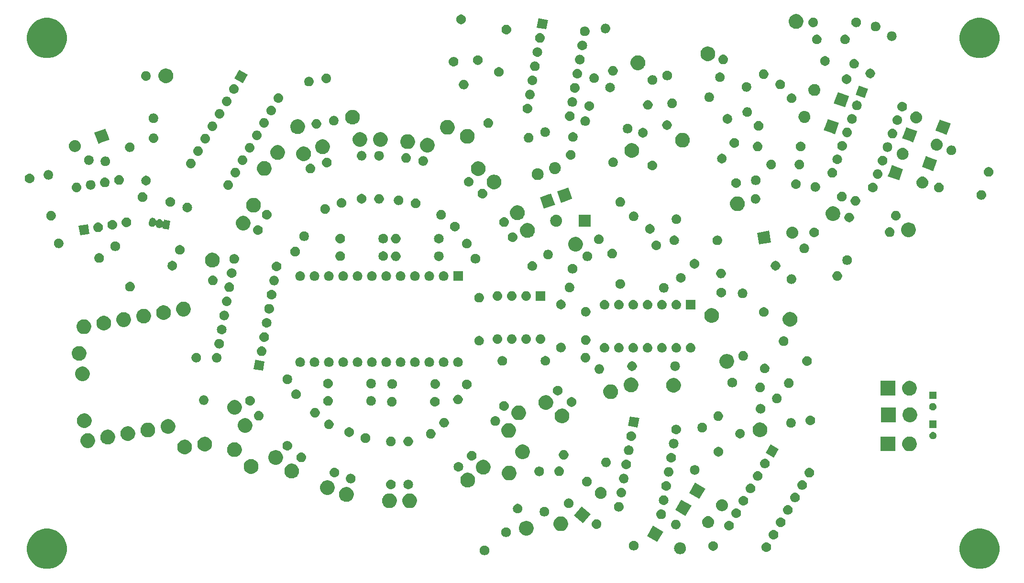
<source format=gbr>
G04 #@! TF.GenerationSoftware,KiCad,Pcbnew,(5.1.2-1)-1*
G04 #@! TF.CreationDate,2021-05-12T23:50:41-04:00*
G04 #@! TF.ProjectId,Sequencer - MFOS,53657175-656e-4636-9572-202d204d464f,rev?*
G04 #@! TF.SameCoordinates,Original*
G04 #@! TF.FileFunction,Soldermask,Bot*
G04 #@! TF.FilePolarity,Negative*
%FSLAX46Y46*%
G04 Gerber Fmt 4.6, Leading zero omitted, Abs format (unit mm)*
G04 Created by KiCad (PCBNEW (5.1.2-1)-1) date 2021-05-12 23:50:41*
%MOMM*%
%LPD*%
G04 APERTURE LIST*
%ADD10C,0.100000*%
G04 APERTURE END LIST*
D10*
G36*
X183915787Y-104789462D02*
G01*
X184103535Y-104867230D01*
X184562029Y-105057144D01*
X185143631Y-105445758D01*
X185638242Y-105940369D01*
X186026856Y-106521971D01*
X186205083Y-106952250D01*
X186294538Y-107168213D01*
X186431000Y-107854256D01*
X186431000Y-108553744D01*
X186294538Y-109239787D01*
X186294537Y-109239789D01*
X186026856Y-109886029D01*
X185638242Y-110467631D01*
X185143631Y-110962242D01*
X184562029Y-111350856D01*
X184105068Y-111540135D01*
X183915787Y-111618538D01*
X183229744Y-111755000D01*
X182530256Y-111755000D01*
X181844213Y-111618538D01*
X181654932Y-111540135D01*
X181197971Y-111350856D01*
X180616369Y-110962242D01*
X180121758Y-110467631D01*
X179733144Y-109886029D01*
X179465463Y-109239789D01*
X179465462Y-109239787D01*
X179329000Y-108553744D01*
X179329000Y-107854256D01*
X179465462Y-107168213D01*
X179554917Y-106952250D01*
X179733144Y-106521971D01*
X180121758Y-105940369D01*
X180616369Y-105445758D01*
X181197971Y-105057144D01*
X181656465Y-104867230D01*
X181844213Y-104789462D01*
X182530256Y-104653000D01*
X183229744Y-104653000D01*
X183915787Y-104789462D01*
X183915787Y-104789462D01*
G37*
G36*
X18815787Y-104789462D02*
G01*
X19003535Y-104867230D01*
X19462029Y-105057144D01*
X20043631Y-105445758D01*
X20538242Y-105940369D01*
X20926856Y-106521971D01*
X21105083Y-106952250D01*
X21194538Y-107168213D01*
X21331000Y-107854256D01*
X21331000Y-108553744D01*
X21194538Y-109239787D01*
X21194537Y-109239789D01*
X20926856Y-109886029D01*
X20538242Y-110467631D01*
X20043631Y-110962242D01*
X19462029Y-111350856D01*
X19005068Y-111540135D01*
X18815787Y-111618538D01*
X18129744Y-111755000D01*
X17430256Y-111755000D01*
X16744213Y-111618538D01*
X16554932Y-111540135D01*
X16097971Y-111350856D01*
X15516369Y-110962242D01*
X15021758Y-110467631D01*
X14633144Y-109886029D01*
X14365463Y-109239789D01*
X14365462Y-109239787D01*
X14229000Y-108553744D01*
X14229000Y-107854256D01*
X14365462Y-107168213D01*
X14454917Y-106952250D01*
X14633144Y-106521971D01*
X15021758Y-105940369D01*
X15516369Y-105445758D01*
X16097971Y-105057144D01*
X16556465Y-104867230D01*
X16744213Y-104789462D01*
X17430256Y-104653000D01*
X18129744Y-104653000D01*
X18815787Y-104789462D01*
X18815787Y-104789462D01*
G37*
G36*
X95480638Y-107669616D02*
G01*
X95635510Y-107733766D01*
X95774891Y-107826898D01*
X95893425Y-107945432D01*
X95986557Y-108084813D01*
X96050707Y-108239685D01*
X96083410Y-108404097D01*
X96083410Y-108571729D01*
X96050707Y-108736141D01*
X95986557Y-108891013D01*
X95893425Y-109030394D01*
X95774891Y-109148928D01*
X95635510Y-109242060D01*
X95480638Y-109306210D01*
X95316226Y-109338913D01*
X95148594Y-109338913D01*
X94984182Y-109306210D01*
X94829310Y-109242060D01*
X94689929Y-109148928D01*
X94571395Y-109030394D01*
X94478263Y-108891013D01*
X94414113Y-108736141D01*
X94381410Y-108571729D01*
X94381410Y-108404097D01*
X94414113Y-108239685D01*
X94478263Y-108084813D01*
X94571395Y-107945432D01*
X94689929Y-107826898D01*
X94829310Y-107733766D01*
X94984182Y-107669616D01*
X95148594Y-107636913D01*
X95316226Y-107636913D01*
X95480638Y-107669616D01*
X95480638Y-107669616D01*
G37*
G36*
X129967025Y-107058091D02*
G01*
X130069960Y-107068229D01*
X130266696Y-107127909D01*
X130268077Y-107128328D01*
X130334659Y-107163917D01*
X130450657Y-107225919D01*
X130610693Y-107357257D01*
X130742031Y-107517293D01*
X130781263Y-107590692D01*
X130839622Y-107699873D01*
X130839623Y-107699876D01*
X130899721Y-107897990D01*
X130920013Y-108104022D01*
X130899721Y-108310054D01*
X130853174Y-108463497D01*
X130839622Y-108508171D01*
X130813309Y-108557398D01*
X130742031Y-108690751D01*
X130610693Y-108850787D01*
X130450657Y-108982125D01*
X130364903Y-109027961D01*
X130268077Y-109079716D01*
X130268074Y-109079717D01*
X130069960Y-109139815D01*
X129967025Y-109149953D01*
X129915559Y-109155022D01*
X129812297Y-109155022D01*
X129760831Y-109149953D01*
X129657896Y-109139815D01*
X129459782Y-109079717D01*
X129459779Y-109079716D01*
X129362953Y-109027961D01*
X129277199Y-108982125D01*
X129117163Y-108850787D01*
X128985825Y-108690751D01*
X128914547Y-108557398D01*
X128888234Y-108508171D01*
X128874682Y-108463497D01*
X128828135Y-108310054D01*
X128807843Y-108104022D01*
X128828135Y-107897990D01*
X128888233Y-107699876D01*
X128888234Y-107699873D01*
X128946593Y-107590692D01*
X128985825Y-107517293D01*
X129117163Y-107357257D01*
X129277199Y-107225919D01*
X129393197Y-107163917D01*
X129459779Y-107128328D01*
X129461160Y-107127909D01*
X129657896Y-107068229D01*
X129760831Y-107058091D01*
X129812297Y-107053022D01*
X129915559Y-107053022D01*
X129967025Y-107058091D01*
X129967025Y-107058091D01*
G37*
G36*
X145299800Y-107079247D02*
G01*
X145460219Y-107127910D01*
X145592883Y-107198820D01*
X145608055Y-107206930D01*
X145737636Y-107313275D01*
X145843981Y-107442856D01*
X145843982Y-107442858D01*
X145923001Y-107590692D01*
X145971664Y-107751111D01*
X145988094Y-107917934D01*
X145971664Y-108084757D01*
X145923001Y-108245176D01*
X145890375Y-108306215D01*
X145843981Y-108393012D01*
X145737636Y-108522593D01*
X145608055Y-108628938D01*
X145608053Y-108628939D01*
X145460219Y-108707958D01*
X145299800Y-108756621D01*
X145174781Y-108768934D01*
X145091173Y-108768934D01*
X144966154Y-108756621D01*
X144805735Y-108707958D01*
X144657901Y-108628939D01*
X144657899Y-108628938D01*
X144528318Y-108522593D01*
X144421973Y-108393012D01*
X144375579Y-108306215D01*
X144342953Y-108245176D01*
X144294290Y-108084757D01*
X144277860Y-107917934D01*
X144294290Y-107751111D01*
X144342953Y-107590692D01*
X144421972Y-107442858D01*
X144421973Y-107442856D01*
X144528318Y-107313275D01*
X144657899Y-107206930D01*
X144673071Y-107198820D01*
X144805735Y-107127910D01*
X144966154Y-107079247D01*
X145091173Y-107066934D01*
X145174781Y-107066934D01*
X145299800Y-107079247D01*
X145299800Y-107079247D01*
G37*
G36*
X135961220Y-106888101D02*
G01*
X136116092Y-106952251D01*
X136255473Y-107045383D01*
X136374007Y-107163917D01*
X136467139Y-107303298D01*
X136531289Y-107458170D01*
X136563992Y-107622582D01*
X136563992Y-107790214D01*
X136531289Y-107954626D01*
X136467139Y-108109498D01*
X136374007Y-108248879D01*
X136255473Y-108367413D01*
X136116092Y-108460545D01*
X135961220Y-108524695D01*
X135796808Y-108557398D01*
X135629176Y-108557398D01*
X135464764Y-108524695D01*
X135309892Y-108460545D01*
X135170511Y-108367413D01*
X135051977Y-108248879D01*
X134958845Y-108109498D01*
X134894695Y-107954626D01*
X134861992Y-107790214D01*
X134861992Y-107622582D01*
X134894695Y-107458170D01*
X134958845Y-107303298D01*
X135051977Y-107163917D01*
X135170511Y-107045383D01*
X135309892Y-106952251D01*
X135464764Y-106888101D01*
X135629176Y-106855398D01*
X135796808Y-106855398D01*
X135961220Y-106888101D01*
X135961220Y-106888101D01*
G37*
G36*
X121914228Y-106826903D02*
G01*
X122069100Y-106891053D01*
X122208481Y-106984185D01*
X122327015Y-107102719D01*
X122420147Y-107242100D01*
X122484297Y-107396972D01*
X122517000Y-107561384D01*
X122517000Y-107729016D01*
X122484297Y-107893428D01*
X122420147Y-108048300D01*
X122327015Y-108187681D01*
X122208481Y-108306215D01*
X122069100Y-108399347D01*
X121914228Y-108463497D01*
X121749816Y-108496200D01*
X121582184Y-108496200D01*
X121417772Y-108463497D01*
X121262900Y-108399347D01*
X121123519Y-108306215D01*
X121004985Y-108187681D01*
X120911853Y-108048300D01*
X120847703Y-107893428D01*
X120815000Y-107729016D01*
X120815000Y-107561384D01*
X120847703Y-107396972D01*
X120911853Y-107242100D01*
X121004985Y-107102719D01*
X121123519Y-106984185D01*
X121262900Y-106891053D01*
X121417772Y-106826903D01*
X121582184Y-106794200D01*
X121749816Y-106794200D01*
X121914228Y-106826903D01*
X121914228Y-106826903D01*
G37*
G36*
X126900213Y-105179329D02*
G01*
X125849212Y-106999716D01*
X124028825Y-105948715D01*
X125079826Y-104128328D01*
X126900213Y-105179329D01*
X126900213Y-105179329D01*
G37*
G36*
X146569800Y-104879543D02*
G01*
X146730219Y-104928206D01*
X146862883Y-104999116D01*
X146878055Y-105007226D01*
X147007636Y-105113571D01*
X147113981Y-105243152D01*
X147113982Y-105243154D01*
X147193001Y-105390988D01*
X147241664Y-105551407D01*
X147258094Y-105718230D01*
X147241664Y-105885053D01*
X147193001Y-106045472D01*
X147122091Y-106178136D01*
X147113981Y-106193308D01*
X147007636Y-106322889D01*
X146878055Y-106429234D01*
X146878053Y-106429235D01*
X146730219Y-106508254D01*
X146569800Y-106556917D01*
X146444781Y-106569230D01*
X146361173Y-106569230D01*
X146236154Y-106556917D01*
X146075735Y-106508254D01*
X145927901Y-106429235D01*
X145927899Y-106429234D01*
X145798318Y-106322889D01*
X145691973Y-106193308D01*
X145683863Y-106178136D01*
X145612953Y-106045472D01*
X145564290Y-105885053D01*
X145547860Y-105718230D01*
X145564290Y-105551407D01*
X145612953Y-105390988D01*
X145691972Y-105243154D01*
X145691973Y-105243152D01*
X145798318Y-105113571D01*
X145927899Y-105007226D01*
X145943071Y-104999116D01*
X146075735Y-104928206D01*
X146236154Y-104879543D01*
X146361173Y-104867230D01*
X146444781Y-104867230D01*
X146569800Y-104879543D01*
X146569800Y-104879543D01*
G37*
G36*
X99310860Y-104455678D02*
G01*
X99465732Y-104519828D01*
X99605113Y-104612960D01*
X99723647Y-104731494D01*
X99816779Y-104870875D01*
X99880929Y-105025747D01*
X99913632Y-105190159D01*
X99913632Y-105357791D01*
X99880929Y-105522203D01*
X99816779Y-105677075D01*
X99723647Y-105816456D01*
X99605113Y-105934990D01*
X99465732Y-106028122D01*
X99310860Y-106092272D01*
X99146448Y-106124975D01*
X98978816Y-106124975D01*
X98814404Y-106092272D01*
X98659532Y-106028122D01*
X98520151Y-105934990D01*
X98401617Y-105816456D01*
X98308485Y-105677075D01*
X98244335Y-105522203D01*
X98211632Y-105357791D01*
X98211632Y-105190159D01*
X98244335Y-105025747D01*
X98308485Y-104870875D01*
X98401617Y-104731494D01*
X98520151Y-104612960D01*
X98659532Y-104519828D01*
X98814404Y-104455678D01*
X98978816Y-104422975D01*
X99146448Y-104422975D01*
X99310860Y-104455678D01*
X99310860Y-104455678D01*
G37*
G36*
X103017288Y-103300550D02*
G01*
X103249969Y-103396930D01*
X103253998Y-103398599D01*
X103467030Y-103540942D01*
X103648199Y-103722111D01*
X103790542Y-103935143D01*
X103790543Y-103935145D01*
X103888591Y-104171853D01*
X103938575Y-104423139D01*
X103938575Y-104679353D01*
X103888591Y-104930639D01*
X103812818Y-105113571D01*
X103790542Y-105167349D01*
X103648199Y-105380381D01*
X103467030Y-105561550D01*
X103253998Y-105703893D01*
X103253997Y-105703894D01*
X103253996Y-105703894D01*
X103017288Y-105801942D01*
X102766002Y-105851926D01*
X102509788Y-105851926D01*
X102258502Y-105801942D01*
X102021794Y-105703894D01*
X102021793Y-105703894D01*
X102021792Y-105703893D01*
X101808760Y-105561550D01*
X101627591Y-105380381D01*
X101485248Y-105167349D01*
X101462972Y-105113571D01*
X101387199Y-104930639D01*
X101337215Y-104679353D01*
X101337215Y-104423139D01*
X101387199Y-104171853D01*
X101485247Y-103935145D01*
X101485248Y-103935143D01*
X101627591Y-103722111D01*
X101808760Y-103540942D01*
X102021792Y-103398599D01*
X102025821Y-103396930D01*
X102258502Y-103300550D01*
X102509788Y-103250566D01*
X102766002Y-103250566D01*
X103017288Y-103300550D01*
X103017288Y-103300550D01*
G37*
G36*
X109126313Y-102518607D02*
G01*
X109342186Y-102608025D01*
X109363023Y-102616656D01*
X109576055Y-102758999D01*
X109757224Y-102940168D01*
X109880187Y-103124196D01*
X109899568Y-103153202D01*
X109997616Y-103389910D01*
X110047600Y-103641196D01*
X110047600Y-103897410D01*
X109997616Y-104148696D01*
X109908338Y-104364231D01*
X109899567Y-104385406D01*
X109757224Y-104598438D01*
X109576055Y-104779607D01*
X109363023Y-104921950D01*
X109363022Y-104921951D01*
X109363021Y-104921951D01*
X109126313Y-105019999D01*
X108875027Y-105069983D01*
X108618813Y-105069983D01*
X108367527Y-105019999D01*
X108130819Y-104921951D01*
X108130818Y-104921951D01*
X108130817Y-104921950D01*
X107917785Y-104779607D01*
X107736616Y-104598438D01*
X107594273Y-104385406D01*
X107585502Y-104364231D01*
X107496224Y-104148696D01*
X107446240Y-103897410D01*
X107446240Y-103641196D01*
X107496224Y-103389910D01*
X107594272Y-103153202D01*
X107613653Y-103124196D01*
X107736616Y-102940168D01*
X107917785Y-102758999D01*
X108130817Y-102616656D01*
X108151654Y-102608025D01*
X108367527Y-102518607D01*
X108618813Y-102468623D01*
X108875027Y-102468623D01*
X109126313Y-102518607D01*
X109126313Y-102518607D01*
G37*
G36*
X138700686Y-103269247D02*
G01*
X138861105Y-103317910D01*
X138993769Y-103388820D01*
X139008941Y-103396930D01*
X139138522Y-103503275D01*
X139244867Y-103632856D01*
X139244868Y-103632858D01*
X139323887Y-103780692D01*
X139372550Y-103941111D01*
X139388980Y-104107934D01*
X139372550Y-104274757D01*
X139323887Y-104435176D01*
X139277521Y-104521921D01*
X139244867Y-104583012D01*
X139138522Y-104712593D01*
X139008941Y-104818938D01*
X139008939Y-104818939D01*
X138861105Y-104897958D01*
X138700686Y-104946621D01*
X138575667Y-104958934D01*
X138492059Y-104958934D01*
X138367040Y-104946621D01*
X138206621Y-104897958D01*
X138058787Y-104818939D01*
X138058785Y-104818938D01*
X137929204Y-104712593D01*
X137822859Y-104583012D01*
X137790205Y-104521921D01*
X137743839Y-104435176D01*
X137695176Y-104274757D01*
X137678746Y-104107934D01*
X137695176Y-103941111D01*
X137743839Y-103780692D01*
X137822858Y-103632858D01*
X137822859Y-103632856D01*
X137929204Y-103503275D01*
X138058785Y-103396930D01*
X138073957Y-103388820D01*
X138206621Y-103317910D01*
X138367040Y-103269247D01*
X138492059Y-103256934D01*
X138575667Y-103256934D01*
X138700686Y-103269247D01*
X138700686Y-103269247D01*
G37*
G36*
X129280701Y-103057711D02*
G01*
X129441120Y-103106374D01*
X129528725Y-103153200D01*
X129588956Y-103185394D01*
X129718537Y-103291739D01*
X129824882Y-103421320D01*
X129824883Y-103421322D01*
X129903902Y-103569156D01*
X129952565Y-103729575D01*
X129968995Y-103896398D01*
X129952565Y-104063221D01*
X129903902Y-104223640D01*
X129857594Y-104310276D01*
X129824882Y-104371476D01*
X129718537Y-104501057D01*
X129588956Y-104607402D01*
X129588954Y-104607403D01*
X129441120Y-104686422D01*
X129280701Y-104735085D01*
X129155682Y-104747398D01*
X129072074Y-104747398D01*
X128947055Y-104735085D01*
X128786636Y-104686422D01*
X128638802Y-104607403D01*
X128638800Y-104607402D01*
X128509219Y-104501057D01*
X128402874Y-104371476D01*
X128370162Y-104310276D01*
X128323854Y-104223640D01*
X128275191Y-104063221D01*
X128258761Y-103896398D01*
X128275191Y-103729575D01*
X128323854Y-103569156D01*
X128402873Y-103421322D01*
X128402874Y-103421320D01*
X128509219Y-103291739D01*
X128638800Y-103185394D01*
X128699031Y-103153200D01*
X128786636Y-103106374D01*
X128947055Y-103057711D01*
X129072074Y-103045398D01*
X129155682Y-103045398D01*
X129280701Y-103057711D01*
X129280701Y-103057711D01*
G37*
G36*
X115233709Y-102996513D02*
G01*
X115364266Y-103036117D01*
X115388429Y-103043447D01*
X115394128Y-103045176D01*
X115462981Y-103081979D01*
X115541964Y-103124196D01*
X115671545Y-103230541D01*
X115777890Y-103360122D01*
X115777891Y-103360124D01*
X115856910Y-103507958D01*
X115856911Y-103507961D01*
X115865969Y-103537820D01*
X115905573Y-103668377D01*
X115922003Y-103835200D01*
X115905573Y-104002023D01*
X115856910Y-104162442D01*
X115819253Y-104232893D01*
X115777890Y-104310278D01*
X115671545Y-104439859D01*
X115541964Y-104546204D01*
X115541962Y-104546205D01*
X115394128Y-104625224D01*
X115233709Y-104673887D01*
X115108690Y-104686200D01*
X115025082Y-104686200D01*
X114900063Y-104673887D01*
X114739644Y-104625224D01*
X114591810Y-104546205D01*
X114591808Y-104546204D01*
X114462227Y-104439859D01*
X114355882Y-104310278D01*
X114314519Y-104232893D01*
X114276862Y-104162442D01*
X114228199Y-104002023D01*
X114211769Y-103835200D01*
X114228199Y-103668377D01*
X114267803Y-103537820D01*
X114276861Y-103507961D01*
X114276862Y-103507958D01*
X114355881Y-103360124D01*
X114355882Y-103360122D01*
X114462227Y-103230541D01*
X114591808Y-103124196D01*
X114670791Y-103081979D01*
X114739644Y-103045176D01*
X114745344Y-103043447D01*
X114769506Y-103036117D01*
X114900063Y-102996513D01*
X115025082Y-102984200D01*
X115108690Y-102984200D01*
X115233709Y-102996513D01*
X115233709Y-102996513D01*
G37*
G36*
X134933767Y-102440197D02*
G01*
X135036702Y-102450335D01*
X135234816Y-102510433D01*
X135234819Y-102510434D01*
X135331436Y-102562077D01*
X135417399Y-102608025D01*
X135577435Y-102739363D01*
X135708773Y-102899399D01*
X135729406Y-102938001D01*
X135806364Y-103081979D01*
X135806365Y-103081982D01*
X135866463Y-103280096D01*
X135886755Y-103486128D01*
X135866463Y-103692160D01*
X135819867Y-103845764D01*
X135806364Y-103890277D01*
X135754609Y-103987103D01*
X135708773Y-104072857D01*
X135577435Y-104232893D01*
X135417399Y-104364231D01*
X135377783Y-104385406D01*
X135234819Y-104461822D01*
X135234816Y-104461823D01*
X135036702Y-104521921D01*
X134933767Y-104532059D01*
X134882301Y-104537128D01*
X134779039Y-104537128D01*
X134727573Y-104532059D01*
X134624638Y-104521921D01*
X134426524Y-104461823D01*
X134426521Y-104461822D01*
X134283557Y-104385406D01*
X134243941Y-104364231D01*
X134083905Y-104232893D01*
X133952567Y-104072857D01*
X133906731Y-103987103D01*
X133854976Y-103890277D01*
X133841473Y-103845764D01*
X133794877Y-103692160D01*
X133774585Y-103486128D01*
X133794877Y-103280096D01*
X133854975Y-103081982D01*
X133854976Y-103081979D01*
X133931934Y-102938001D01*
X133952567Y-102899399D01*
X134083905Y-102739363D01*
X134243941Y-102608025D01*
X134329904Y-102562077D01*
X134426521Y-102510434D01*
X134426524Y-102510433D01*
X134624638Y-102450335D01*
X134727573Y-102440197D01*
X134779039Y-102435128D01*
X134882301Y-102435128D01*
X134933767Y-102440197D01*
X134933767Y-102440197D01*
G37*
G36*
X147839800Y-102679838D02*
G01*
X148000219Y-102728501D01*
X148130252Y-102798005D01*
X148148055Y-102807521D01*
X148277636Y-102913866D01*
X148383981Y-103043447D01*
X148383982Y-103043449D01*
X148463001Y-103191283D01*
X148511664Y-103351702D01*
X148528094Y-103518525D01*
X148511664Y-103685348D01*
X148472060Y-103815905D01*
X148466207Y-103835200D01*
X148463001Y-103845767D01*
X148392091Y-103978431D01*
X148383981Y-103993603D01*
X148277636Y-104123184D01*
X148148055Y-104229529D01*
X148148053Y-104229530D01*
X148000219Y-104308549D01*
X148000216Y-104308550D01*
X147970357Y-104317608D01*
X147839800Y-104357212D01*
X147714781Y-104369525D01*
X147631173Y-104369525D01*
X147506154Y-104357212D01*
X147375597Y-104317608D01*
X147345738Y-104308550D01*
X147345735Y-104308549D01*
X147197901Y-104229530D01*
X147197899Y-104229529D01*
X147068318Y-104123184D01*
X146961973Y-103993603D01*
X146953863Y-103978431D01*
X146882953Y-103845767D01*
X146879748Y-103835200D01*
X146873894Y-103815905D01*
X146834290Y-103685348D01*
X146817860Y-103518525D01*
X146834290Y-103351702D01*
X146882953Y-103191283D01*
X146961972Y-103043449D01*
X146961973Y-103043447D01*
X147068318Y-102913866D01*
X147197899Y-102807521D01*
X147215702Y-102798005D01*
X147345735Y-102728501D01*
X147506154Y-102679838D01*
X147631173Y-102667525D01*
X147714781Y-102667525D01*
X147839800Y-102679838D01*
X147839800Y-102679838D01*
G37*
G36*
X114030909Y-102081437D02*
G01*
X112679770Y-103691662D01*
X111069545Y-102340523D01*
X112420684Y-100730298D01*
X114030909Y-102081437D01*
X114030909Y-102081437D01*
G37*
G36*
X126682894Y-101248314D02*
G01*
X126843313Y-101296977D01*
X126962212Y-101360530D01*
X126991149Y-101375997D01*
X127120730Y-101482342D01*
X127227075Y-101611923D01*
X127227076Y-101611925D01*
X127306095Y-101759759D01*
X127354758Y-101920178D01*
X127371188Y-102087001D01*
X127354758Y-102253824D01*
X127306095Y-102414243D01*
X127250311Y-102518607D01*
X127227075Y-102562079D01*
X127120730Y-102691660D01*
X126991149Y-102798005D01*
X126991147Y-102798006D01*
X126843313Y-102877025D01*
X126682894Y-102925688D01*
X126557875Y-102938001D01*
X126474267Y-102938001D01*
X126349248Y-102925688D01*
X126188829Y-102877025D01*
X126040995Y-102798006D01*
X126040993Y-102798005D01*
X125911412Y-102691660D01*
X125805067Y-102562079D01*
X125781831Y-102518607D01*
X125726047Y-102414243D01*
X125677384Y-102253824D01*
X125660954Y-102087001D01*
X125677384Y-101920178D01*
X125726047Y-101759759D01*
X125805066Y-101611925D01*
X125805067Y-101611923D01*
X125911412Y-101482342D01*
X126040993Y-101375997D01*
X126069930Y-101360530D01*
X126188829Y-101296977D01*
X126349248Y-101248314D01*
X126474267Y-101236001D01*
X126557875Y-101236001D01*
X126682894Y-101248314D01*
X126682894Y-101248314D01*
G37*
G36*
X139970686Y-101069543D02*
G01*
X140131105Y-101118206D01*
X140263769Y-101189116D01*
X140278941Y-101197226D01*
X140408522Y-101303571D01*
X140514867Y-101433152D01*
X140514868Y-101433154D01*
X140593887Y-101580988D01*
X140642550Y-101741407D01*
X140658980Y-101908230D01*
X140642550Y-102075053D01*
X140593887Y-102235472D01*
X140537736Y-102340523D01*
X140514867Y-102383308D01*
X140408522Y-102512889D01*
X140278941Y-102619234D01*
X140278939Y-102619235D01*
X140131105Y-102698254D01*
X139970686Y-102746917D01*
X139845667Y-102759230D01*
X139762059Y-102759230D01*
X139637040Y-102746917D01*
X139476621Y-102698254D01*
X139328787Y-102619235D01*
X139328785Y-102619234D01*
X139199204Y-102512889D01*
X139092859Y-102383308D01*
X139069990Y-102340523D01*
X139013839Y-102235472D01*
X138965176Y-102075053D01*
X138948746Y-101908230D01*
X138965176Y-101741407D01*
X139013839Y-101580988D01*
X139092858Y-101433154D01*
X139092859Y-101433152D01*
X139199204Y-101303571D01*
X139328785Y-101197226D01*
X139343957Y-101189116D01*
X139476621Y-101118206D01*
X139637040Y-101069543D01*
X139762059Y-101057230D01*
X139845667Y-101057230D01*
X139970686Y-101069543D01*
X139970686Y-101069543D01*
G37*
G36*
X106096770Y-100808352D02*
G01*
X106251642Y-100872502D01*
X106391023Y-100965634D01*
X106509557Y-101084168D01*
X106602689Y-101223549D01*
X106666839Y-101378421D01*
X106699542Y-101542833D01*
X106699542Y-101710465D01*
X106666839Y-101874877D01*
X106602689Y-102029749D01*
X106509557Y-102169130D01*
X106391023Y-102287664D01*
X106251642Y-102380796D01*
X106096770Y-102444946D01*
X105932358Y-102477649D01*
X105764726Y-102477649D01*
X105600314Y-102444946D01*
X105445442Y-102380796D01*
X105306061Y-102287664D01*
X105187527Y-102169130D01*
X105094395Y-102029749D01*
X105030245Y-101874877D01*
X104997542Y-101710465D01*
X104997542Y-101542833D01*
X105030245Y-101378421D01*
X105094395Y-101223549D01*
X105187527Y-101084168D01*
X105306061Y-100965634D01*
X105445442Y-100872502D01*
X105600314Y-100808352D01*
X105764726Y-100775649D01*
X105932358Y-100775649D01*
X106096770Y-100808352D01*
X106096770Y-100808352D01*
G37*
G36*
X131866955Y-100561435D02*
G01*
X130815954Y-102381822D01*
X128995567Y-101330821D01*
X130046568Y-99510434D01*
X131866955Y-100561435D01*
X131866955Y-100561435D01*
G37*
G36*
X149109800Y-100480134D02*
G01*
X149270219Y-100528797D01*
X149331280Y-100561435D01*
X149418055Y-100607817D01*
X149547636Y-100714162D01*
X149653981Y-100843743D01*
X149656068Y-100847647D01*
X149733001Y-100991579D01*
X149781664Y-101151998D01*
X149798094Y-101318821D01*
X149781664Y-101485644D01*
X149733001Y-101646063D01*
X149662091Y-101778727D01*
X149653981Y-101793899D01*
X149547636Y-101923480D01*
X149418055Y-102029825D01*
X149418053Y-102029826D01*
X149270219Y-102108845D01*
X149109800Y-102157508D01*
X148984781Y-102169821D01*
X148901173Y-102169821D01*
X148776154Y-102157508D01*
X148615735Y-102108845D01*
X148467901Y-102029826D01*
X148467899Y-102029825D01*
X148338318Y-101923480D01*
X148231973Y-101793899D01*
X148223863Y-101778727D01*
X148152953Y-101646063D01*
X148104290Y-101485644D01*
X148087860Y-101318821D01*
X148104290Y-101151998D01*
X148152953Y-100991579D01*
X148229886Y-100847647D01*
X148231973Y-100843743D01*
X148338318Y-100714162D01*
X148467899Y-100607817D01*
X148554674Y-100561435D01*
X148615735Y-100528797D01*
X148776154Y-100480134D01*
X148901173Y-100467821D01*
X148984781Y-100467821D01*
X149109800Y-100480134D01*
X149109800Y-100480134D01*
G37*
G36*
X101365628Y-100273703D02*
G01*
X101520500Y-100337853D01*
X101659881Y-100430985D01*
X101778415Y-100549519D01*
X101871547Y-100688900D01*
X101935697Y-100843772D01*
X101968400Y-101008184D01*
X101968400Y-101175816D01*
X101935697Y-101340228D01*
X101871547Y-101495100D01*
X101778415Y-101634481D01*
X101659881Y-101753015D01*
X101520500Y-101846147D01*
X101365628Y-101910297D01*
X101201216Y-101943000D01*
X101033584Y-101943000D01*
X100869172Y-101910297D01*
X100714300Y-101846147D01*
X100574919Y-101753015D01*
X100456385Y-101634481D01*
X100363253Y-101495100D01*
X100299103Y-101340228D01*
X100266400Y-101175816D01*
X100266400Y-101008184D01*
X100299103Y-100843772D01*
X100363253Y-100688900D01*
X100456385Y-100549519D01*
X100574919Y-100430985D01*
X100714300Y-100337853D01*
X100869172Y-100273703D01*
X101033584Y-100241000D01*
X101201216Y-100241000D01*
X101365628Y-100273703D01*
X101365628Y-100273703D01*
G37*
G36*
X119178659Y-99925115D02*
G01*
X119339078Y-99973778D01*
X119455051Y-100035767D01*
X119486914Y-100052798D01*
X119616495Y-100159143D01*
X119722840Y-100288724D01*
X119722841Y-100288726D01*
X119801860Y-100436560D01*
X119850523Y-100596979D01*
X119866953Y-100763802D01*
X119850523Y-100930625D01*
X119801860Y-101091044D01*
X119769280Y-101151996D01*
X119722840Y-101238880D01*
X119616495Y-101368461D01*
X119486914Y-101474806D01*
X119486912Y-101474807D01*
X119339078Y-101553826D01*
X119178659Y-101602489D01*
X119053640Y-101614802D01*
X118970032Y-101614802D01*
X118845013Y-101602489D01*
X118684594Y-101553826D01*
X118536760Y-101474807D01*
X118536758Y-101474806D01*
X118407177Y-101368461D01*
X118300832Y-101238880D01*
X118254392Y-101151996D01*
X118221812Y-101091044D01*
X118173149Y-100930625D01*
X118156719Y-100763802D01*
X118173149Y-100596979D01*
X118221812Y-100436560D01*
X118300831Y-100288726D01*
X118300832Y-100288724D01*
X118407177Y-100159143D01*
X118536758Y-100052798D01*
X118568621Y-100035767D01*
X118684594Y-99973778D01*
X118845013Y-99925115D01*
X118970032Y-99912802D01*
X119053640Y-99912802D01*
X119178659Y-99925115D01*
X119178659Y-99925115D01*
G37*
G36*
X137386598Y-99436496D02*
G01*
X137489533Y-99446634D01*
X137629951Y-99489230D01*
X137687650Y-99506733D01*
X137753068Y-99541700D01*
X137870230Y-99604324D01*
X138030266Y-99735662D01*
X138161604Y-99895698D01*
X138201381Y-99970116D01*
X138259195Y-100078278D01*
X138259196Y-100078281D01*
X138319294Y-100276395D01*
X138339586Y-100482427D01*
X138319294Y-100688459D01*
X138272188Y-100843745D01*
X138259195Y-100886576D01*
X138216937Y-100965634D01*
X138161604Y-101069156D01*
X138030266Y-101229192D01*
X137870230Y-101360530D01*
X137784476Y-101406366D01*
X137687650Y-101458121D01*
X137687647Y-101458122D01*
X137489533Y-101518220D01*
X137386598Y-101528358D01*
X137335132Y-101533427D01*
X137231870Y-101533427D01*
X137180404Y-101528358D01*
X137077469Y-101518220D01*
X136879355Y-101458122D01*
X136879352Y-101458121D01*
X136782526Y-101406366D01*
X136696772Y-101360530D01*
X136536736Y-101229192D01*
X136405398Y-101069156D01*
X136350065Y-100965634D01*
X136307807Y-100886576D01*
X136294814Y-100843745D01*
X136247708Y-100688459D01*
X136227416Y-100482427D01*
X136247708Y-100276395D01*
X136307806Y-100078281D01*
X136307807Y-100078278D01*
X136365621Y-99970116D01*
X136405398Y-99895698D01*
X136536736Y-99735662D01*
X136696772Y-99604324D01*
X136813934Y-99541700D01*
X136879352Y-99506733D01*
X136937051Y-99489230D01*
X137077469Y-99446634D01*
X137180404Y-99436496D01*
X137231870Y-99431427D01*
X137335132Y-99431427D01*
X137386598Y-99436496D01*
X137386598Y-99436496D01*
G37*
G36*
X110404681Y-99331948D02*
G01*
X110559553Y-99396098D01*
X110698934Y-99489230D01*
X110817468Y-99607764D01*
X110910600Y-99747145D01*
X110974750Y-99902017D01*
X111007453Y-100066429D01*
X111007453Y-100234061D01*
X110974750Y-100398473D01*
X110910600Y-100553345D01*
X110817468Y-100692726D01*
X110698934Y-100811260D01*
X110559553Y-100904392D01*
X110404681Y-100968542D01*
X110240269Y-101001245D01*
X110072637Y-101001245D01*
X109908225Y-100968542D01*
X109753353Y-100904392D01*
X109613972Y-100811260D01*
X109495438Y-100692726D01*
X109402306Y-100553345D01*
X109338156Y-100398473D01*
X109305453Y-100234061D01*
X109305453Y-100066429D01*
X109338156Y-99902017D01*
X109402306Y-99747145D01*
X109495438Y-99607764D01*
X109613972Y-99489230D01*
X109753353Y-99396098D01*
X109908225Y-99331948D01*
X110072637Y-99299245D01*
X110240269Y-99299245D01*
X110404681Y-99331948D01*
X110404681Y-99331948D01*
G37*
G36*
X82370593Y-98444304D02*
G01*
X82566626Y-98525504D01*
X82607303Y-98542353D01*
X82820335Y-98684696D01*
X83001504Y-98865865D01*
X83126152Y-99052415D01*
X83143848Y-99078899D01*
X83241896Y-99315607D01*
X83291880Y-99566893D01*
X83291880Y-99823107D01*
X83241896Y-100074393D01*
X83143848Y-100311101D01*
X83143847Y-100311103D01*
X83001504Y-100524135D01*
X82820335Y-100705304D01*
X82607303Y-100847647D01*
X82607302Y-100847648D01*
X82607301Y-100847648D01*
X82370593Y-100945696D01*
X82119307Y-100995680D01*
X81863093Y-100995680D01*
X81611807Y-100945696D01*
X81375099Y-100847648D01*
X81375098Y-100847648D01*
X81375097Y-100847647D01*
X81162065Y-100705304D01*
X80980896Y-100524135D01*
X80838553Y-100311103D01*
X80838552Y-100311101D01*
X80740504Y-100074393D01*
X80690520Y-99823107D01*
X80690520Y-99566893D01*
X80740504Y-99315607D01*
X80838552Y-99078899D01*
X80856248Y-99052415D01*
X80980896Y-98865865D01*
X81162065Y-98684696D01*
X81375097Y-98542353D01*
X81415774Y-98525504D01*
X81611807Y-98444304D01*
X81863093Y-98394320D01*
X82119307Y-98394320D01*
X82370593Y-98444304D01*
X82370593Y-98444304D01*
G37*
G36*
X78789193Y-98444304D02*
G01*
X78985226Y-98525504D01*
X79025903Y-98542353D01*
X79238935Y-98684696D01*
X79420104Y-98865865D01*
X79544752Y-99052415D01*
X79562448Y-99078899D01*
X79660496Y-99315607D01*
X79710480Y-99566893D01*
X79710480Y-99823107D01*
X79660496Y-100074393D01*
X79562448Y-100311101D01*
X79562447Y-100311103D01*
X79420104Y-100524135D01*
X79238935Y-100705304D01*
X79025903Y-100847647D01*
X79025902Y-100847648D01*
X79025901Y-100847648D01*
X78789193Y-100945696D01*
X78537907Y-100995680D01*
X78281693Y-100995680D01*
X78030407Y-100945696D01*
X77793699Y-100847648D01*
X77793698Y-100847648D01*
X77793697Y-100847647D01*
X77580665Y-100705304D01*
X77399496Y-100524135D01*
X77257153Y-100311103D01*
X77257152Y-100311101D01*
X77159104Y-100074393D01*
X77109120Y-99823107D01*
X77109120Y-99566893D01*
X77159104Y-99315607D01*
X77257152Y-99078899D01*
X77274848Y-99052415D01*
X77399496Y-98865865D01*
X77580665Y-98684696D01*
X77793697Y-98542353D01*
X77834374Y-98525504D01*
X78030407Y-98444304D01*
X78281693Y-98394320D01*
X78537907Y-98394320D01*
X78789193Y-98444304D01*
X78789193Y-98444304D01*
G37*
G36*
X141240686Y-98869838D02*
G01*
X141401105Y-98918501D01*
X141464325Y-98952293D01*
X141548941Y-98997521D01*
X141678522Y-99103866D01*
X141784867Y-99233447D01*
X141784868Y-99233449D01*
X141863887Y-99381283D01*
X141912550Y-99541702D01*
X141928980Y-99708525D01*
X141912550Y-99875348D01*
X141863887Y-100035767D01*
X141797941Y-100159143D01*
X141784867Y-100183603D01*
X141678522Y-100313184D01*
X141548941Y-100419529D01*
X141548939Y-100419530D01*
X141401105Y-100498549D01*
X141240686Y-100547212D01*
X141115667Y-100559525D01*
X141032059Y-100559525D01*
X140907040Y-100547212D01*
X140746621Y-100498549D01*
X140598787Y-100419530D01*
X140598785Y-100419529D01*
X140469204Y-100313184D01*
X140362859Y-100183603D01*
X140349785Y-100159143D01*
X140283839Y-100035767D01*
X140235176Y-99875348D01*
X140218746Y-99708525D01*
X140235176Y-99541702D01*
X140283839Y-99381283D01*
X140362858Y-99233449D01*
X140362859Y-99233447D01*
X140469204Y-99103866D01*
X140598785Y-98997521D01*
X140683401Y-98952293D01*
X140746621Y-98918501D01*
X140907040Y-98869838D01*
X141032059Y-98857525D01*
X141115667Y-98857525D01*
X141240686Y-98869838D01*
X141240686Y-98869838D01*
G37*
G36*
X127123960Y-98746903D02*
G01*
X127284379Y-98795566D01*
X127400296Y-98857525D01*
X127432215Y-98874586D01*
X127561796Y-98980931D01*
X127668141Y-99110512D01*
X127668142Y-99110514D01*
X127747161Y-99258348D01*
X127795824Y-99418767D01*
X127812254Y-99585590D01*
X127795824Y-99752413D01*
X127747161Y-99912832D01*
X127681452Y-100035764D01*
X127668141Y-100060668D01*
X127561796Y-100190249D01*
X127432215Y-100296594D01*
X127432213Y-100296595D01*
X127284379Y-100375614D01*
X127123960Y-100424277D01*
X126998941Y-100436590D01*
X126915333Y-100436590D01*
X126790314Y-100424277D01*
X126629895Y-100375614D01*
X126482061Y-100296595D01*
X126482059Y-100296594D01*
X126352478Y-100190249D01*
X126246133Y-100060668D01*
X126232822Y-100035764D01*
X126167113Y-99912832D01*
X126118450Y-99752413D01*
X126102020Y-99585590D01*
X126118450Y-99418767D01*
X126167113Y-99258348D01*
X126246132Y-99110514D01*
X126246133Y-99110512D01*
X126352478Y-98980931D01*
X126482059Y-98874586D01*
X126513978Y-98857525D01*
X126629895Y-98795566D01*
X126790314Y-98746903D01*
X126915333Y-98734590D01*
X126998941Y-98734590D01*
X127123960Y-98746903D01*
X127123960Y-98746903D01*
G37*
G36*
X150379800Y-98280429D02*
G01*
X150540219Y-98329092D01*
X150662252Y-98394320D01*
X150688055Y-98408112D01*
X150817636Y-98514457D01*
X150923981Y-98644038D01*
X150923982Y-98644040D01*
X151003001Y-98791874D01*
X151051664Y-98952293D01*
X151068094Y-99119116D01*
X151051664Y-99285939D01*
X151003001Y-99446358D01*
X150938574Y-99566893D01*
X150923981Y-99594194D01*
X150817636Y-99723775D01*
X150688055Y-99830120D01*
X150688053Y-99830121D01*
X150540219Y-99909140D01*
X150379800Y-99957803D01*
X150254781Y-99970116D01*
X150171173Y-99970116D01*
X150046154Y-99957803D01*
X149885735Y-99909140D01*
X149737901Y-99830121D01*
X149737899Y-99830120D01*
X149608318Y-99723775D01*
X149501973Y-99594194D01*
X149487380Y-99566893D01*
X149422953Y-99446358D01*
X149374290Y-99285939D01*
X149357860Y-99119116D01*
X149374290Y-98952293D01*
X149422953Y-98791874D01*
X149501972Y-98644040D01*
X149501973Y-98644038D01*
X149608318Y-98514457D01*
X149737899Y-98408112D01*
X149763702Y-98394320D01*
X149885735Y-98329092D01*
X150046154Y-98280429D01*
X150171173Y-98268116D01*
X150254781Y-98268116D01*
X150379800Y-98280429D01*
X150379800Y-98280429D01*
G37*
G36*
X71169193Y-97326704D02*
G01*
X71405901Y-97424752D01*
X71405903Y-97424753D01*
X71618935Y-97567096D01*
X71800104Y-97748265D01*
X71924995Y-97935178D01*
X71942448Y-97961299D01*
X72040496Y-98198007D01*
X72090480Y-98449293D01*
X72090480Y-98705507D01*
X72040496Y-98956793D01*
X71980731Y-99101077D01*
X71942447Y-99193503D01*
X71800104Y-99406535D01*
X71618935Y-99587704D01*
X71405903Y-99730047D01*
X71405902Y-99730048D01*
X71405901Y-99730048D01*
X71169193Y-99828096D01*
X70917907Y-99878080D01*
X70661693Y-99878080D01*
X70410407Y-99828096D01*
X70173699Y-99730048D01*
X70173698Y-99730048D01*
X70173697Y-99730047D01*
X69960665Y-99587704D01*
X69779496Y-99406535D01*
X69637153Y-99193503D01*
X69598869Y-99101077D01*
X69539104Y-98956793D01*
X69489120Y-98705507D01*
X69489120Y-98449293D01*
X69539104Y-98198007D01*
X69637152Y-97961299D01*
X69654605Y-97935178D01*
X69779496Y-97748265D01*
X69960665Y-97567096D01*
X70173697Y-97424753D01*
X70173699Y-97424752D01*
X70410407Y-97326704D01*
X70661693Y-97276720D01*
X70917907Y-97276720D01*
X71169193Y-97326704D01*
X71169193Y-97326704D01*
G37*
G36*
X134319786Y-97557734D02*
G01*
X133268785Y-99378121D01*
X131448398Y-98327120D01*
X132499399Y-96506733D01*
X134319786Y-97557734D01*
X134319786Y-97557734D01*
G37*
G36*
X115918685Y-97273543D02*
G01*
X116021620Y-97283681D01*
X116163449Y-97326705D01*
X116219737Y-97343780D01*
X116314608Y-97394490D01*
X116402317Y-97441371D01*
X116562353Y-97572709D01*
X116693691Y-97732745D01*
X116739527Y-97818499D01*
X116791282Y-97915325D01*
X116791283Y-97915328D01*
X116851381Y-98113442D01*
X116871673Y-98319474D01*
X116851381Y-98525506D01*
X116791283Y-98723620D01*
X116791282Y-98723623D01*
X116778838Y-98746904D01*
X116693691Y-98906203D01*
X116562353Y-99066239D01*
X116402317Y-99197577D01*
X116335205Y-99233449D01*
X116219737Y-99295168D01*
X116219734Y-99295169D01*
X116021620Y-99355267D01*
X115918685Y-99365405D01*
X115867219Y-99370474D01*
X115763957Y-99370474D01*
X115712491Y-99365405D01*
X115609556Y-99355267D01*
X115411442Y-99295169D01*
X115411439Y-99295168D01*
X115295971Y-99233449D01*
X115228859Y-99197577D01*
X115068823Y-99066239D01*
X114937485Y-98906203D01*
X114852338Y-98746904D01*
X114839894Y-98723623D01*
X114839893Y-98723620D01*
X114779795Y-98525506D01*
X114759503Y-98319474D01*
X114779795Y-98113442D01*
X114839893Y-97915328D01*
X114839894Y-97915325D01*
X114891649Y-97818499D01*
X114937485Y-97732745D01*
X115068823Y-97572709D01*
X115228859Y-97441371D01*
X115316568Y-97394490D01*
X115411439Y-97343780D01*
X115467727Y-97326705D01*
X115609556Y-97283681D01*
X115712491Y-97273543D01*
X115763957Y-97268474D01*
X115867219Y-97268474D01*
X115918685Y-97273543D01*
X115918685Y-97273543D01*
G37*
G36*
X119619725Y-97423703D02*
G01*
X119780144Y-97472366D01*
X119848346Y-97508821D01*
X119927980Y-97551386D01*
X120057561Y-97657731D01*
X120163906Y-97787312D01*
X120163907Y-97787314D01*
X120242926Y-97935148D01*
X120291589Y-98095567D01*
X120308019Y-98262390D01*
X120291589Y-98429213D01*
X120242926Y-98589632D01*
X120232629Y-98608896D01*
X120163906Y-98737468D01*
X120057561Y-98867049D01*
X119927980Y-98973394D01*
X119927978Y-98973395D01*
X119780144Y-99052414D01*
X119619725Y-99101077D01*
X119494706Y-99113390D01*
X119411098Y-99113390D01*
X119286079Y-99101077D01*
X119125660Y-99052414D01*
X118977826Y-98973395D01*
X118977824Y-98973394D01*
X118848243Y-98867049D01*
X118741898Y-98737468D01*
X118673175Y-98608896D01*
X118662878Y-98589632D01*
X118614215Y-98429213D01*
X118597785Y-98262390D01*
X118614215Y-98095567D01*
X118662878Y-97935148D01*
X118741897Y-97787314D01*
X118741898Y-97787312D01*
X118848243Y-97657731D01*
X118977824Y-97551386D01*
X119057458Y-97508821D01*
X119125660Y-97472366D01*
X119286079Y-97423703D01*
X119411098Y-97411390D01*
X119494706Y-97411390D01*
X119619725Y-97423703D01*
X119619725Y-97423703D01*
G37*
G36*
X67816393Y-96107504D02*
G01*
X68053101Y-96205552D01*
X68053103Y-96205553D01*
X68266135Y-96347896D01*
X68447304Y-96529065D01*
X68574078Y-96718797D01*
X68589648Y-96742099D01*
X68687696Y-96978807D01*
X68737680Y-97230093D01*
X68737680Y-97486307D01*
X68687696Y-97737593D01*
X68589648Y-97974301D01*
X68589647Y-97974303D01*
X68447304Y-98187335D01*
X68266135Y-98368504D01*
X68053103Y-98510847D01*
X68053102Y-98510848D01*
X68053101Y-98510848D01*
X67816393Y-98608896D01*
X67565107Y-98658880D01*
X67308893Y-98658880D01*
X67057607Y-98608896D01*
X66820899Y-98510848D01*
X66820898Y-98510848D01*
X66820897Y-98510847D01*
X66607865Y-98368504D01*
X66426696Y-98187335D01*
X66284353Y-97974303D01*
X66284352Y-97974301D01*
X66186304Y-97737593D01*
X66136320Y-97486307D01*
X66136320Y-97230093D01*
X66186304Y-96978807D01*
X66284352Y-96742099D01*
X66299922Y-96718797D01*
X66426696Y-96529065D01*
X66607865Y-96347896D01*
X66820897Y-96205553D01*
X66820899Y-96205552D01*
X67057607Y-96107504D01*
X67308893Y-96057520D01*
X67565107Y-96057520D01*
X67816393Y-96107504D01*
X67816393Y-96107504D01*
G37*
G36*
X142510686Y-96670134D02*
G01*
X142671105Y-96718797D01*
X142803769Y-96789707D01*
X142818941Y-96797817D01*
X142948522Y-96904162D01*
X143054867Y-97033743D01*
X143054868Y-97033745D01*
X143133887Y-97181579D01*
X143182550Y-97341998D01*
X143198980Y-97508821D01*
X143182550Y-97675644D01*
X143133887Y-97836063D01*
X143091519Y-97915328D01*
X143054867Y-97983899D01*
X142948522Y-98113480D01*
X142818941Y-98219825D01*
X142818939Y-98219826D01*
X142671105Y-98298845D01*
X142510686Y-98347508D01*
X142385667Y-98359821D01*
X142302059Y-98359821D01*
X142177040Y-98347508D01*
X142016621Y-98298845D01*
X141868787Y-98219826D01*
X141868785Y-98219825D01*
X141739204Y-98113480D01*
X141632859Y-97983899D01*
X141596207Y-97915328D01*
X141553839Y-97836063D01*
X141505176Y-97675644D01*
X141488746Y-97508821D01*
X141505176Y-97341998D01*
X141553839Y-97181579D01*
X141632858Y-97033745D01*
X141632859Y-97033743D01*
X141739204Y-96904162D01*
X141868785Y-96797817D01*
X141883957Y-96789707D01*
X142016621Y-96718797D01*
X142177040Y-96670134D01*
X142302059Y-96657821D01*
X142385667Y-96657821D01*
X142510686Y-96670134D01*
X142510686Y-96670134D01*
G37*
G36*
X127565027Y-96245491D02*
G01*
X127725446Y-96294154D01*
X127825990Y-96347896D01*
X127873282Y-96373174D01*
X128002863Y-96479519D01*
X128109208Y-96609100D01*
X128109209Y-96609102D01*
X128188228Y-96756936D01*
X128236891Y-96917355D01*
X128253321Y-97084178D01*
X128236891Y-97251001D01*
X128188228Y-97411420D01*
X128148200Y-97486307D01*
X128109208Y-97559256D01*
X128002863Y-97688837D01*
X127873282Y-97795182D01*
X127873280Y-97795183D01*
X127725446Y-97874202D01*
X127565027Y-97922865D01*
X127440008Y-97935178D01*
X127356400Y-97935178D01*
X127231381Y-97922865D01*
X127070962Y-97874202D01*
X126923128Y-97795183D01*
X126923126Y-97795182D01*
X126793545Y-97688837D01*
X126687200Y-97559256D01*
X126648208Y-97486307D01*
X126608180Y-97411420D01*
X126559517Y-97251001D01*
X126543087Y-97084178D01*
X126559517Y-96917355D01*
X126608180Y-96756936D01*
X126687199Y-96609102D01*
X126687200Y-96609100D01*
X126793545Y-96479519D01*
X126923126Y-96373174D01*
X126970418Y-96347896D01*
X127070962Y-96294154D01*
X127231381Y-96245491D01*
X127356400Y-96233178D01*
X127440008Y-96233178D01*
X127565027Y-96245491D01*
X127565027Y-96245491D01*
G37*
G36*
X151649800Y-96080725D02*
G01*
X151810219Y-96129388D01*
X151942883Y-96200298D01*
X151958055Y-96208408D01*
X152087636Y-96314753D01*
X152193981Y-96444334D01*
X152193982Y-96444336D01*
X152273001Y-96592170D01*
X152321664Y-96752589D01*
X152338094Y-96919412D01*
X152321664Y-97086235D01*
X152290173Y-97190047D01*
X152278025Y-97230094D01*
X152273001Y-97246654D01*
X152221086Y-97343780D01*
X152193981Y-97394490D01*
X152087636Y-97524071D01*
X151958055Y-97630416D01*
X151958053Y-97630417D01*
X151810219Y-97709436D01*
X151649800Y-97758099D01*
X151524781Y-97770412D01*
X151441173Y-97770412D01*
X151316154Y-97758099D01*
X151155735Y-97709436D01*
X151007901Y-97630417D01*
X151007899Y-97630416D01*
X150878318Y-97524071D01*
X150771973Y-97394490D01*
X150744868Y-97343780D01*
X150692953Y-97246654D01*
X150687930Y-97230094D01*
X150675781Y-97190047D01*
X150644290Y-97086235D01*
X150627860Y-96919412D01*
X150644290Y-96752589D01*
X150692953Y-96592170D01*
X150771972Y-96444336D01*
X150771973Y-96444334D01*
X150878318Y-96314753D01*
X151007899Y-96208408D01*
X151023071Y-96200298D01*
X151155735Y-96129388D01*
X151316154Y-96080725D01*
X151441173Y-96068412D01*
X151524781Y-96068412D01*
X151649800Y-96080725D01*
X151649800Y-96080725D01*
G37*
G36*
X78830623Y-95986113D02*
G01*
X78991042Y-96034776D01*
X79091614Y-96088533D01*
X79138878Y-96113796D01*
X79268459Y-96220141D01*
X79374804Y-96349722D01*
X79374805Y-96349724D01*
X79453824Y-96497558D01*
X79502487Y-96657977D01*
X79518917Y-96824800D01*
X79502487Y-96991623D01*
X79453824Y-97152042D01*
X79433509Y-97190048D01*
X79374804Y-97299878D01*
X79268459Y-97429459D01*
X79138878Y-97535804D01*
X79138876Y-97535805D01*
X78991042Y-97614824D01*
X78830623Y-97663487D01*
X78705604Y-97675800D01*
X78621996Y-97675800D01*
X78496977Y-97663487D01*
X78336558Y-97614824D01*
X78188724Y-97535805D01*
X78188722Y-97535804D01*
X78059141Y-97429459D01*
X77952796Y-97299878D01*
X77894091Y-97190048D01*
X77873776Y-97152042D01*
X77825113Y-96991623D01*
X77808683Y-96824800D01*
X77825113Y-96657977D01*
X77873776Y-96497558D01*
X77952795Y-96349724D01*
X77952796Y-96349722D01*
X78059141Y-96220141D01*
X78188722Y-96113796D01*
X78235986Y-96088533D01*
X78336558Y-96034776D01*
X78496977Y-95986113D01*
X78621996Y-95973800D01*
X78705604Y-95973800D01*
X78830623Y-95986113D01*
X78830623Y-95986113D01*
G37*
G36*
X81904023Y-95986113D02*
G01*
X82064442Y-96034776D01*
X82165014Y-96088533D01*
X82212278Y-96113796D01*
X82341859Y-96220141D01*
X82448204Y-96349722D01*
X82448205Y-96349724D01*
X82527224Y-96497558D01*
X82575887Y-96657977D01*
X82592317Y-96824800D01*
X82575887Y-96991623D01*
X82527224Y-97152042D01*
X82506909Y-97190048D01*
X82448204Y-97299878D01*
X82341859Y-97429459D01*
X82212278Y-97535804D01*
X82212276Y-97535805D01*
X82064442Y-97614824D01*
X81904023Y-97663487D01*
X81779004Y-97675800D01*
X81695396Y-97675800D01*
X81570377Y-97663487D01*
X81409958Y-97614824D01*
X81262124Y-97535805D01*
X81262122Y-97535804D01*
X81132541Y-97429459D01*
X81026196Y-97299878D01*
X80967491Y-97190048D01*
X80947176Y-97152042D01*
X80898513Y-96991623D01*
X80882083Y-96824800D01*
X80898513Y-96657977D01*
X80947176Y-96497558D01*
X81026195Y-96349724D01*
X81026196Y-96349722D01*
X81132541Y-96220141D01*
X81262122Y-96113796D01*
X81309386Y-96088533D01*
X81409958Y-96034776D01*
X81570377Y-95986113D01*
X81695396Y-95973800D01*
X81779004Y-95973800D01*
X81904023Y-95986113D01*
X81904023Y-95986113D01*
G37*
G36*
X92657593Y-94786704D02*
G01*
X92870987Y-94875095D01*
X92894303Y-94884753D01*
X93107335Y-95027096D01*
X93288504Y-95208265D01*
X93430737Y-95421133D01*
X93430848Y-95421299D01*
X93528896Y-95658007D01*
X93578880Y-95909293D01*
X93578880Y-96165507D01*
X93528896Y-96416793D01*
X93448047Y-96611979D01*
X93430847Y-96653503D01*
X93288504Y-96866535D01*
X93107335Y-97047704D01*
X92894303Y-97190047D01*
X92894302Y-97190048D01*
X92894301Y-97190048D01*
X92657593Y-97288096D01*
X92406307Y-97338080D01*
X92150093Y-97338080D01*
X91898807Y-97288096D01*
X91662099Y-97190048D01*
X91662098Y-97190048D01*
X91662097Y-97190047D01*
X91449065Y-97047704D01*
X91267896Y-96866535D01*
X91125553Y-96653503D01*
X91108353Y-96611979D01*
X91027504Y-96416793D01*
X90977520Y-96165507D01*
X90977520Y-95909293D01*
X91027504Y-95658007D01*
X91125552Y-95421299D01*
X91125663Y-95421133D01*
X91267896Y-95208265D01*
X91449065Y-95027096D01*
X91662097Y-94884753D01*
X91685413Y-94875095D01*
X91898807Y-94786704D01*
X92150093Y-94736720D01*
X92406307Y-94736720D01*
X92657593Y-94786704D01*
X92657593Y-94786704D01*
G37*
G36*
X113618619Y-95501726D02*
G01*
X113773491Y-95565876D01*
X113912872Y-95659008D01*
X114031406Y-95777542D01*
X114124538Y-95916923D01*
X114188688Y-96071795D01*
X114221391Y-96236207D01*
X114221391Y-96403839D01*
X114188688Y-96568251D01*
X114124538Y-96723123D01*
X114031406Y-96862504D01*
X113912872Y-96981038D01*
X113773491Y-97074170D01*
X113618619Y-97138320D01*
X113454207Y-97171023D01*
X113286575Y-97171023D01*
X113122163Y-97138320D01*
X112967291Y-97074170D01*
X112827910Y-96981038D01*
X112709376Y-96862504D01*
X112616244Y-96723123D01*
X112552094Y-96568251D01*
X112519391Y-96403839D01*
X112519391Y-96236207D01*
X112552094Y-96071795D01*
X112616244Y-95916923D01*
X112709376Y-95777542D01*
X112827910Y-95659008D01*
X112967291Y-95565876D01*
X113122163Y-95501726D01*
X113286575Y-95469023D01*
X113454207Y-95469023D01*
X113618619Y-95501726D01*
X113618619Y-95501726D01*
G37*
G36*
X71731760Y-94922604D02*
G01*
X71821007Y-94949677D01*
X71891151Y-94970955D01*
X71892179Y-94971267D01*
X71999623Y-95028697D01*
X72040015Y-95050287D01*
X72169596Y-95156632D01*
X72275941Y-95286213D01*
X72275942Y-95286215D01*
X72354961Y-95434049D01*
X72403624Y-95594468D01*
X72420054Y-95761291D01*
X72403624Y-95928114D01*
X72389765Y-95973800D01*
X72360039Y-96071795D01*
X72354961Y-96088533D01*
X72323281Y-96147802D01*
X72275941Y-96236369D01*
X72169596Y-96365950D01*
X72040015Y-96472295D01*
X72040013Y-96472296D01*
X71892179Y-96551315D01*
X71731760Y-96599978D01*
X71606741Y-96612291D01*
X71523133Y-96612291D01*
X71398114Y-96599978D01*
X71237695Y-96551315D01*
X71089861Y-96472296D01*
X71089859Y-96472295D01*
X70960278Y-96365950D01*
X70853933Y-96236369D01*
X70806593Y-96147802D01*
X70774913Y-96088533D01*
X70769836Y-96071795D01*
X70740109Y-95973800D01*
X70726250Y-95928114D01*
X70709820Y-95761291D01*
X70726250Y-95594468D01*
X70774913Y-95434049D01*
X70853932Y-95286215D01*
X70853933Y-95286213D01*
X70960278Y-95156632D01*
X71089859Y-95050287D01*
X71130251Y-95028697D01*
X71237695Y-94971267D01*
X71238724Y-94970955D01*
X71308867Y-94949677D01*
X71398114Y-94922604D01*
X71523133Y-94910291D01*
X71606741Y-94910291D01*
X71731760Y-94922604D01*
X71731760Y-94922604D01*
G37*
G36*
X120060792Y-94922292D02*
G01*
X120191349Y-94961896D01*
X120211345Y-94967962D01*
X120221211Y-94970955D01*
X120329240Y-95028698D01*
X120369047Y-95049975D01*
X120498628Y-95156320D01*
X120604973Y-95285901D01*
X120604974Y-95285903D01*
X120683993Y-95433737D01*
X120732656Y-95594156D01*
X120749086Y-95760979D01*
X120732656Y-95927802D01*
X120683993Y-96088221D01*
X120621278Y-96205552D01*
X120604973Y-96236057D01*
X120498628Y-96365638D01*
X120369047Y-96471983D01*
X120369045Y-96471984D01*
X120221211Y-96551003D01*
X120221208Y-96551004D01*
X120220179Y-96551316D01*
X120060792Y-96599666D01*
X119935773Y-96611979D01*
X119852165Y-96611979D01*
X119727146Y-96599666D01*
X119567759Y-96551316D01*
X119566730Y-96551004D01*
X119566727Y-96551003D01*
X119418893Y-96471984D01*
X119418891Y-96471983D01*
X119289310Y-96365638D01*
X119182965Y-96236057D01*
X119166660Y-96205552D01*
X119103945Y-96088221D01*
X119055282Y-95927802D01*
X119038852Y-95760979D01*
X119055282Y-95594156D01*
X119103945Y-95433737D01*
X119182964Y-95285903D01*
X119182965Y-95285901D01*
X119289310Y-95156320D01*
X119418891Y-95049975D01*
X119458698Y-95028698D01*
X119566727Y-94970955D01*
X119576594Y-94967962D01*
X119596589Y-94961896D01*
X119727146Y-94922292D01*
X119852165Y-94909979D01*
X119935773Y-94909979D01*
X120060792Y-94922292D01*
X120060792Y-94922292D01*
G37*
G36*
X143780686Y-94470429D02*
G01*
X143941105Y-94519092D01*
X144073769Y-94590002D01*
X144088941Y-94598112D01*
X144218522Y-94704457D01*
X144324867Y-94834038D01*
X144324868Y-94834040D01*
X144403887Y-94981874D01*
X144452550Y-95142293D01*
X144468980Y-95309116D01*
X144452550Y-95475939D01*
X144403887Y-95636358D01*
X144392315Y-95658007D01*
X144324867Y-95784194D01*
X144218522Y-95913775D01*
X144088941Y-96020120D01*
X144088939Y-96020121D01*
X143941105Y-96099140D01*
X143780686Y-96147803D01*
X143655667Y-96160116D01*
X143572059Y-96160116D01*
X143447040Y-96147803D01*
X143286621Y-96099140D01*
X143138787Y-96020121D01*
X143138785Y-96020120D01*
X143009204Y-95913775D01*
X142902859Y-95784194D01*
X142835411Y-95658007D01*
X142823839Y-95636358D01*
X142775176Y-95475939D01*
X142758746Y-95309116D01*
X142775176Y-95142293D01*
X142823839Y-94981874D01*
X142902858Y-94834040D01*
X142902859Y-94834038D01*
X143009204Y-94704457D01*
X143138785Y-94598112D01*
X143153957Y-94590002D01*
X143286621Y-94519092D01*
X143447040Y-94470429D01*
X143572059Y-94458116D01*
X143655667Y-94458116D01*
X143780686Y-94470429D01*
X143780686Y-94470429D01*
G37*
G36*
X99998193Y-93542104D02*
G01*
X100234901Y-93640152D01*
X100234903Y-93640153D01*
X100447935Y-93782496D01*
X100629104Y-93963665D01*
X100767597Y-94170935D01*
X100771448Y-94176699D01*
X100869496Y-94413407D01*
X100919480Y-94664693D01*
X100919480Y-94920907D01*
X100869496Y-95172193D01*
X100786405Y-95372791D01*
X100771447Y-95408903D01*
X100629104Y-95621935D01*
X100447935Y-95803104D01*
X100234903Y-95945447D01*
X100234902Y-95945448D01*
X100234901Y-95945448D01*
X99998193Y-96043496D01*
X99746907Y-96093480D01*
X99490693Y-96093480D01*
X99239407Y-96043496D01*
X99002699Y-95945448D01*
X99002698Y-95945448D01*
X99002697Y-95945447D01*
X98789665Y-95803104D01*
X98608496Y-95621935D01*
X98466153Y-95408903D01*
X98451195Y-95372791D01*
X98368104Y-95172193D01*
X98318120Y-94920907D01*
X98318120Y-94664693D01*
X98368104Y-94413407D01*
X98466152Y-94176699D01*
X98470003Y-94170935D01*
X98608496Y-93963665D01*
X98789665Y-93782496D01*
X99002697Y-93640153D01*
X99002699Y-93640152D01*
X99239407Y-93542104D01*
X99490693Y-93492120D01*
X99746907Y-93492120D01*
X99998193Y-93542104D01*
X99998193Y-93542104D01*
G37*
G36*
X61491793Y-93186504D02*
G01*
X61728501Y-93284552D01*
X61728503Y-93284553D01*
X61941535Y-93426896D01*
X62122704Y-93608065D01*
X62265047Y-93821097D01*
X62265048Y-93821099D01*
X62363096Y-94057807D01*
X62413080Y-94309093D01*
X62413080Y-94565307D01*
X62363096Y-94816593D01*
X62271646Y-95037371D01*
X62265047Y-95053303D01*
X62122704Y-95266335D01*
X61941535Y-95447504D01*
X61728503Y-95589847D01*
X61728502Y-95589848D01*
X61728501Y-95589848D01*
X61491793Y-95687896D01*
X61240507Y-95737880D01*
X60984293Y-95737880D01*
X60733007Y-95687896D01*
X60496299Y-95589848D01*
X60496298Y-95589848D01*
X60496297Y-95589847D01*
X60283265Y-95447504D01*
X60102096Y-95266335D01*
X59959753Y-95053303D01*
X59953154Y-95037371D01*
X59861704Y-94816593D01*
X59811720Y-94565307D01*
X59811720Y-94309093D01*
X59861704Y-94057807D01*
X59959752Y-93821099D01*
X59959753Y-93821097D01*
X60102096Y-93608065D01*
X60283265Y-93426896D01*
X60496297Y-93284553D01*
X60496299Y-93284552D01*
X60733007Y-93186504D01*
X60984293Y-93136520D01*
X61240507Y-93136520D01*
X61491793Y-93186504D01*
X61491793Y-93186504D01*
G37*
G36*
X152919800Y-93881020D02*
G01*
X153080219Y-93929683D01*
X153195146Y-93991113D01*
X153228055Y-94008703D01*
X153357636Y-94115048D01*
X153463981Y-94244629D01*
X153463982Y-94244631D01*
X153543001Y-94392465D01*
X153591664Y-94552884D01*
X153608094Y-94719707D01*
X153591664Y-94886530D01*
X153556607Y-95002095D01*
X153545907Y-95037371D01*
X153543001Y-95046949D01*
X153484541Y-95156320D01*
X153463981Y-95194785D01*
X153357636Y-95324366D01*
X153228055Y-95430711D01*
X153228053Y-95430712D01*
X153080219Y-95509731D01*
X152919800Y-95558394D01*
X152794781Y-95570707D01*
X152711173Y-95570707D01*
X152586154Y-95558394D01*
X152425735Y-95509731D01*
X152277901Y-95430712D01*
X152277899Y-95430711D01*
X152148318Y-95324366D01*
X152041973Y-95194785D01*
X152021413Y-95156320D01*
X151962953Y-95046949D01*
X151960048Y-95037371D01*
X151949347Y-95002095D01*
X151914290Y-94886530D01*
X151897860Y-94719707D01*
X151914290Y-94552884D01*
X151962953Y-94392465D01*
X152041972Y-94244631D01*
X152041973Y-94244629D01*
X152148318Y-94115048D01*
X152277899Y-94008703D01*
X152310808Y-93991113D01*
X152425735Y-93929683D01*
X152586154Y-93881020D01*
X152711173Y-93868707D01*
X152794781Y-93868707D01*
X152919800Y-93881020D01*
X152919800Y-93881020D01*
G37*
G36*
X68843708Y-93871442D02*
G01*
X69004127Y-93920105D01*
X69098542Y-93970571D01*
X69151963Y-93999125D01*
X69281544Y-94105470D01*
X69387889Y-94235051D01*
X69393010Y-94244631D01*
X69466909Y-94382887D01*
X69466910Y-94382890D01*
X69469815Y-94392468D01*
X69515572Y-94543306D01*
X69532002Y-94710129D01*
X69515572Y-94876952D01*
X69466909Y-95037371D01*
X69449014Y-95070850D01*
X69387889Y-95185207D01*
X69281544Y-95314788D01*
X69151963Y-95421133D01*
X69151961Y-95421134D01*
X69004127Y-95500153D01*
X68843708Y-95548816D01*
X68718689Y-95561129D01*
X68635081Y-95561129D01*
X68510062Y-95548816D01*
X68349643Y-95500153D01*
X68201809Y-95421134D01*
X68201807Y-95421133D01*
X68072226Y-95314788D01*
X67965881Y-95185207D01*
X67904756Y-95070850D01*
X67886861Y-95037371D01*
X67838198Y-94876952D01*
X67821768Y-94710129D01*
X67838198Y-94543306D01*
X67883955Y-94392468D01*
X67886860Y-94382890D01*
X67886861Y-94382887D01*
X67960760Y-94244631D01*
X67965881Y-94235051D01*
X68072226Y-94105470D01*
X68201807Y-93999125D01*
X68255228Y-93970571D01*
X68349643Y-93920105D01*
X68510062Y-93871442D01*
X68635081Y-93859129D01*
X68718689Y-93859129D01*
X68843708Y-93871442D01*
X68843708Y-93871442D01*
G37*
G36*
X128006093Y-93744079D02*
G01*
X128166512Y-93792742D01*
X128290713Y-93859129D01*
X128314348Y-93871762D01*
X128443929Y-93978107D01*
X128550274Y-94107688D01*
X128550275Y-94107690D01*
X128629294Y-94255524D01*
X128677957Y-94415943D01*
X128694387Y-94582766D01*
X128677957Y-94749589D01*
X128629294Y-94910008D01*
X128596717Y-94970955D01*
X128550274Y-95057844D01*
X128443929Y-95187425D01*
X128314348Y-95293770D01*
X128314346Y-95293771D01*
X128166512Y-95372790D01*
X128006093Y-95421453D01*
X127881074Y-95433766D01*
X127797466Y-95433766D01*
X127672447Y-95421453D01*
X127512028Y-95372790D01*
X127364194Y-95293771D01*
X127364192Y-95293770D01*
X127234611Y-95187425D01*
X127128266Y-95057844D01*
X127081823Y-94970955D01*
X127049246Y-94910008D01*
X127000583Y-94749589D01*
X126984153Y-94582766D01*
X127000583Y-94415943D01*
X127049246Y-94255524D01*
X127128265Y-94107690D01*
X127128266Y-94107688D01*
X127234611Y-93978107D01*
X127364192Y-93871762D01*
X127387827Y-93859129D01*
X127512028Y-93792742D01*
X127672447Y-93744079D01*
X127797466Y-93731766D01*
X127881074Y-93731766D01*
X128006093Y-93744079D01*
X128006093Y-93744079D01*
G37*
G36*
X105094223Y-93654199D02*
G01*
X105254642Y-93702862D01*
X105331755Y-93744080D01*
X105402478Y-93781882D01*
X105532059Y-93888227D01*
X105638404Y-94017808D01*
X105641233Y-94023101D01*
X105717424Y-94165644D01*
X105766087Y-94326063D01*
X105782517Y-94492886D01*
X105766087Y-94659709D01*
X105717424Y-94820128D01*
X105662649Y-94922604D01*
X105638404Y-94967964D01*
X105532059Y-95097545D01*
X105402478Y-95203890D01*
X105402476Y-95203891D01*
X105254642Y-95282910D01*
X105254639Y-95282911D01*
X105243754Y-95286213D01*
X105094223Y-95331573D01*
X104969204Y-95343886D01*
X104885596Y-95343886D01*
X104760577Y-95331573D01*
X104611046Y-95286213D01*
X104600161Y-95282911D01*
X104600158Y-95282910D01*
X104452324Y-95203891D01*
X104452322Y-95203890D01*
X104322741Y-95097545D01*
X104216396Y-94967964D01*
X104192151Y-94922604D01*
X104137376Y-94820128D01*
X104088713Y-94659709D01*
X104072283Y-94492886D01*
X104088713Y-94326063D01*
X104137376Y-94165644D01*
X104213567Y-94023101D01*
X104216396Y-94017808D01*
X104322741Y-93888227D01*
X104452322Y-93781882D01*
X104523045Y-93744080D01*
X104600158Y-93702862D01*
X104760577Y-93654199D01*
X104885596Y-93641886D01*
X104969204Y-93641886D01*
X105094223Y-93654199D01*
X105094223Y-93654199D01*
G37*
G36*
X108621558Y-93627504D02*
G01*
X108781977Y-93676167D01*
X108909031Y-93744079D01*
X108929813Y-93755187D01*
X109059394Y-93861532D01*
X109165739Y-93991113D01*
X109165740Y-93991115D01*
X109244759Y-94138949D01*
X109293422Y-94299368D01*
X109309852Y-94466191D01*
X109293422Y-94633014D01*
X109244759Y-94793433D01*
X109185634Y-94904048D01*
X109165739Y-94941269D01*
X109059394Y-95070850D01*
X108929813Y-95177195D01*
X108929811Y-95177196D01*
X108781977Y-95256215D01*
X108621558Y-95304878D01*
X108496539Y-95317191D01*
X108412931Y-95317191D01*
X108287912Y-95304878D01*
X108127493Y-95256215D01*
X107979659Y-95177196D01*
X107979657Y-95177195D01*
X107850076Y-95070850D01*
X107743731Y-94941269D01*
X107723836Y-94904048D01*
X107664711Y-94793433D01*
X107616048Y-94633014D01*
X107599618Y-94466191D01*
X107616048Y-94299368D01*
X107664711Y-94138949D01*
X107743730Y-93991115D01*
X107743731Y-93991113D01*
X107850076Y-93861532D01*
X107979657Y-93755187D01*
X108000439Y-93744079D01*
X108127493Y-93676167D01*
X108287912Y-93627504D01*
X108412931Y-93615191D01*
X108496539Y-93615191D01*
X108621558Y-93627504D01*
X108621558Y-93627504D01*
G37*
G36*
X132627742Y-93399986D02*
G01*
X132788161Y-93448649D01*
X132877298Y-93496294D01*
X132935997Y-93527669D01*
X133065578Y-93634014D01*
X133171923Y-93763595D01*
X133171924Y-93763597D01*
X133250943Y-93911431D01*
X133299606Y-94071850D01*
X133316036Y-94238673D01*
X133299606Y-94405496D01*
X133279908Y-94470430D01*
X133251128Y-94565307D01*
X133250943Y-94565915D01*
X133214174Y-94634704D01*
X133171923Y-94713751D01*
X133065578Y-94843332D01*
X132935997Y-94949677D01*
X132935995Y-94949678D01*
X132788161Y-95028697D01*
X132627742Y-95077360D01*
X132502723Y-95089673D01*
X132419115Y-95089673D01*
X132294096Y-95077360D01*
X132133677Y-95028697D01*
X131985843Y-94949678D01*
X131985841Y-94949677D01*
X131856260Y-94843332D01*
X131749915Y-94713751D01*
X131707664Y-94634704D01*
X131670895Y-94565915D01*
X131670711Y-94565307D01*
X131641930Y-94470430D01*
X131622232Y-94405496D01*
X131605802Y-94238673D01*
X131622232Y-94071850D01*
X131670895Y-93911431D01*
X131749914Y-93763597D01*
X131749915Y-93763595D01*
X131856260Y-93634014D01*
X131985841Y-93527669D01*
X132044540Y-93496294D01*
X132133677Y-93448649D01*
X132294096Y-93399986D01*
X132419115Y-93387673D01*
X132502723Y-93387673D01*
X132627742Y-93399986D01*
X132627742Y-93399986D01*
G37*
G36*
X95400793Y-92500704D02*
G01*
X95637501Y-92598752D01*
X95637503Y-92598753D01*
X95850535Y-92741096D01*
X96031704Y-92922265D01*
X96145614Y-93092744D01*
X96174048Y-93135299D01*
X96272096Y-93372007D01*
X96322080Y-93623293D01*
X96322080Y-93879507D01*
X96272096Y-94130793D01*
X96201793Y-94300518D01*
X96174047Y-94367503D01*
X96031704Y-94580535D01*
X95850535Y-94761704D01*
X95637503Y-94904047D01*
X95637502Y-94904048D01*
X95637501Y-94904048D01*
X95400793Y-95002096D01*
X95149507Y-95052080D01*
X94893293Y-95052080D01*
X94642007Y-95002096D01*
X94405299Y-94904048D01*
X94405298Y-94904048D01*
X94405297Y-94904047D01*
X94192265Y-94761704D01*
X94011096Y-94580535D01*
X93868753Y-94367503D01*
X93841007Y-94300518D01*
X93770704Y-94130793D01*
X93720720Y-93879507D01*
X93720720Y-93623293D01*
X93770704Y-93372007D01*
X93868752Y-93135299D01*
X93897186Y-93092744D01*
X94011096Y-92922265D01*
X94192265Y-92741096D01*
X94405297Y-92598753D01*
X94405299Y-92598752D01*
X94642007Y-92500704D01*
X94893293Y-92450720D01*
X95149507Y-92450720D01*
X95400793Y-92500704D01*
X95400793Y-92500704D01*
G37*
G36*
X54303593Y-92373704D02*
G01*
X54534968Y-92469543D01*
X54540303Y-92471753D01*
X54753335Y-92614096D01*
X54934504Y-92795265D01*
X55076847Y-93008297D01*
X55076848Y-93008299D01*
X55174896Y-93245007D01*
X55224880Y-93496293D01*
X55224880Y-93752507D01*
X55174896Y-94003793D01*
X55077605Y-94238673D01*
X55076847Y-94240503D01*
X54934504Y-94453535D01*
X54753335Y-94634704D01*
X54540303Y-94777047D01*
X54540302Y-94777048D01*
X54540301Y-94777048D01*
X54303593Y-94875096D01*
X54052307Y-94925080D01*
X53796093Y-94925080D01*
X53544807Y-94875096D01*
X53308099Y-94777048D01*
X53308098Y-94777048D01*
X53308097Y-94777047D01*
X53095065Y-94634704D01*
X52913896Y-94453535D01*
X52771553Y-94240503D01*
X52770795Y-94238673D01*
X52673504Y-94003793D01*
X52623520Y-93752507D01*
X52623520Y-93496293D01*
X52673504Y-93245007D01*
X52771552Y-93008299D01*
X52771553Y-93008297D01*
X52913896Y-92795265D01*
X53095065Y-92614096D01*
X53308097Y-92471753D01*
X53313432Y-92469543D01*
X53544807Y-92373704D01*
X53796093Y-92323720D01*
X54052307Y-92323720D01*
X54303593Y-92373704D01*
X54303593Y-92373704D01*
G37*
G36*
X90789865Y-92857172D02*
G01*
X90950284Y-92905835D01*
X91082948Y-92976745D01*
X91098120Y-92984855D01*
X91227701Y-93091200D01*
X91334046Y-93220781D01*
X91334047Y-93220783D01*
X91413066Y-93368617D01*
X91461729Y-93529036D01*
X91478159Y-93695859D01*
X91461729Y-93862682D01*
X91413066Y-94023101D01*
X91394515Y-94057807D01*
X91334046Y-94170937D01*
X91227701Y-94300518D01*
X91098120Y-94406863D01*
X91098118Y-94406864D01*
X90950284Y-94485883D01*
X90789865Y-94534546D01*
X90664846Y-94546859D01*
X90581238Y-94546859D01*
X90456219Y-94534546D01*
X90295800Y-94485883D01*
X90147966Y-94406864D01*
X90147964Y-94406863D01*
X90018383Y-94300518D01*
X89912038Y-94170937D01*
X89851569Y-94057807D01*
X89833018Y-94023101D01*
X89784355Y-93862682D01*
X89767925Y-93695859D01*
X89784355Y-93529036D01*
X89833018Y-93368617D01*
X89912037Y-93220783D01*
X89912038Y-93220781D01*
X90018383Y-93091200D01*
X90147964Y-92984855D01*
X90163136Y-92976745D01*
X90295800Y-92905835D01*
X90456219Y-92857172D01*
X90581238Y-92844859D01*
X90664846Y-92844859D01*
X90789865Y-92857172D01*
X90789865Y-92857172D01*
G37*
G36*
X120501858Y-92420880D02*
G01*
X120662277Y-92469543D01*
X120728019Y-92504683D01*
X120810113Y-92548563D01*
X120939694Y-92654908D01*
X121046039Y-92784489D01*
X121046040Y-92784491D01*
X121125059Y-92932325D01*
X121173722Y-93092744D01*
X121190152Y-93259567D01*
X121173722Y-93426390D01*
X121142999Y-93527668D01*
X121125763Y-93584490D01*
X121125059Y-93586809D01*
X121063028Y-93702861D01*
X121046039Y-93734645D01*
X120939694Y-93864226D01*
X120810113Y-93970571D01*
X120810111Y-93970572D01*
X120662277Y-94049591D01*
X120501858Y-94098254D01*
X120376839Y-94110567D01*
X120293231Y-94110567D01*
X120168212Y-94098254D01*
X120007793Y-94049591D01*
X119859959Y-93970572D01*
X119859957Y-93970571D01*
X119730376Y-93864226D01*
X119624031Y-93734645D01*
X119607042Y-93702861D01*
X119545011Y-93586809D01*
X119544308Y-93584490D01*
X119527071Y-93527668D01*
X119496348Y-93426390D01*
X119479918Y-93259567D01*
X119496348Y-93092744D01*
X119545011Y-92932325D01*
X119624030Y-92784491D01*
X119624031Y-92784489D01*
X119730376Y-92654908D01*
X119859957Y-92548563D01*
X119942051Y-92504683D01*
X120007793Y-92469543D01*
X120168212Y-92420880D01*
X120293231Y-92408567D01*
X120376839Y-92408567D01*
X120501858Y-92420880D01*
X120501858Y-92420880D01*
G37*
G36*
X145050686Y-92270725D02*
G01*
X145181243Y-92310329D01*
X145210875Y-92319318D01*
X145211105Y-92319388D01*
X145333407Y-92384760D01*
X145358941Y-92398408D01*
X145488522Y-92504753D01*
X145594867Y-92634334D01*
X145594868Y-92634336D01*
X145673887Y-92782170D01*
X145673888Y-92782173D01*
X145674591Y-92784491D01*
X145722550Y-92942589D01*
X145738980Y-93109412D01*
X145722550Y-93276235D01*
X145673887Y-93436654D01*
X145625239Y-93527668D01*
X145594867Y-93584490D01*
X145488522Y-93714071D01*
X145358941Y-93820416D01*
X145358939Y-93820417D01*
X145211105Y-93899436D01*
X145050686Y-93948099D01*
X144925667Y-93960412D01*
X144842059Y-93960412D01*
X144717040Y-93948099D01*
X144556621Y-93899436D01*
X144408787Y-93820417D01*
X144408785Y-93820416D01*
X144279204Y-93714071D01*
X144172859Y-93584490D01*
X144142487Y-93527668D01*
X144093839Y-93436654D01*
X144045176Y-93276235D01*
X144028746Y-93109412D01*
X144045176Y-92942589D01*
X144093135Y-92784491D01*
X144093838Y-92782173D01*
X144093839Y-92782170D01*
X144172858Y-92634336D01*
X144172859Y-92634334D01*
X144279204Y-92504753D01*
X144408785Y-92398408D01*
X144434319Y-92384760D01*
X144556621Y-92319388D01*
X144556852Y-92319318D01*
X144586483Y-92310329D01*
X144717040Y-92270725D01*
X144842059Y-92258412D01*
X144925667Y-92258412D01*
X145050686Y-92270725D01*
X145050686Y-92270725D01*
G37*
G36*
X116922841Y-92050975D02*
G01*
X117083260Y-92099638D01*
X117215924Y-92170548D01*
X117231096Y-92178658D01*
X117360677Y-92285003D01*
X117467022Y-92414584D01*
X117467023Y-92414586D01*
X117546042Y-92562420D01*
X117594705Y-92722839D01*
X117611135Y-92889662D01*
X117594705Y-93056485D01*
X117546042Y-93216904D01*
X117475132Y-93349568D01*
X117467022Y-93364740D01*
X117360677Y-93494321D01*
X117231096Y-93600666D01*
X117231094Y-93600667D01*
X117083260Y-93679686D01*
X116922841Y-93728349D01*
X116797822Y-93740662D01*
X116714214Y-93740662D01*
X116589195Y-93728349D01*
X116428776Y-93679686D01*
X116280942Y-93600667D01*
X116280940Y-93600666D01*
X116151359Y-93494321D01*
X116045014Y-93364740D01*
X116036904Y-93349568D01*
X115965994Y-93216904D01*
X115917331Y-93056485D01*
X115900901Y-92889662D01*
X115917331Y-92722839D01*
X115965994Y-92562420D01*
X116045013Y-92414586D01*
X116045014Y-92414584D01*
X116151359Y-92285003D01*
X116280940Y-92178658D01*
X116296112Y-92170548D01*
X116428776Y-92099638D01*
X116589195Y-92050975D01*
X116714214Y-92038662D01*
X116797822Y-92038662D01*
X116922841Y-92050975D01*
X116922841Y-92050975D01*
G37*
G36*
X58646993Y-90773504D02*
G01*
X58883701Y-90871552D01*
X58883703Y-90871553D01*
X59096735Y-91013896D01*
X59277904Y-91195065D01*
X59395025Y-91370350D01*
X59420248Y-91408099D01*
X59518296Y-91644807D01*
X59568280Y-91896093D01*
X59568280Y-92152307D01*
X59518296Y-92403593D01*
X59422719Y-92634336D01*
X59420247Y-92640303D01*
X59277904Y-92853335D01*
X59096735Y-93034504D01*
X58883703Y-93176847D01*
X58883702Y-93176848D01*
X58883701Y-93176848D01*
X58646993Y-93274896D01*
X58395707Y-93324880D01*
X58139493Y-93324880D01*
X57888207Y-93274896D01*
X57651499Y-93176848D01*
X57651498Y-93176848D01*
X57651497Y-93176847D01*
X57438465Y-93034504D01*
X57257296Y-92853335D01*
X57114953Y-92640303D01*
X57112481Y-92634336D01*
X57016904Y-92403593D01*
X56966920Y-92152307D01*
X56966920Y-91896093D01*
X57016904Y-91644807D01*
X57114952Y-91408099D01*
X57140175Y-91370350D01*
X57257296Y-91195065D01*
X57438465Y-91013896D01*
X57651497Y-90871553D01*
X57651499Y-90871552D01*
X57888207Y-90773504D01*
X58139493Y-90723520D01*
X58395707Y-90723520D01*
X58646993Y-90773504D01*
X58646993Y-90773504D01*
G37*
G36*
X128447159Y-91242667D02*
G01*
X128607578Y-91291330D01*
X128740242Y-91362240D01*
X128755414Y-91370350D01*
X128884995Y-91476695D01*
X128991340Y-91606276D01*
X128991341Y-91606278D01*
X129070360Y-91754112D01*
X129119023Y-91914531D01*
X129135453Y-92081354D01*
X129119023Y-92248177D01*
X129070360Y-92408596D01*
X129019000Y-92504683D01*
X128991340Y-92556432D01*
X128884995Y-92686013D01*
X128755414Y-92792358D01*
X128755412Y-92792359D01*
X128607578Y-92871378D01*
X128447159Y-92920041D01*
X128322140Y-92932354D01*
X128238532Y-92932354D01*
X128113513Y-92920041D01*
X127953094Y-92871378D01*
X127805260Y-92792359D01*
X127805258Y-92792358D01*
X127675677Y-92686013D01*
X127569332Y-92556432D01*
X127541672Y-92504683D01*
X127490312Y-92408596D01*
X127441649Y-92248177D01*
X127425219Y-92081354D01*
X127441649Y-91914531D01*
X127490312Y-91754112D01*
X127569331Y-91606278D01*
X127569332Y-91606276D01*
X127675677Y-91476695D01*
X127805258Y-91370350D01*
X127820430Y-91362240D01*
X127953094Y-91291330D01*
X128113513Y-91242667D01*
X128238532Y-91230354D01*
X128322140Y-91230354D01*
X128447159Y-91242667D01*
X128447159Y-91242667D01*
G37*
G36*
X62959781Y-91180772D02*
G01*
X63120200Y-91229435D01*
X63235995Y-91291329D01*
X63268036Y-91308455D01*
X63397617Y-91414800D01*
X63503962Y-91544381D01*
X63503963Y-91544383D01*
X63582982Y-91692217D01*
X63631645Y-91852636D01*
X63648075Y-92019459D01*
X63631645Y-92186282D01*
X63582982Y-92346701D01*
X63516141Y-92471752D01*
X63503962Y-92494537D01*
X63397617Y-92624118D01*
X63268036Y-92730463D01*
X63268034Y-92730464D01*
X63120200Y-92809483D01*
X62959781Y-92858146D01*
X62834762Y-92870459D01*
X62751154Y-92870459D01*
X62626135Y-92858146D01*
X62465716Y-92809483D01*
X62317882Y-92730464D01*
X62317880Y-92730463D01*
X62188299Y-92624118D01*
X62081954Y-92494537D01*
X62069775Y-92471752D01*
X62002934Y-92346701D01*
X61954271Y-92186282D01*
X61937841Y-92019459D01*
X61954271Y-91852636D01*
X62002934Y-91692217D01*
X62081953Y-91544383D01*
X62081954Y-91544381D01*
X62188299Y-91414800D01*
X62317880Y-91308455D01*
X62349921Y-91291329D01*
X62465716Y-91229435D01*
X62626135Y-91180772D01*
X62751154Y-91168459D01*
X62834762Y-91168459D01*
X62959781Y-91180772D01*
X62959781Y-91180772D01*
G37*
G36*
X93152065Y-90875972D02*
G01*
X93312484Y-90924635D01*
X93383661Y-90962680D01*
X93460320Y-91003655D01*
X93589901Y-91110000D01*
X93696246Y-91239581D01*
X93696247Y-91239583D01*
X93775266Y-91387417D01*
X93823929Y-91547836D01*
X93840359Y-91714659D01*
X93823929Y-91881482D01*
X93775266Y-92041901D01*
X93716253Y-92152306D01*
X93696246Y-92189737D01*
X93589901Y-92319318D01*
X93460320Y-92425663D01*
X93460318Y-92425664D01*
X93312484Y-92504683D01*
X93312481Y-92504684D01*
X93282622Y-92513742D01*
X93152065Y-92553346D01*
X93027046Y-92565659D01*
X92943438Y-92565659D01*
X92818419Y-92553346D01*
X92687862Y-92513742D01*
X92658003Y-92504684D01*
X92658000Y-92504683D01*
X92510166Y-92425664D01*
X92510164Y-92425663D01*
X92380583Y-92319318D01*
X92274238Y-92189737D01*
X92254231Y-92152306D01*
X92195218Y-92041901D01*
X92146555Y-91881482D01*
X92130125Y-91714659D01*
X92146555Y-91547836D01*
X92195218Y-91387417D01*
X92274237Y-91239583D01*
X92274238Y-91239581D01*
X92380583Y-91110000D01*
X92510164Y-91003655D01*
X92586823Y-90962680D01*
X92658000Y-90924635D01*
X92818419Y-90875972D01*
X92943438Y-90863659D01*
X93027046Y-90863659D01*
X93152065Y-90875972D01*
X93152065Y-90875972D01*
G37*
G36*
X109500011Y-90748166D02*
G01*
X109654883Y-90812316D01*
X109794264Y-90905448D01*
X109912798Y-91023982D01*
X110005930Y-91163363D01*
X110070080Y-91318235D01*
X110102783Y-91482647D01*
X110102783Y-91650279D01*
X110070080Y-91814691D01*
X110005930Y-91969563D01*
X109912798Y-92108944D01*
X109794264Y-92227478D01*
X109654883Y-92320610D01*
X109500011Y-92384760D01*
X109335599Y-92417463D01*
X109167967Y-92417463D01*
X109003555Y-92384760D01*
X108848683Y-92320610D01*
X108709302Y-92227478D01*
X108590768Y-92108944D01*
X108497636Y-91969563D01*
X108433486Y-91814691D01*
X108400783Y-91650279D01*
X108400783Y-91482647D01*
X108433486Y-91318235D01*
X108497636Y-91163363D01*
X108590768Y-91023982D01*
X108709302Y-90905448D01*
X108848683Y-90812316D01*
X109003555Y-90748166D01*
X109167967Y-90715463D01*
X109335599Y-90715463D01*
X109500011Y-90748166D01*
X109500011Y-90748166D01*
G37*
G36*
X102360393Y-89782904D02*
G01*
X102597101Y-89880952D01*
X102597103Y-89880953D01*
X102810135Y-90023296D01*
X102991304Y-90204465D01*
X103101889Y-90369968D01*
X103133648Y-90417499D01*
X103231696Y-90654207D01*
X103281680Y-90905493D01*
X103281680Y-91161707D01*
X103231696Y-91412993D01*
X103135675Y-91644807D01*
X103133647Y-91649703D01*
X102991304Y-91862735D01*
X102810135Y-92043904D01*
X102597103Y-92186247D01*
X102597102Y-92186248D01*
X102597101Y-92186248D01*
X102360393Y-92284296D01*
X102109107Y-92334280D01*
X101852893Y-92334280D01*
X101601607Y-92284296D01*
X101364899Y-92186248D01*
X101364898Y-92186248D01*
X101364897Y-92186247D01*
X101151865Y-92043904D01*
X100970696Y-91862735D01*
X100828353Y-91649703D01*
X100826325Y-91644807D01*
X100730304Y-91412993D01*
X100680320Y-91161707D01*
X100680320Y-90905493D01*
X100730304Y-90654207D01*
X100828352Y-90417499D01*
X100860111Y-90369968D01*
X100970696Y-90204465D01*
X101151865Y-90023296D01*
X101364897Y-89880953D01*
X101364899Y-89880952D01*
X101601607Y-89782904D01*
X101852893Y-89732920D01*
X102109107Y-89732920D01*
X102360393Y-89782904D01*
X102360393Y-89782904D01*
G37*
G36*
X147316351Y-90598219D02*
G01*
X146465351Y-92072195D01*
X144991375Y-91221195D01*
X145842375Y-89747219D01*
X147316351Y-90598219D01*
X147316351Y-90598219D01*
G37*
G36*
X51357193Y-89401904D02*
G01*
X51562586Y-89486981D01*
X51593903Y-89499953D01*
X51806935Y-89642296D01*
X51988104Y-89823465D01*
X52116747Y-90015994D01*
X52130448Y-90036499D01*
X52228496Y-90273207D01*
X52278480Y-90524493D01*
X52278480Y-90780707D01*
X52228496Y-91031993D01*
X52141231Y-91242668D01*
X52130447Y-91268703D01*
X51988104Y-91481735D01*
X51806935Y-91662904D01*
X51593903Y-91805247D01*
X51593902Y-91805248D01*
X51593901Y-91805248D01*
X51357193Y-91903296D01*
X51105907Y-91953280D01*
X50849693Y-91953280D01*
X50598407Y-91903296D01*
X50361699Y-91805248D01*
X50361698Y-91805248D01*
X50361697Y-91805247D01*
X50148665Y-91662904D01*
X49967496Y-91481735D01*
X49825153Y-91268703D01*
X49814369Y-91242668D01*
X49727104Y-91031993D01*
X49677120Y-90780707D01*
X49677120Y-90524493D01*
X49727104Y-90273207D01*
X49825152Y-90036499D01*
X49838853Y-90015994D01*
X49967496Y-89823465D01*
X50148665Y-89642296D01*
X50361697Y-89499953D01*
X50393014Y-89486981D01*
X50598407Y-89401904D01*
X50849693Y-89351920D01*
X51105907Y-89351920D01*
X51357193Y-89401904D01*
X51357193Y-89401904D01*
G37*
G36*
X136902292Y-90205749D02*
G01*
X137057164Y-90269899D01*
X137196545Y-90363031D01*
X137315079Y-90481565D01*
X137408211Y-90620946D01*
X137472361Y-90775818D01*
X137505064Y-90940230D01*
X137505064Y-91107862D01*
X137472361Y-91272274D01*
X137408211Y-91427146D01*
X137315079Y-91566527D01*
X137196545Y-91685061D01*
X137057164Y-91778193D01*
X136902292Y-91842343D01*
X136737880Y-91875046D01*
X136570248Y-91875046D01*
X136405836Y-91842343D01*
X136250964Y-91778193D01*
X136111583Y-91685061D01*
X135993049Y-91566527D01*
X135899917Y-91427146D01*
X135835767Y-91272274D01*
X135803064Y-91107862D01*
X135803064Y-90940230D01*
X135835767Y-90775818D01*
X135899917Y-90620946D01*
X135993049Y-90481565D01*
X136111583Y-90363031D01*
X136250964Y-90269899D01*
X136405836Y-90205749D01*
X136570248Y-90173046D01*
X136737880Y-90173046D01*
X136902292Y-90205749D01*
X136902292Y-90205749D01*
G37*
G36*
X120942924Y-89919468D02*
G01*
X121073068Y-89958947D01*
X121083327Y-89962059D01*
X121103343Y-89968131D01*
X121192886Y-90015993D01*
X121251179Y-90047151D01*
X121380760Y-90153496D01*
X121487105Y-90283077D01*
X121487106Y-90283079D01*
X121566125Y-90430913D01*
X121566126Y-90430916D01*
X121568013Y-90437137D01*
X121614788Y-90591332D01*
X121631218Y-90758155D01*
X121614788Y-90924978D01*
X121566125Y-91085397D01*
X121521727Y-91168459D01*
X121487105Y-91233233D01*
X121380760Y-91362814D01*
X121251179Y-91469159D01*
X121251177Y-91469160D01*
X121103343Y-91548179D01*
X120942924Y-91596842D01*
X120817905Y-91609155D01*
X120734297Y-91609155D01*
X120609278Y-91596842D01*
X120448859Y-91548179D01*
X120301025Y-91469160D01*
X120301023Y-91469159D01*
X120171442Y-91362814D01*
X120065097Y-91233233D01*
X120030475Y-91168459D01*
X119986077Y-91085397D01*
X119937414Y-90924978D01*
X119920984Y-90758155D01*
X119937414Y-90591332D01*
X119984189Y-90437137D01*
X119986076Y-90430916D01*
X119986077Y-90430913D01*
X120065096Y-90283079D01*
X120065097Y-90283077D01*
X120171442Y-90153496D01*
X120301023Y-90047151D01*
X120359316Y-90015993D01*
X120448859Y-89968131D01*
X120468876Y-89962059D01*
X120479134Y-89958947D01*
X120609278Y-89919468D01*
X120734297Y-89907155D01*
X120817905Y-89907155D01*
X120942924Y-89919468D01*
X120942924Y-89919468D01*
G37*
G36*
X42543393Y-88919304D02*
G01*
X42780101Y-89017352D01*
X42780103Y-89017353D01*
X42993135Y-89159696D01*
X43174304Y-89340865D01*
X43303281Y-89533894D01*
X43316648Y-89553899D01*
X43414696Y-89790607D01*
X43464680Y-90041893D01*
X43464680Y-90298107D01*
X43414696Y-90549393D01*
X43321866Y-90773504D01*
X43316647Y-90786103D01*
X43174304Y-90999135D01*
X42993135Y-91180304D01*
X42780103Y-91322647D01*
X42780102Y-91322648D01*
X42780101Y-91322648D01*
X42543393Y-91420696D01*
X42292107Y-91470680D01*
X42035893Y-91470680D01*
X41784607Y-91420696D01*
X41547899Y-91322648D01*
X41547898Y-91322648D01*
X41547897Y-91322647D01*
X41334865Y-91180304D01*
X41153696Y-90999135D01*
X41011353Y-90786103D01*
X41006134Y-90773504D01*
X40913304Y-90549393D01*
X40863320Y-90298107D01*
X40863320Y-90041893D01*
X40913304Y-89790607D01*
X41011352Y-89553899D01*
X41024719Y-89533894D01*
X41153696Y-89340865D01*
X41334865Y-89159696D01*
X41547897Y-89017353D01*
X41547899Y-89017352D01*
X41784607Y-88919304D01*
X42035893Y-88869320D01*
X42292107Y-88869320D01*
X42543393Y-88919304D01*
X42543393Y-88919304D01*
G37*
G36*
X46099393Y-88411304D02*
G01*
X46312787Y-88499695D01*
X46336103Y-88509353D01*
X46549135Y-88651696D01*
X46730304Y-88832865D01*
X46870863Y-89043227D01*
X46872648Y-89045899D01*
X46970696Y-89282607D01*
X47020680Y-89533893D01*
X47020680Y-89790107D01*
X46970696Y-90041393D01*
X46874675Y-90273207D01*
X46872647Y-90278103D01*
X46730304Y-90491135D01*
X46549135Y-90672304D01*
X46336103Y-90814647D01*
X46336102Y-90814648D01*
X46336101Y-90814648D01*
X46099393Y-90912696D01*
X45848107Y-90962680D01*
X45591893Y-90962680D01*
X45340607Y-90912696D01*
X45103899Y-90814648D01*
X45103898Y-90814648D01*
X45103897Y-90814647D01*
X44890865Y-90672304D01*
X44709696Y-90491135D01*
X44567353Y-90278103D01*
X44565325Y-90273207D01*
X44469304Y-90041393D01*
X44419320Y-89790107D01*
X44419320Y-89533893D01*
X44469304Y-89282607D01*
X44567352Y-89045899D01*
X44569137Y-89043227D01*
X44709696Y-88832865D01*
X44890865Y-88651696D01*
X45103897Y-88509353D01*
X45127213Y-88499695D01*
X45340607Y-88411304D01*
X45591893Y-88361320D01*
X45848107Y-88361320D01*
X46099393Y-88411304D01*
X46099393Y-88411304D01*
G37*
G36*
X170864193Y-88385904D02*
G01*
X171069929Y-88471123D01*
X171100903Y-88483953D01*
X171313935Y-88626296D01*
X171495104Y-88807465D01*
X171635346Y-89017353D01*
X171637448Y-89020499D01*
X171735496Y-89257207D01*
X171785480Y-89508493D01*
X171785480Y-89764707D01*
X171735496Y-90015993D01*
X171656896Y-90205749D01*
X171637447Y-90252703D01*
X171495104Y-90465735D01*
X171313935Y-90646904D01*
X171100903Y-90789247D01*
X171100902Y-90789248D01*
X171100901Y-90789248D01*
X170864193Y-90887296D01*
X170612907Y-90937280D01*
X170356693Y-90937280D01*
X170105407Y-90887296D01*
X169868699Y-90789248D01*
X169868698Y-90789248D01*
X169868697Y-90789247D01*
X169655665Y-90646904D01*
X169474496Y-90465735D01*
X169332153Y-90252703D01*
X169312704Y-90205749D01*
X169234104Y-90015993D01*
X169184120Y-89764707D01*
X169184120Y-89508493D01*
X169234104Y-89257207D01*
X169332152Y-89020499D01*
X169334254Y-89017353D01*
X169474496Y-88807465D01*
X169655665Y-88626296D01*
X169868697Y-88483953D01*
X169899671Y-88471123D01*
X170105407Y-88385904D01*
X170356693Y-88335920D01*
X170612907Y-88335920D01*
X170864193Y-88385904D01*
X170864193Y-88385904D01*
G37*
G36*
X167975480Y-90937280D02*
G01*
X165374120Y-90937280D01*
X165374120Y-88335920D01*
X167975480Y-88335920D01*
X167975480Y-90937280D01*
X167975480Y-90937280D01*
G37*
G36*
X60495981Y-89123372D02*
G01*
X60656400Y-89172035D01*
X60789064Y-89242945D01*
X60804236Y-89251055D01*
X60933817Y-89357400D01*
X61040162Y-89486981D01*
X61040163Y-89486983D01*
X61119182Y-89634817D01*
X61167845Y-89795236D01*
X61184275Y-89962059D01*
X61167845Y-90128882D01*
X61144527Y-90205749D01*
X61121070Y-90283079D01*
X61119182Y-90289301D01*
X61050660Y-90417497D01*
X61040162Y-90437137D01*
X60933817Y-90566718D01*
X60804236Y-90673063D01*
X60804234Y-90673064D01*
X60656400Y-90752083D01*
X60656397Y-90752084D01*
X60626538Y-90761142D01*
X60495981Y-90800746D01*
X60370962Y-90813059D01*
X60287354Y-90813059D01*
X60162335Y-90800746D01*
X60031778Y-90761142D01*
X60001919Y-90752084D01*
X60001916Y-90752083D01*
X59854082Y-90673064D01*
X59854080Y-90673063D01*
X59724499Y-90566718D01*
X59618154Y-90437137D01*
X59607656Y-90417497D01*
X59539134Y-90289301D01*
X59537247Y-90283079D01*
X59513789Y-90205749D01*
X59490471Y-90128882D01*
X59474041Y-89962059D01*
X59490471Y-89795236D01*
X59539134Y-89634817D01*
X59618153Y-89486983D01*
X59618154Y-89486981D01*
X59724499Y-89357400D01*
X59854080Y-89251055D01*
X59869252Y-89242945D01*
X60001916Y-89172035D01*
X60162335Y-89123372D01*
X60287354Y-89111059D01*
X60370962Y-89111059D01*
X60495981Y-89123372D01*
X60495981Y-89123372D01*
G37*
G36*
X128888226Y-88741256D02*
G01*
X129048645Y-88789919D01*
X129181309Y-88860829D01*
X129196481Y-88868939D01*
X129326062Y-88975284D01*
X129432407Y-89104865D01*
X129432408Y-89104867D01*
X129511427Y-89252701D01*
X129560090Y-89413120D01*
X129576520Y-89579943D01*
X129560090Y-89746766D01*
X129511427Y-89907185D01*
X129453268Y-90015993D01*
X129432407Y-90055021D01*
X129326062Y-90184602D01*
X129196481Y-90290947D01*
X129196479Y-90290948D01*
X129048645Y-90369967D01*
X128888226Y-90418630D01*
X128763207Y-90430943D01*
X128679599Y-90430943D01*
X128554580Y-90418630D01*
X128394161Y-90369967D01*
X128246327Y-90290948D01*
X128246325Y-90290947D01*
X128116744Y-90184602D01*
X128010399Y-90055021D01*
X127989538Y-90015993D01*
X127931379Y-89907185D01*
X127882716Y-89746766D01*
X127866286Y-89579943D01*
X127882716Y-89413120D01*
X127931379Y-89252701D01*
X128010398Y-89104867D01*
X128010399Y-89104865D01*
X128116744Y-88975284D01*
X128246325Y-88868939D01*
X128261497Y-88860829D01*
X128394161Y-88789919D01*
X128554580Y-88741256D01*
X128679599Y-88728943D01*
X128763207Y-88728943D01*
X128888226Y-88741256D01*
X128888226Y-88741256D01*
G37*
G36*
X25396795Y-87798332D02*
G01*
X25633503Y-87896380D01*
X25633505Y-87896381D01*
X25846537Y-88038724D01*
X26027706Y-88219893D01*
X26170049Y-88432925D01*
X26170050Y-88432927D01*
X26268098Y-88669635D01*
X26318082Y-88920921D01*
X26318082Y-89177135D01*
X26268098Y-89428421D01*
X26182604Y-89634820D01*
X26170049Y-89665131D01*
X26027706Y-89878163D01*
X25846537Y-90059332D01*
X25633505Y-90201675D01*
X25633504Y-90201676D01*
X25633503Y-90201676D01*
X25396795Y-90299724D01*
X25145509Y-90349708D01*
X24889295Y-90349708D01*
X24638009Y-90299724D01*
X24401301Y-90201676D01*
X24401300Y-90201676D01*
X24401299Y-90201675D01*
X24188267Y-90059332D01*
X24007098Y-89878163D01*
X23864755Y-89665131D01*
X23852200Y-89634820D01*
X23766706Y-89428421D01*
X23716722Y-89177135D01*
X23716722Y-88920921D01*
X23766706Y-88669635D01*
X23864754Y-88432927D01*
X23864755Y-88432925D01*
X24007098Y-88219893D01*
X24188267Y-88038724D01*
X24401299Y-87896381D01*
X24401301Y-87896380D01*
X24638009Y-87798332D01*
X24889295Y-87748348D01*
X25145509Y-87748348D01*
X25396795Y-87798332D01*
X25396795Y-87798332D01*
G37*
G36*
X78912028Y-88386503D02*
G01*
X79066900Y-88450653D01*
X79206281Y-88543785D01*
X79324815Y-88662319D01*
X79417947Y-88801700D01*
X79482097Y-88956572D01*
X79514800Y-89120984D01*
X79514800Y-89288616D01*
X79482097Y-89453028D01*
X79417947Y-89607900D01*
X79324815Y-89747281D01*
X79206281Y-89865815D01*
X79066900Y-89958947D01*
X78912028Y-90023097D01*
X78747616Y-90055800D01*
X78579984Y-90055800D01*
X78415572Y-90023097D01*
X78260700Y-89958947D01*
X78121319Y-89865815D01*
X78002785Y-89747281D01*
X77909653Y-89607900D01*
X77845503Y-89453028D01*
X77812800Y-89288616D01*
X77812800Y-89120984D01*
X77845503Y-88956572D01*
X77909653Y-88801700D01*
X78002785Y-88662319D01*
X78121319Y-88543785D01*
X78260700Y-88450653D01*
X78415572Y-88386503D01*
X78579984Y-88353800D01*
X78747616Y-88353800D01*
X78912028Y-88386503D01*
X78912028Y-88386503D01*
G37*
G36*
X81985428Y-88386503D02*
G01*
X82140300Y-88450653D01*
X82279681Y-88543785D01*
X82398215Y-88662319D01*
X82491347Y-88801700D01*
X82555497Y-88956572D01*
X82588200Y-89120984D01*
X82588200Y-89288616D01*
X82555497Y-89453028D01*
X82491347Y-89607900D01*
X82398215Y-89747281D01*
X82279681Y-89865815D01*
X82140300Y-89958947D01*
X81985428Y-90023097D01*
X81821016Y-90055800D01*
X81653384Y-90055800D01*
X81488972Y-90023097D01*
X81334100Y-89958947D01*
X81194719Y-89865815D01*
X81076185Y-89747281D01*
X80983053Y-89607900D01*
X80918903Y-89453028D01*
X80886200Y-89288616D01*
X80886200Y-89120984D01*
X80918903Y-88956572D01*
X80983053Y-88801700D01*
X81076185Y-88662319D01*
X81194719Y-88543785D01*
X81334100Y-88450653D01*
X81488972Y-88386503D01*
X81653384Y-88353800D01*
X81821016Y-88353800D01*
X81985428Y-88386503D01*
X81985428Y-88386503D01*
G37*
G36*
X28923789Y-87176428D02*
G01*
X29150019Y-87270136D01*
X29160499Y-87274477D01*
X29373531Y-87416820D01*
X29554700Y-87597989D01*
X29688565Y-87798333D01*
X29697044Y-87811023D01*
X29795092Y-88047731D01*
X29845076Y-88299017D01*
X29845076Y-88555231D01*
X29795092Y-88806517D01*
X29706458Y-89020497D01*
X29697043Y-89043227D01*
X29554700Y-89256259D01*
X29373531Y-89437428D01*
X29160499Y-89579771D01*
X29160498Y-89579772D01*
X29160497Y-89579772D01*
X28923789Y-89677820D01*
X28672503Y-89727804D01*
X28416289Y-89727804D01*
X28165003Y-89677820D01*
X27928295Y-89579772D01*
X27928294Y-89579772D01*
X27928293Y-89579771D01*
X27715261Y-89437428D01*
X27534092Y-89256259D01*
X27391749Y-89043227D01*
X27382334Y-89020497D01*
X27293700Y-88806517D01*
X27243716Y-88555231D01*
X27243716Y-88299017D01*
X27293700Y-88047731D01*
X27391748Y-87811023D01*
X27400227Y-87798333D01*
X27534092Y-87597989D01*
X27715261Y-87416820D01*
X27928293Y-87274477D01*
X27938773Y-87270136D01*
X28165003Y-87176428D01*
X28416289Y-87126444D01*
X28672503Y-87126444D01*
X28923789Y-87176428D01*
X28923789Y-87176428D01*
G37*
G36*
X74419358Y-87782536D02*
G01*
X74574230Y-87846686D01*
X74713611Y-87939818D01*
X74832145Y-88058352D01*
X74925277Y-88197733D01*
X74989427Y-88352605D01*
X75022130Y-88517017D01*
X75022130Y-88684649D01*
X74989427Y-88849061D01*
X74925277Y-89003933D01*
X74832145Y-89143314D01*
X74713611Y-89261848D01*
X74574230Y-89354980D01*
X74419358Y-89419130D01*
X74254946Y-89451833D01*
X74087314Y-89451833D01*
X73922902Y-89419130D01*
X73768030Y-89354980D01*
X73628649Y-89261848D01*
X73510115Y-89143314D01*
X73416983Y-89003933D01*
X73352833Y-88849061D01*
X73320130Y-88684649D01*
X73320130Y-88517017D01*
X73352833Y-88352605D01*
X73416983Y-88197733D01*
X73510115Y-88058352D01*
X73628649Y-87939818D01*
X73768030Y-87846686D01*
X73922902Y-87782536D01*
X74087314Y-87749833D01*
X74254946Y-87749833D01*
X74419358Y-87782536D01*
X74419358Y-87782536D01*
G37*
G36*
X121383991Y-87418057D02*
G01*
X121544410Y-87466720D01*
X121585316Y-87488585D01*
X121692246Y-87545740D01*
X121821827Y-87652085D01*
X121928172Y-87781666D01*
X121928173Y-87781668D01*
X122007192Y-87929502D01*
X122007193Y-87929505D01*
X122014250Y-87952768D01*
X122055855Y-88089921D01*
X122072285Y-88256744D01*
X122055855Y-88423567D01*
X122007192Y-88583986D01*
X121957531Y-88676895D01*
X121928172Y-88731822D01*
X121821827Y-88861403D01*
X121692246Y-88967748D01*
X121692244Y-88967749D01*
X121544410Y-89046768D01*
X121383991Y-89095431D01*
X121258972Y-89107744D01*
X121175364Y-89107744D01*
X121050345Y-89095431D01*
X120889926Y-89046768D01*
X120742092Y-88967749D01*
X120742090Y-88967748D01*
X120612509Y-88861403D01*
X120506164Y-88731822D01*
X120476805Y-88676895D01*
X120427144Y-88583986D01*
X120378481Y-88423567D01*
X120362051Y-88256744D01*
X120378481Y-88089921D01*
X120420086Y-87952768D01*
X120427143Y-87929505D01*
X120427144Y-87929502D01*
X120506163Y-87781668D01*
X120506164Y-87781666D01*
X120612509Y-87652085D01*
X120742090Y-87545740D01*
X120849020Y-87488585D01*
X120889926Y-87466720D01*
X121050345Y-87418057D01*
X121175364Y-87405744D01*
X121258972Y-87405744D01*
X121383991Y-87418057D01*
X121383991Y-87418057D01*
G37*
G36*
X32475793Y-86550114D02*
G01*
X32712501Y-86648162D01*
X32712503Y-86648163D01*
X32925535Y-86790506D01*
X33106704Y-86971675D01*
X33249047Y-87184707D01*
X33249048Y-87184709D01*
X33347096Y-87421417D01*
X33397080Y-87672703D01*
X33397080Y-87928917D01*
X33347096Y-88180203D01*
X33251370Y-88411305D01*
X33249047Y-88416913D01*
X33106704Y-88629945D01*
X32925535Y-88811114D01*
X32712503Y-88953457D01*
X32712502Y-88953458D01*
X32712501Y-88953458D01*
X32475793Y-89051506D01*
X32224507Y-89101490D01*
X31968293Y-89101490D01*
X31717007Y-89051506D01*
X31480299Y-88953458D01*
X31480298Y-88953458D01*
X31480297Y-88953457D01*
X31267265Y-88811114D01*
X31086096Y-88629945D01*
X30943753Y-88416913D01*
X30941430Y-88411305D01*
X30845704Y-88180203D01*
X30795720Y-87928917D01*
X30795720Y-87672703D01*
X30845704Y-87421417D01*
X30943752Y-87184709D01*
X30943753Y-87184707D01*
X31086096Y-86971675D01*
X31267265Y-86790506D01*
X31480297Y-86648163D01*
X31480299Y-86648162D01*
X31717007Y-86550114D01*
X31968293Y-86500130D01*
X32224507Y-86500130D01*
X32475793Y-86550114D01*
X32475793Y-86550114D01*
G37*
G36*
X174814890Y-87530817D02*
G01*
X174869910Y-87553607D01*
X174933364Y-87579891D01*
X175039988Y-87651135D01*
X175130665Y-87741812D01*
X175200740Y-87846686D01*
X175201910Y-87848438D01*
X175250983Y-87966910D01*
X175276000Y-88092681D01*
X175276000Y-88220919D01*
X175250983Y-88346690D01*
X175221896Y-88416913D01*
X175201909Y-88465164D01*
X175130665Y-88571788D01*
X175039988Y-88662465D01*
X174933364Y-88733709D01*
X174933363Y-88733710D01*
X174933362Y-88733710D01*
X174814890Y-88782783D01*
X174689119Y-88807800D01*
X174560881Y-88807800D01*
X174435110Y-88782783D01*
X174316638Y-88733710D01*
X174316637Y-88733710D01*
X174316636Y-88733709D01*
X174210012Y-88662465D01*
X174119335Y-88571788D01*
X174048091Y-88465164D01*
X174028105Y-88416913D01*
X173999017Y-88346690D01*
X173974000Y-88220919D01*
X173974000Y-88092681D01*
X173999017Y-87966910D01*
X174048090Y-87848438D01*
X174049261Y-87846686D01*
X174119335Y-87741812D01*
X174210012Y-87651135D01*
X174316636Y-87579891D01*
X174380091Y-87553607D01*
X174435110Y-87530817D01*
X174560881Y-87505800D01*
X174689119Y-87505800D01*
X174814890Y-87530817D01*
X174814890Y-87530817D01*
G37*
G36*
X85973228Y-87040303D02*
G01*
X86128100Y-87104453D01*
X86267481Y-87197585D01*
X86386015Y-87316119D01*
X86479147Y-87455500D01*
X86543297Y-87610372D01*
X86576000Y-87774784D01*
X86576000Y-87942416D01*
X86543297Y-88106828D01*
X86479147Y-88261700D01*
X86386015Y-88401081D01*
X86267481Y-88519615D01*
X86128100Y-88612747D01*
X85973228Y-88676897D01*
X85808816Y-88709600D01*
X85641184Y-88709600D01*
X85476772Y-88676897D01*
X85321900Y-88612747D01*
X85182519Y-88519615D01*
X85063985Y-88401081D01*
X84970853Y-88261700D01*
X84906703Y-88106828D01*
X84874000Y-87942416D01*
X84874000Y-87774784D01*
X84906703Y-87610372D01*
X84970853Y-87455500D01*
X85063985Y-87316119D01*
X85182519Y-87197585D01*
X85321900Y-87104453D01*
X85476772Y-87040303D01*
X85641184Y-87007600D01*
X85808816Y-87007600D01*
X85973228Y-87040303D01*
X85973228Y-87040303D01*
G37*
G36*
X140732514Y-86991811D02*
G01*
X140887386Y-87055961D01*
X141026767Y-87149093D01*
X141145301Y-87267627D01*
X141238433Y-87407008D01*
X141302583Y-87561880D01*
X141335286Y-87726292D01*
X141335286Y-87893924D01*
X141302583Y-88058336D01*
X141238433Y-88213208D01*
X141145301Y-88352589D01*
X141026767Y-88471123D01*
X140887386Y-88564255D01*
X140732514Y-88628405D01*
X140568102Y-88661108D01*
X140400470Y-88661108D01*
X140236058Y-88628405D01*
X140081186Y-88564255D01*
X139941805Y-88471123D01*
X139823271Y-88352589D01*
X139730139Y-88213208D01*
X139665989Y-88058336D01*
X139633286Y-87893924D01*
X139633286Y-87726292D01*
X139665989Y-87561880D01*
X139730139Y-87407008D01*
X139823271Y-87267627D01*
X139941805Y-87149093D01*
X140081186Y-87055961D01*
X140236058Y-86991811D01*
X140400470Y-86959108D01*
X140568102Y-86959108D01*
X140732514Y-86991811D01*
X140732514Y-86991811D01*
G37*
G36*
X99896593Y-85998304D02*
G01*
X100133301Y-86096352D01*
X100133303Y-86096353D01*
X100346335Y-86238696D01*
X100527504Y-86419865D01*
X100669847Y-86632897D01*
X100669848Y-86632899D01*
X100767896Y-86869607D01*
X100817880Y-87120893D01*
X100817880Y-87377107D01*
X100767896Y-87628393D01*
X100692248Y-87811023D01*
X100669847Y-87865103D01*
X100527504Y-88078135D01*
X100346335Y-88259304D01*
X100133303Y-88401647D01*
X100133302Y-88401648D01*
X100133301Y-88401648D01*
X99896593Y-88499696D01*
X99645307Y-88549680D01*
X99389093Y-88549680D01*
X99137807Y-88499696D01*
X98901099Y-88401648D01*
X98901098Y-88401648D01*
X98901097Y-88401647D01*
X98688065Y-88259304D01*
X98506896Y-88078135D01*
X98364553Y-87865103D01*
X98342152Y-87811023D01*
X98266504Y-87628393D01*
X98216520Y-87377107D01*
X98216520Y-87120893D01*
X98266504Y-86869607D01*
X98364552Y-86632899D01*
X98364553Y-86632897D01*
X98506896Y-86419865D01*
X98688065Y-86238696D01*
X98901097Y-86096353D01*
X98901099Y-86096352D01*
X99137807Y-85998304D01*
X99389093Y-85948320D01*
X99645307Y-85948320D01*
X99896593Y-85998304D01*
X99896593Y-85998304D01*
G37*
G36*
X36027795Y-85923801D02*
G01*
X36264503Y-86021849D01*
X36264505Y-86021850D01*
X36477537Y-86164193D01*
X36658706Y-86345362D01*
X36779356Y-86525928D01*
X36801050Y-86558396D01*
X36899098Y-86795104D01*
X36949082Y-87046390D01*
X36949082Y-87302604D01*
X36899098Y-87553890D01*
X36801490Y-87789535D01*
X36801049Y-87790600D01*
X36658706Y-88003632D01*
X36477537Y-88184801D01*
X36264505Y-88327144D01*
X36264504Y-88327145D01*
X36264503Y-88327145D01*
X36027795Y-88425193D01*
X35776509Y-88475177D01*
X35520295Y-88475177D01*
X35269009Y-88425193D01*
X35032301Y-88327145D01*
X35032300Y-88327145D01*
X35032299Y-88327144D01*
X34819267Y-88184801D01*
X34638098Y-88003632D01*
X34495755Y-87790600D01*
X34495314Y-87789535D01*
X34397706Y-87553890D01*
X34347722Y-87302604D01*
X34347722Y-87046390D01*
X34397706Y-86795104D01*
X34495754Y-86558396D01*
X34517448Y-86525928D01*
X34638098Y-86345362D01*
X34819267Y-86164193D01*
X35032299Y-86021850D01*
X35032301Y-86021849D01*
X35269009Y-85923801D01*
X35520295Y-85873817D01*
X35776509Y-85873817D01*
X36027795Y-85923801D01*
X36027795Y-85923801D01*
G37*
G36*
X144386412Y-85891333D02*
G01*
X144610805Y-85984280D01*
X144623122Y-85989382D01*
X144836154Y-86131725D01*
X145017323Y-86312894D01*
X145159666Y-86525926D01*
X145159667Y-86525928D01*
X145257715Y-86762636D01*
X145307699Y-87013922D01*
X145307699Y-87270136D01*
X145257715Y-87521422D01*
X145190708Y-87683190D01*
X145159666Y-87758132D01*
X145017323Y-87971164D01*
X144836154Y-88152333D01*
X144623122Y-88294676D01*
X144623121Y-88294677D01*
X144623120Y-88294677D01*
X144386412Y-88392725D01*
X144135126Y-88442709D01*
X143878912Y-88442709D01*
X143627626Y-88392725D01*
X143390918Y-88294677D01*
X143390917Y-88294677D01*
X143390916Y-88294676D01*
X143177884Y-88152333D01*
X142996715Y-87971164D01*
X142854372Y-87758132D01*
X142823330Y-87683190D01*
X142756323Y-87521422D01*
X142706339Y-87270136D01*
X142706339Y-87013922D01*
X142756323Y-86762636D01*
X142854371Y-86525928D01*
X142854372Y-86525926D01*
X142996715Y-86312894D01*
X143177884Y-86131725D01*
X143390916Y-85989382D01*
X143403233Y-85984280D01*
X143627626Y-85891333D01*
X143878912Y-85841349D01*
X144135126Y-85841349D01*
X144386412Y-85891333D01*
X144386412Y-85891333D01*
G37*
G36*
X71531306Y-86731374D02*
G01*
X71686178Y-86795524D01*
X71825559Y-86888656D01*
X71944093Y-87007190D01*
X72037225Y-87146571D01*
X72101375Y-87301443D01*
X72134078Y-87465855D01*
X72134078Y-87633487D01*
X72101375Y-87797899D01*
X72037225Y-87952771D01*
X71944093Y-88092152D01*
X71825559Y-88210686D01*
X71686178Y-88303818D01*
X71531306Y-88367968D01*
X71366894Y-88400671D01*
X71199262Y-88400671D01*
X71034850Y-88367968D01*
X70879978Y-88303818D01*
X70740597Y-88210686D01*
X70622063Y-88092152D01*
X70528931Y-87952771D01*
X70464781Y-87797899D01*
X70432078Y-87633487D01*
X70432078Y-87465855D01*
X70464781Y-87301443D01*
X70528931Y-87146571D01*
X70622063Y-87007190D01*
X70740597Y-86888656D01*
X70879978Y-86795524D01*
X71034850Y-86731374D01*
X71199262Y-86698671D01*
X71366894Y-86698671D01*
X71531306Y-86731374D01*
X71531306Y-86731374D01*
G37*
G36*
X129329292Y-86239844D02*
G01*
X129489711Y-86288507D01*
X129596079Y-86345362D01*
X129637547Y-86367527D01*
X129767128Y-86473872D01*
X129873473Y-86603453D01*
X129873474Y-86603455D01*
X129952493Y-86751289D01*
X130001156Y-86911708D01*
X130017586Y-87078531D01*
X130001156Y-87245354D01*
X129952493Y-87405773D01*
X129881583Y-87538437D01*
X129873473Y-87553609D01*
X129767128Y-87683190D01*
X129637547Y-87789535D01*
X129628322Y-87794466D01*
X129489711Y-87868555D01*
X129329292Y-87917218D01*
X129204273Y-87929531D01*
X129120665Y-87929531D01*
X128995646Y-87917218D01*
X128835227Y-87868555D01*
X128696616Y-87794466D01*
X128687391Y-87789535D01*
X128557810Y-87683190D01*
X128451465Y-87553609D01*
X128443355Y-87538437D01*
X128372445Y-87405773D01*
X128323782Y-87245354D01*
X128307352Y-87078531D01*
X128323782Y-86911708D01*
X128372445Y-86751289D01*
X128451464Y-86603455D01*
X128451465Y-86603453D01*
X128557810Y-86473872D01*
X128687391Y-86367527D01*
X128728859Y-86345362D01*
X128835227Y-86288507D01*
X128995646Y-86239844D01*
X129120665Y-86227531D01*
X129204273Y-86227531D01*
X129329292Y-86239844D01*
X129329292Y-86239844D01*
G37*
G36*
X39604818Y-85293074D02*
G01*
X39841526Y-85391122D01*
X39841528Y-85391123D01*
X40054560Y-85533466D01*
X40235729Y-85714635D01*
X40375489Y-85923802D01*
X40378073Y-85927669D01*
X40476121Y-86164377D01*
X40526105Y-86415663D01*
X40526105Y-86671877D01*
X40476121Y-86923163D01*
X40383582Y-87146571D01*
X40378072Y-87159873D01*
X40235729Y-87372905D01*
X40054560Y-87554074D01*
X39841528Y-87696417D01*
X39841527Y-87696418D01*
X39841526Y-87696418D01*
X39604818Y-87794466D01*
X39353532Y-87844450D01*
X39097318Y-87844450D01*
X38846032Y-87794466D01*
X38609324Y-87696418D01*
X38609323Y-87696418D01*
X38609322Y-87696417D01*
X38396290Y-87554074D01*
X38215121Y-87372905D01*
X38072778Y-87159873D01*
X38067268Y-87146571D01*
X37974729Y-86923163D01*
X37924745Y-86671877D01*
X37924745Y-86415663D01*
X37974729Y-86164377D01*
X38072777Y-85927669D01*
X38075361Y-85923802D01*
X38215121Y-85714635D01*
X38396290Y-85533466D01*
X38609322Y-85391123D01*
X38609324Y-85391122D01*
X38846032Y-85293074D01*
X39097318Y-85243090D01*
X39353532Y-85243090D01*
X39604818Y-85293074D01*
X39604818Y-85293074D01*
G37*
G36*
X53236793Y-85109304D02*
G01*
X53473501Y-85207352D01*
X53473503Y-85207353D01*
X53686535Y-85349696D01*
X53867704Y-85530865D01*
X54010047Y-85743897D01*
X54010048Y-85743899D01*
X54108096Y-85980607D01*
X54158080Y-86231893D01*
X54158080Y-86488107D01*
X54108096Y-86739393D01*
X54026514Y-86936348D01*
X54010047Y-86976103D01*
X53867704Y-87189135D01*
X53686535Y-87370304D01*
X53473503Y-87512647D01*
X53473502Y-87512648D01*
X53473501Y-87512648D01*
X53236793Y-87610696D01*
X52985507Y-87660680D01*
X52729293Y-87660680D01*
X52478007Y-87610696D01*
X52241299Y-87512648D01*
X52241298Y-87512648D01*
X52241297Y-87512647D01*
X52028265Y-87370304D01*
X51847096Y-87189135D01*
X51704753Y-86976103D01*
X51688286Y-86936348D01*
X51606704Y-86739393D01*
X51556720Y-86488107D01*
X51556720Y-86231893D01*
X51606704Y-85980607D01*
X51704752Y-85743899D01*
X51704753Y-85743897D01*
X51847096Y-85530865D01*
X52028265Y-85349696D01*
X52241297Y-85207353D01*
X52241299Y-85207352D01*
X52478007Y-85109304D01*
X52729293Y-85059320D01*
X52985507Y-85059320D01*
X53236793Y-85109304D01*
X53236793Y-85109304D01*
G37*
G36*
X134032346Y-85916141D02*
G01*
X134187218Y-85980291D01*
X134326599Y-86073423D01*
X134445133Y-86191957D01*
X134538265Y-86331338D01*
X134602415Y-86486210D01*
X134635118Y-86650622D01*
X134635118Y-86818254D01*
X134602415Y-86982666D01*
X134538265Y-87137538D01*
X134445133Y-87276919D01*
X134326599Y-87395453D01*
X134187218Y-87488585D01*
X134032346Y-87552735D01*
X133867934Y-87585438D01*
X133700302Y-87585438D01*
X133535890Y-87552735D01*
X133381018Y-87488585D01*
X133241637Y-87395453D01*
X133123103Y-87276919D01*
X133029971Y-87137538D01*
X132965821Y-86982666D01*
X132933118Y-86818254D01*
X132933118Y-86650622D01*
X132965821Y-86486210D01*
X133029971Y-86331338D01*
X133123103Y-86191957D01*
X133241637Y-86073423D01*
X133381018Y-85980291D01*
X133535890Y-85916141D01*
X133700302Y-85883438D01*
X133867934Y-85883438D01*
X134032346Y-85916141D01*
X134032346Y-85916141D01*
G37*
G36*
X67939228Y-85363903D02*
G01*
X68094100Y-85428053D01*
X68233481Y-85521185D01*
X68352015Y-85639719D01*
X68445147Y-85779100D01*
X68509297Y-85933972D01*
X68542000Y-86098384D01*
X68542000Y-86266016D01*
X68509297Y-86430428D01*
X68445147Y-86585300D01*
X68352015Y-86724681D01*
X68233481Y-86843215D01*
X68094100Y-86936347D01*
X67939228Y-87000497D01*
X67774816Y-87033200D01*
X67607184Y-87033200D01*
X67442772Y-87000497D01*
X67287900Y-86936347D01*
X67148519Y-86843215D01*
X67029985Y-86724681D01*
X66936853Y-86585300D01*
X66872703Y-86430428D01*
X66840000Y-86266016D01*
X66840000Y-86098384D01*
X66872703Y-85933972D01*
X66936853Y-85779100D01*
X67029985Y-85639719D01*
X67148519Y-85521185D01*
X67287900Y-85428053D01*
X67442772Y-85363903D01*
X67607184Y-85331200D01*
X67774816Y-85331200D01*
X67939228Y-85363903D01*
X67939228Y-85363903D01*
G37*
G36*
X24774893Y-84271341D02*
G01*
X24970330Y-84352294D01*
X25011603Y-84369390D01*
X25224635Y-84511733D01*
X25405804Y-84692902D01*
X25530814Y-84879994D01*
X25548148Y-84905936D01*
X25646196Y-85142644D01*
X25696180Y-85393930D01*
X25696180Y-85650144D01*
X25646196Y-85901430D01*
X25564614Y-86098385D01*
X25548147Y-86138140D01*
X25405804Y-86351172D01*
X25224635Y-86532341D01*
X25011603Y-86674684D01*
X25011602Y-86674685D01*
X25011601Y-86674685D01*
X24774893Y-86772733D01*
X24523607Y-86822717D01*
X24267393Y-86822717D01*
X24016107Y-86772733D01*
X23779399Y-86674685D01*
X23779398Y-86674685D01*
X23779397Y-86674684D01*
X23566365Y-86532341D01*
X23385196Y-86351172D01*
X23242853Y-86138140D01*
X23226386Y-86098385D01*
X23144804Y-85901430D01*
X23094820Y-85650144D01*
X23094820Y-85393930D01*
X23144804Y-85142644D01*
X23242852Y-84905936D01*
X23260186Y-84879994D01*
X23385196Y-84692902D01*
X23566365Y-84511733D01*
X23779397Y-84369390D01*
X23820670Y-84352294D01*
X24016107Y-84271341D01*
X24267393Y-84221357D01*
X24523607Y-84221357D01*
X24774893Y-84271341D01*
X24774893Y-84271341D01*
G37*
G36*
X175276000Y-86807800D02*
G01*
X173974000Y-86807800D01*
X173974000Y-85505800D01*
X175276000Y-85505800D01*
X175276000Y-86807800D01*
X175276000Y-86807800D01*
G37*
G36*
X149739329Y-85106865D02*
G01*
X149894201Y-85171015D01*
X150033582Y-85264147D01*
X150152116Y-85382681D01*
X150245248Y-85522062D01*
X150309398Y-85676934D01*
X150342101Y-85841346D01*
X150342101Y-86008978D01*
X150309398Y-86173390D01*
X150245248Y-86328262D01*
X150152116Y-86467643D01*
X150033582Y-86586177D01*
X149894201Y-86679309D01*
X149739329Y-86743459D01*
X149574917Y-86776162D01*
X149407285Y-86776162D01*
X149242873Y-86743459D01*
X149088001Y-86679309D01*
X148948620Y-86586177D01*
X148830086Y-86467643D01*
X148736954Y-86328262D01*
X148672804Y-86173390D01*
X148640101Y-86008978D01*
X148640101Y-85841346D01*
X148672804Y-85676934D01*
X148736954Y-85522062D01*
X148830086Y-85382681D01*
X148948620Y-85264147D01*
X149088001Y-85171015D01*
X149242873Y-85106865D01*
X149407285Y-85074162D01*
X149574917Y-85074162D01*
X149739329Y-85106865D01*
X149739329Y-85106865D01*
G37*
G36*
X122644080Y-85065035D02*
G01*
X122348531Y-86741178D01*
X120672388Y-86445629D01*
X120967937Y-84769486D01*
X122644080Y-85065035D01*
X122644080Y-85065035D01*
G37*
G36*
X88335428Y-85059103D02*
G01*
X88490300Y-85123253D01*
X88629681Y-85216385D01*
X88748215Y-85334919D01*
X88841347Y-85474300D01*
X88905497Y-85629172D01*
X88938200Y-85793584D01*
X88938200Y-85961216D01*
X88905497Y-86125628D01*
X88841347Y-86280500D01*
X88748215Y-86419881D01*
X88629681Y-86538415D01*
X88490300Y-86631547D01*
X88335428Y-86695697D01*
X88171016Y-86728400D01*
X88003384Y-86728400D01*
X87838972Y-86695697D01*
X87684100Y-86631547D01*
X87544719Y-86538415D01*
X87426185Y-86419881D01*
X87333053Y-86280500D01*
X87268903Y-86125628D01*
X87236200Y-85961216D01*
X87236200Y-85793584D01*
X87268903Y-85629172D01*
X87333053Y-85474300D01*
X87426185Y-85334919D01*
X87544719Y-85216385D01*
X87684100Y-85123253D01*
X87838972Y-85059103D01*
X88003384Y-85026400D01*
X88171016Y-85026400D01*
X88335428Y-85059103D01*
X88335428Y-85059103D01*
G37*
G36*
X97314510Y-84752312D02*
G01*
X97474929Y-84800975D01*
X97584971Y-84859794D01*
X97622765Y-84879995D01*
X97752346Y-84986340D01*
X97858691Y-85115921D01*
X97858692Y-85115923D01*
X97937711Y-85263757D01*
X97937712Y-85263760D01*
X97939757Y-85270501D01*
X97986374Y-85424176D01*
X98002804Y-85590999D01*
X97986374Y-85757822D01*
X97961037Y-85841346D01*
X97938348Y-85916143D01*
X97937711Y-85918241D01*
X97889211Y-86008978D01*
X97858691Y-86066077D01*
X97752346Y-86195658D01*
X97622765Y-86302003D01*
X97622763Y-86302004D01*
X97474929Y-86381023D01*
X97314510Y-86429686D01*
X97189491Y-86441999D01*
X97105883Y-86441999D01*
X96980864Y-86429686D01*
X96820445Y-86381023D01*
X96672611Y-86302004D01*
X96672609Y-86302003D01*
X96543028Y-86195658D01*
X96436683Y-86066077D01*
X96406163Y-86008978D01*
X96357663Y-85918241D01*
X96357027Y-85916143D01*
X96334337Y-85841346D01*
X96309000Y-85757822D01*
X96292570Y-85590999D01*
X96309000Y-85424176D01*
X96355617Y-85270501D01*
X96357662Y-85263760D01*
X96357663Y-85263757D01*
X96436682Y-85115923D01*
X96436683Y-85115921D01*
X96543028Y-84986340D01*
X96672609Y-84879995D01*
X96710403Y-84859794D01*
X96820445Y-84800975D01*
X96980864Y-84752312D01*
X97105883Y-84739999D01*
X97189491Y-84739999D01*
X97314510Y-84752312D01*
X97314510Y-84752312D01*
G37*
G36*
X153083473Y-84629879D02*
G01*
X153243892Y-84678542D01*
X153358870Y-84739999D01*
X153391728Y-84757562D01*
X153521309Y-84863907D01*
X153627654Y-84993488D01*
X153627655Y-84993490D01*
X153706674Y-85141324D01*
X153706675Y-85141327D01*
X153715680Y-85171014D01*
X153755337Y-85301743D01*
X153771767Y-85468566D01*
X153755337Y-85635389D01*
X153706674Y-85795808D01*
X153641234Y-85918238D01*
X153627654Y-85943644D01*
X153521309Y-86073225D01*
X153391728Y-86179570D01*
X153391726Y-86179571D01*
X153243892Y-86258590D01*
X153083473Y-86307253D01*
X152958454Y-86319566D01*
X152874846Y-86319566D01*
X152749827Y-86307253D01*
X152589408Y-86258590D01*
X152441574Y-86179571D01*
X152441572Y-86179570D01*
X152311991Y-86073225D01*
X152205646Y-85943644D01*
X152192066Y-85918238D01*
X152126626Y-85795808D01*
X152077963Y-85635389D01*
X152061533Y-85468566D01*
X152077963Y-85301743D01*
X152117620Y-85171014D01*
X152126625Y-85141327D01*
X152126626Y-85141324D01*
X152205645Y-84993490D01*
X152205646Y-84993488D01*
X152311991Y-84863907D01*
X152441572Y-84757562D01*
X152474430Y-84739999D01*
X152589408Y-84678542D01*
X152749827Y-84629879D01*
X152874846Y-84617566D01*
X152958454Y-84617566D01*
X153083473Y-84629879D01*
X153083473Y-84629879D01*
G37*
G36*
X109345393Y-83432904D02*
G01*
X109582101Y-83530952D01*
X109582103Y-83530953D01*
X109795135Y-83673296D01*
X109976304Y-83854465D01*
X110118318Y-84067005D01*
X110118648Y-84067499D01*
X110216696Y-84304207D01*
X110266680Y-84555493D01*
X110266680Y-84811707D01*
X110216696Y-85062993D01*
X110118648Y-85299701D01*
X110118647Y-85299703D01*
X109976304Y-85512735D01*
X109795135Y-85693904D01*
X109582103Y-85836247D01*
X109582102Y-85836248D01*
X109582101Y-85836248D01*
X109345393Y-85934296D01*
X109094107Y-85984280D01*
X108837893Y-85984280D01*
X108586607Y-85934296D01*
X108349899Y-85836248D01*
X108349898Y-85836248D01*
X108349897Y-85836247D01*
X108136865Y-85693904D01*
X107955696Y-85512735D01*
X107813353Y-85299703D01*
X107813352Y-85299701D01*
X107715304Y-85062993D01*
X107665320Y-84811707D01*
X107665320Y-84555493D01*
X107715304Y-84304207D01*
X107813352Y-84067499D01*
X107813682Y-84067005D01*
X107955696Y-83854465D01*
X108136865Y-83673296D01*
X108349897Y-83530953D01*
X108349899Y-83530952D01*
X108586607Y-83432904D01*
X108837893Y-83382920D01*
X109094107Y-83382920D01*
X109345393Y-83432904D01*
X109345393Y-83432904D01*
G37*
G36*
X170914993Y-83229704D02*
G01*
X171100406Y-83306505D01*
X171151703Y-83327753D01*
X171364735Y-83470096D01*
X171545904Y-83651265D01*
X171681677Y-83854465D01*
X171688248Y-83864299D01*
X171786296Y-84101007D01*
X171836280Y-84352293D01*
X171836280Y-84608507D01*
X171786296Y-84859793D01*
X171697501Y-85074162D01*
X171688247Y-85096503D01*
X171545904Y-85309535D01*
X171364735Y-85490704D01*
X171151703Y-85633047D01*
X171151702Y-85633048D01*
X171151701Y-85633048D01*
X170914993Y-85731096D01*
X170663707Y-85781080D01*
X170407493Y-85781080D01*
X170156207Y-85731096D01*
X169919499Y-85633048D01*
X169919498Y-85633048D01*
X169919497Y-85633047D01*
X169706465Y-85490704D01*
X169525296Y-85309535D01*
X169382953Y-85096503D01*
X169373699Y-85074162D01*
X169284904Y-84859793D01*
X169234920Y-84608507D01*
X169234920Y-84352293D01*
X169284904Y-84101007D01*
X169382952Y-83864299D01*
X169389523Y-83854465D01*
X169525296Y-83651265D01*
X169706465Y-83470096D01*
X169919497Y-83327753D01*
X169970794Y-83306505D01*
X170156207Y-83229704D01*
X170407493Y-83179720D01*
X170663707Y-83179720D01*
X170914993Y-83229704D01*
X170914993Y-83229704D01*
G37*
G36*
X168026280Y-85781080D02*
G01*
X165424920Y-85781080D01*
X165424920Y-83179720D01*
X168026280Y-83179720D01*
X168026280Y-85781080D01*
X168026280Y-85781080D01*
G37*
G36*
X136858156Y-83909723D02*
G01*
X137013028Y-83973873D01*
X137152409Y-84067005D01*
X137270943Y-84185539D01*
X137364075Y-84324920D01*
X137428225Y-84479792D01*
X137460928Y-84644204D01*
X137460928Y-84811836D01*
X137428225Y-84976248D01*
X137364075Y-85131120D01*
X137270943Y-85270501D01*
X137152409Y-85389035D01*
X137013028Y-85482167D01*
X136858156Y-85546317D01*
X136693744Y-85579020D01*
X136526112Y-85579020D01*
X136361700Y-85546317D01*
X136206828Y-85482167D01*
X136067447Y-85389035D01*
X135948913Y-85270501D01*
X135855781Y-85131120D01*
X135791631Y-84976248D01*
X135758928Y-84811836D01*
X135758928Y-84644204D01*
X135791631Y-84479792D01*
X135855781Y-84324920D01*
X135948913Y-84185539D01*
X136067447Y-84067005D01*
X136206828Y-83973873D01*
X136361700Y-83909723D01*
X136526112Y-83877020D01*
X136693744Y-83877020D01*
X136858156Y-83909723D01*
X136858156Y-83909723D01*
G37*
G36*
X55439264Y-83818477D02*
G01*
X55599683Y-83867140D01*
X55732347Y-83938050D01*
X55747519Y-83946160D01*
X55877100Y-84052505D01*
X55983445Y-84182086D01*
X55983446Y-84182088D01*
X56062465Y-84329922D01*
X56111128Y-84490341D01*
X56127558Y-84657164D01*
X56111128Y-84823987D01*
X56062465Y-84984406D01*
X56020459Y-85062993D01*
X55983445Y-85132242D01*
X55877100Y-85261823D01*
X55747519Y-85368168D01*
X55747517Y-85368169D01*
X55599683Y-85447188D01*
X55439264Y-85495851D01*
X55314245Y-85508164D01*
X55230637Y-85508164D01*
X55105618Y-85495851D01*
X54945199Y-85447188D01*
X54797365Y-85368169D01*
X54797363Y-85368168D01*
X54667782Y-85261823D01*
X54561437Y-85132242D01*
X54524423Y-85062993D01*
X54482417Y-84984406D01*
X54433754Y-84823987D01*
X54417324Y-84657164D01*
X54433754Y-84490341D01*
X54482417Y-84329922D01*
X54561436Y-84182088D01*
X54561437Y-84182086D01*
X54667782Y-84052505D01*
X54797363Y-83946160D01*
X54812535Y-83938050D01*
X54945199Y-83867140D01*
X55105618Y-83818477D01*
X55230637Y-83806164D01*
X55314245Y-83806164D01*
X55439264Y-83818477D01*
X55439264Y-83818477D01*
G37*
G36*
X101674593Y-82874104D02*
G01*
X101911301Y-82972152D01*
X101911303Y-82972153D01*
X102124335Y-83114496D01*
X102305504Y-83295665D01*
X102447847Y-83508697D01*
X102447848Y-83508699D01*
X102545896Y-83745407D01*
X102595880Y-83996693D01*
X102595880Y-84252907D01*
X102545896Y-84504193D01*
X102447848Y-84740901D01*
X102447847Y-84740903D01*
X102305504Y-84953935D01*
X102124335Y-85135104D01*
X101911303Y-85277447D01*
X101911302Y-85277448D01*
X101911301Y-85277448D01*
X101674593Y-85375496D01*
X101423307Y-85425480D01*
X101167093Y-85425480D01*
X100915807Y-85375496D01*
X100679099Y-85277448D01*
X100679098Y-85277448D01*
X100679097Y-85277447D01*
X100466065Y-85135104D01*
X100284896Y-84953935D01*
X100142553Y-84740903D01*
X100142552Y-84740901D01*
X100044504Y-84504193D01*
X99994520Y-84252907D01*
X99994520Y-83996693D01*
X100044504Y-83745407D01*
X100142552Y-83508699D01*
X100142553Y-83508697D01*
X100284896Y-83295665D01*
X100466065Y-83114496D01*
X100679097Y-82972153D01*
X100679099Y-82972152D01*
X100915807Y-82874104D01*
X101167093Y-82824120D01*
X101423307Y-82824120D01*
X101674593Y-82874104D01*
X101674593Y-82874104D01*
G37*
G36*
X65475428Y-83306503D02*
G01*
X65630300Y-83370653D01*
X65769681Y-83463785D01*
X65888215Y-83582319D01*
X65981347Y-83721700D01*
X66045497Y-83876572D01*
X66078200Y-84040984D01*
X66078200Y-84208616D01*
X66045497Y-84373028D01*
X65981347Y-84527900D01*
X65888215Y-84667281D01*
X65769681Y-84785815D01*
X65630300Y-84878947D01*
X65475428Y-84943097D01*
X65311016Y-84975800D01*
X65143384Y-84975800D01*
X64978972Y-84943097D01*
X64824100Y-84878947D01*
X64684719Y-84785815D01*
X64566185Y-84667281D01*
X64473053Y-84527900D01*
X64408903Y-84373028D01*
X64376200Y-84208616D01*
X64376200Y-84040984D01*
X64408903Y-83876572D01*
X64473053Y-83721700D01*
X64566185Y-83582319D01*
X64684719Y-83463785D01*
X64824100Y-83370653D01*
X64978972Y-83306503D01*
X65143384Y-83273800D01*
X65311016Y-83273800D01*
X65475428Y-83306503D01*
X65475428Y-83306503D01*
G37*
G36*
X51382593Y-81908904D02*
G01*
X51607768Y-82002175D01*
X51619303Y-82006953D01*
X51832335Y-82149296D01*
X52013504Y-82330465D01*
X52155847Y-82543497D01*
X52155848Y-82543499D01*
X52253896Y-82780207D01*
X52303880Y-83031493D01*
X52303880Y-83287707D01*
X52253896Y-83538993D01*
X52168396Y-83745407D01*
X52155847Y-83775703D01*
X52013504Y-83988735D01*
X51832335Y-84169904D01*
X51619303Y-84312247D01*
X51619302Y-84312248D01*
X51619301Y-84312248D01*
X51382593Y-84410296D01*
X51131307Y-84460280D01*
X50875093Y-84460280D01*
X50623807Y-84410296D01*
X50387099Y-84312248D01*
X50387098Y-84312248D01*
X50387097Y-84312247D01*
X50174065Y-84169904D01*
X49992896Y-83988735D01*
X49850553Y-83775703D01*
X49838004Y-83745407D01*
X49752504Y-83538993D01*
X49702520Y-83287707D01*
X49702520Y-83031493D01*
X49752504Y-82780207D01*
X49850552Y-82543499D01*
X49850553Y-82543497D01*
X49992896Y-82330465D01*
X50174065Y-82149296D01*
X50387097Y-82006953D01*
X50398632Y-82002175D01*
X50623807Y-81908904D01*
X50875093Y-81858920D01*
X51131307Y-81858920D01*
X51382593Y-81908904D01*
X51382593Y-81908904D01*
G37*
G36*
X144280986Y-82566134D02*
G01*
X144441405Y-82614797D01*
X144554772Y-82675393D01*
X144589241Y-82693817D01*
X144718822Y-82800162D01*
X144825167Y-82929743D01*
X144825168Y-82929745D01*
X144904187Y-83077579D01*
X144952850Y-83237998D01*
X144969280Y-83404821D01*
X144952850Y-83571644D01*
X144904187Y-83732063D01*
X144857997Y-83818478D01*
X144825167Y-83879899D01*
X144718822Y-84009480D01*
X144589241Y-84115825D01*
X144589239Y-84115826D01*
X144441405Y-84194845D01*
X144280986Y-84243508D01*
X144155967Y-84255821D01*
X144072359Y-84255821D01*
X143947340Y-84243508D01*
X143786921Y-84194845D01*
X143639087Y-84115826D01*
X143639085Y-84115825D01*
X143509504Y-84009480D01*
X143403159Y-83879899D01*
X143370329Y-83818478D01*
X143324139Y-83732063D01*
X143275476Y-83571644D01*
X143259046Y-83404821D01*
X143275476Y-83237998D01*
X143324139Y-83077579D01*
X143403158Y-82929745D01*
X143403159Y-82929743D01*
X143509504Y-82800162D01*
X143639085Y-82693817D01*
X143673554Y-82675393D01*
X143786921Y-82614797D01*
X143947340Y-82566134D01*
X144072359Y-82553821D01*
X144155967Y-82553821D01*
X144280986Y-82566134D01*
X144280986Y-82566134D01*
G37*
G36*
X98863912Y-82068670D02*
G01*
X99024331Y-82117333D01*
X99108542Y-82162345D01*
X99172167Y-82196353D01*
X99301748Y-82302698D01*
X99408093Y-82432279D01*
X99408094Y-82432281D01*
X99487113Y-82580115D01*
X99535776Y-82740534D01*
X99552206Y-82907357D01*
X99535776Y-83074180D01*
X99487113Y-83234599D01*
X99437321Y-83327753D01*
X99408093Y-83382435D01*
X99301748Y-83512016D01*
X99172167Y-83618361D01*
X99172165Y-83618362D01*
X99024331Y-83697381D01*
X98863912Y-83746044D01*
X98738893Y-83758357D01*
X98655285Y-83758357D01*
X98530266Y-83746044D01*
X98369847Y-83697381D01*
X98222013Y-83618362D01*
X98222011Y-83618361D01*
X98092430Y-83512016D01*
X97986085Y-83382435D01*
X97956857Y-83327753D01*
X97907065Y-83234599D01*
X97858402Y-83074180D01*
X97841972Y-82907357D01*
X97858402Y-82740534D01*
X97907065Y-82580115D01*
X97986084Y-82432281D01*
X97986085Y-82432279D01*
X98092430Y-82302698D01*
X98222011Y-82196353D01*
X98285636Y-82162345D01*
X98369847Y-82117333D01*
X98530266Y-82068670D01*
X98655285Y-82056357D01*
X98738893Y-82056357D01*
X98863912Y-82068670D01*
X98863912Y-82068670D01*
G37*
G36*
X174789490Y-82425417D02*
G01*
X174878695Y-82462367D01*
X174907964Y-82474491D01*
X175014588Y-82545735D01*
X175105265Y-82636412D01*
X175173371Y-82738339D01*
X175176510Y-82743038D01*
X175225583Y-82861510D01*
X175246822Y-82968285D01*
X175250600Y-82987282D01*
X175250600Y-83115518D01*
X175225583Y-83241290D01*
X175176509Y-83359764D01*
X175105265Y-83466388D01*
X175014588Y-83557065D01*
X174907964Y-83628309D01*
X174907963Y-83628310D01*
X174907962Y-83628310D01*
X174789490Y-83677383D01*
X174663719Y-83702400D01*
X174535481Y-83702400D01*
X174409710Y-83677383D01*
X174291238Y-83628310D01*
X174291237Y-83628310D01*
X174291236Y-83628309D01*
X174184612Y-83557065D01*
X174093935Y-83466388D01*
X174022691Y-83359764D01*
X173973617Y-83241290D01*
X173948600Y-83115518D01*
X173948600Y-82987282D01*
X173952379Y-82968285D01*
X173973617Y-82861510D01*
X174022690Y-82743038D01*
X174025830Y-82738339D01*
X174093935Y-82636412D01*
X174184612Y-82545735D01*
X174291236Y-82474491D01*
X174320506Y-82462367D01*
X174409710Y-82425417D01*
X174535481Y-82400400D01*
X174663719Y-82400400D01*
X174789490Y-82425417D01*
X174789490Y-82425417D01*
G37*
G36*
X106475193Y-81045304D02*
G01*
X106711901Y-81143352D01*
X106711903Y-81143353D01*
X106924935Y-81285696D01*
X107106104Y-81466865D01*
X107222921Y-81641695D01*
X107248448Y-81679899D01*
X107346496Y-81916607D01*
X107396480Y-82167893D01*
X107396480Y-82424107D01*
X107346496Y-82675393D01*
X107250413Y-82907357D01*
X107248447Y-82912103D01*
X107106104Y-83125135D01*
X106924935Y-83306304D01*
X106711903Y-83448647D01*
X106711902Y-83448648D01*
X106711901Y-83448648D01*
X106475193Y-83546696D01*
X106223907Y-83596680D01*
X105967693Y-83596680D01*
X105716407Y-83546696D01*
X105479699Y-83448648D01*
X105479698Y-83448648D01*
X105479697Y-83448647D01*
X105266665Y-83306304D01*
X105085496Y-83125135D01*
X104943153Y-82912103D01*
X104941187Y-82907357D01*
X104845104Y-82675393D01*
X104795120Y-82424107D01*
X104795120Y-82167893D01*
X104845104Y-81916607D01*
X104943152Y-81679899D01*
X104968679Y-81641695D01*
X105085496Y-81466865D01*
X105266665Y-81285696D01*
X105479697Y-81143353D01*
X105479699Y-81143352D01*
X105716407Y-81045304D01*
X105967693Y-80995320D01*
X106223907Y-80995320D01*
X106475193Y-81045304D01*
X106475193Y-81045304D01*
G37*
G36*
X110905350Y-81395841D02*
G01*
X111060222Y-81459991D01*
X111199603Y-81553123D01*
X111318137Y-81671657D01*
X111411269Y-81811038D01*
X111475419Y-81965910D01*
X111508122Y-82130322D01*
X111508122Y-82297954D01*
X111475419Y-82462366D01*
X111411269Y-82617238D01*
X111318137Y-82756619D01*
X111199603Y-82875153D01*
X111060222Y-82968285D01*
X110905350Y-83032435D01*
X110740938Y-83065138D01*
X110573306Y-83065138D01*
X110408894Y-83032435D01*
X110254022Y-82968285D01*
X110114641Y-82875153D01*
X109996107Y-82756619D01*
X109902975Y-82617238D01*
X109838825Y-82462366D01*
X109806122Y-82297954D01*
X109806122Y-82130322D01*
X109838825Y-81965910D01*
X109902975Y-81811038D01*
X109996107Y-81671657D01*
X110114641Y-81553123D01*
X110254022Y-81459991D01*
X110408894Y-81395841D01*
X110573306Y-81363138D01*
X110740938Y-81363138D01*
X110905350Y-81395841D01*
X110905350Y-81395841D01*
G37*
G36*
X86628423Y-81330313D02*
G01*
X86788842Y-81378976D01*
X86921506Y-81449886D01*
X86936678Y-81457996D01*
X87066259Y-81564341D01*
X87172604Y-81693922D01*
X87172605Y-81693924D01*
X87251624Y-81841758D01*
X87300287Y-82002177D01*
X87316717Y-82169000D01*
X87300287Y-82335823D01*
X87268074Y-82442014D01*
X87256523Y-82480094D01*
X87251624Y-82496242D01*
X87188255Y-82614797D01*
X87172604Y-82644078D01*
X87066259Y-82773659D01*
X86936678Y-82880004D01*
X86936676Y-82880005D01*
X86788842Y-82959024D01*
X86628423Y-83007687D01*
X86503404Y-83020000D01*
X86419796Y-83020000D01*
X86294777Y-83007687D01*
X86134358Y-82959024D01*
X85986524Y-82880005D01*
X85986522Y-82880004D01*
X85856941Y-82773659D01*
X85750596Y-82644078D01*
X85734945Y-82614797D01*
X85671576Y-82496242D01*
X85666678Y-82480094D01*
X85655126Y-82442014D01*
X85622913Y-82335823D01*
X85606483Y-82169000D01*
X85622913Y-82002177D01*
X85671576Y-81841758D01*
X85750595Y-81693924D01*
X85750596Y-81693922D01*
X85856941Y-81564341D01*
X85986522Y-81457996D01*
X86001694Y-81449886D01*
X86134358Y-81378976D01*
X86294777Y-81330313D01*
X86419796Y-81318000D01*
X86503404Y-81318000D01*
X86628423Y-81330313D01*
X86628423Y-81330313D01*
G37*
G36*
X79089828Y-81350703D02*
G01*
X79244700Y-81414853D01*
X79384081Y-81507985D01*
X79502615Y-81626519D01*
X79595747Y-81765900D01*
X79659897Y-81920772D01*
X79692600Y-82085184D01*
X79692600Y-82252816D01*
X79659897Y-82417228D01*
X79595747Y-82572100D01*
X79502615Y-82711481D01*
X79384081Y-82830015D01*
X79244700Y-82923147D01*
X79089828Y-82987297D01*
X78925416Y-83020000D01*
X78757784Y-83020000D01*
X78593372Y-82987297D01*
X78438500Y-82923147D01*
X78299119Y-82830015D01*
X78180585Y-82711481D01*
X78087453Y-82572100D01*
X78023303Y-82417228D01*
X77990600Y-82252816D01*
X77990600Y-82085184D01*
X78023303Y-81920772D01*
X78087453Y-81765900D01*
X78180585Y-81626519D01*
X78299119Y-81507985D01*
X78438500Y-81414853D01*
X78593372Y-81350703D01*
X78757784Y-81318000D01*
X78925416Y-81318000D01*
X79089828Y-81350703D01*
X79089828Y-81350703D01*
G37*
G36*
X75401352Y-81209038D02*
G01*
X75556224Y-81273188D01*
X75695605Y-81366320D01*
X75814139Y-81484854D01*
X75907271Y-81624235D01*
X75971421Y-81779107D01*
X76004124Y-81943519D01*
X76004124Y-82111151D01*
X75971421Y-82275563D01*
X75907271Y-82430435D01*
X75814139Y-82569816D01*
X75695605Y-82688350D01*
X75556224Y-82781482D01*
X75401352Y-82845632D01*
X75236940Y-82878335D01*
X75069308Y-82878335D01*
X74904896Y-82845632D01*
X74750024Y-82781482D01*
X74610643Y-82688350D01*
X74492109Y-82569816D01*
X74398977Y-82430435D01*
X74334827Y-82275563D01*
X74302124Y-82111151D01*
X74302124Y-81943519D01*
X74334827Y-81779107D01*
X74398977Y-81624235D01*
X74492109Y-81484854D01*
X74610643Y-81366320D01*
X74750024Y-81273188D01*
X74904896Y-81209038D01*
X75069308Y-81176335D01*
X75236940Y-81176335D01*
X75401352Y-81209038D01*
X75401352Y-81209038D01*
G37*
G36*
X67699947Y-81188648D02*
G01*
X67860366Y-81237311D01*
X67927485Y-81273187D01*
X68008202Y-81316331D01*
X68137783Y-81422676D01*
X68244128Y-81552257D01*
X68244129Y-81552259D01*
X68323148Y-81700093D01*
X68371811Y-81860512D01*
X68388241Y-82027335D01*
X68371811Y-82194158D01*
X68323148Y-82354577D01*
X68265533Y-82462367D01*
X68244128Y-82502413D01*
X68137783Y-82631994D01*
X68008202Y-82738339D01*
X68008200Y-82738340D01*
X67860366Y-82817359D01*
X67699947Y-82866022D01*
X67574928Y-82878335D01*
X67491320Y-82878335D01*
X67366301Y-82866022D01*
X67205882Y-82817359D01*
X67058048Y-82738340D01*
X67058046Y-82738339D01*
X66928465Y-82631994D01*
X66822120Y-82502413D01*
X66800715Y-82462367D01*
X66743100Y-82354577D01*
X66694437Y-82194158D01*
X66678007Y-82027335D01*
X66694437Y-81860512D01*
X66743100Y-81700093D01*
X66822119Y-81552259D01*
X66822120Y-81552257D01*
X66928465Y-81422676D01*
X67058046Y-81316331D01*
X67138763Y-81273187D01*
X67205882Y-81237311D01*
X67366301Y-81188648D01*
X67491320Y-81176335D01*
X67574928Y-81176335D01*
X67699947Y-81188648D01*
X67699947Y-81188648D01*
G37*
G36*
X53902565Y-81156833D02*
G01*
X54062984Y-81205496D01*
X54146733Y-81250261D01*
X54210820Y-81284516D01*
X54340401Y-81390861D01*
X54446746Y-81520442D01*
X54446747Y-81520444D01*
X54525766Y-81668278D01*
X54574429Y-81828697D01*
X54590859Y-81995520D01*
X54574429Y-82162343D01*
X54546984Y-82252815D01*
X54533292Y-82297954D01*
X54525766Y-82322762D01*
X54467228Y-82432279D01*
X54446746Y-82470598D01*
X54340401Y-82600179D01*
X54210820Y-82706524D01*
X54210818Y-82706525D01*
X54062984Y-82785544D01*
X53902565Y-82834207D01*
X53777546Y-82846520D01*
X53693938Y-82846520D01*
X53568919Y-82834207D01*
X53408500Y-82785544D01*
X53260666Y-82706525D01*
X53260664Y-82706524D01*
X53131083Y-82600179D01*
X53024738Y-82470598D01*
X53004256Y-82432279D01*
X52945718Y-82322762D01*
X52938193Y-82297954D01*
X52924500Y-82252815D01*
X52897055Y-82162343D01*
X52880625Y-81995520D01*
X52897055Y-81828697D01*
X52945718Y-81668278D01*
X53024737Y-81520444D01*
X53024738Y-81520442D01*
X53131083Y-81390861D01*
X53260664Y-81284516D01*
X53324751Y-81250261D01*
X53408500Y-81205496D01*
X53568919Y-81156833D01*
X53693938Y-81144520D01*
X53777546Y-81144520D01*
X53902565Y-81156833D01*
X53902565Y-81156833D01*
G37*
G36*
X45711422Y-81036748D02*
G01*
X45871841Y-81085411D01*
X45936522Y-81119984D01*
X46019677Y-81164431D01*
X46149258Y-81270776D01*
X46255603Y-81400357D01*
X46255604Y-81400359D01*
X46334623Y-81548193D01*
X46334624Y-81548196D01*
X46343682Y-81578055D01*
X46383286Y-81708612D01*
X46399716Y-81875435D01*
X46383286Y-82042258D01*
X46334623Y-82202677D01*
X46270438Y-82322759D01*
X46255603Y-82350513D01*
X46149258Y-82480094D01*
X46019677Y-82586439D01*
X46019675Y-82586440D01*
X45871841Y-82665459D01*
X45711422Y-82714122D01*
X45586403Y-82726435D01*
X45502795Y-82726435D01*
X45377776Y-82714122D01*
X45217357Y-82665459D01*
X45069523Y-82586440D01*
X45069521Y-82586439D01*
X44939940Y-82480094D01*
X44833595Y-82350513D01*
X44818760Y-82322759D01*
X44754575Y-82202677D01*
X44705912Y-82042258D01*
X44689482Y-81875435D01*
X44705912Y-81708612D01*
X44745516Y-81578055D01*
X44754574Y-81548196D01*
X44754575Y-81548193D01*
X44833594Y-81400359D01*
X44833595Y-81400357D01*
X44939940Y-81270776D01*
X45069521Y-81164431D01*
X45152676Y-81119984D01*
X45217357Y-81085411D01*
X45377776Y-81036748D01*
X45502795Y-81024435D01*
X45586403Y-81024435D01*
X45711422Y-81036748D01*
X45711422Y-81036748D01*
G37*
G36*
X90796801Y-80962702D02*
G01*
X90951673Y-81026852D01*
X91091054Y-81119984D01*
X91209588Y-81238518D01*
X91302720Y-81377899D01*
X91366870Y-81532771D01*
X91399573Y-81697183D01*
X91399573Y-81864815D01*
X91366870Y-82029227D01*
X91302720Y-82184099D01*
X91209588Y-82323480D01*
X91091054Y-82442014D01*
X90951673Y-82535146D01*
X90796801Y-82599296D01*
X90632389Y-82631999D01*
X90464757Y-82631999D01*
X90300345Y-82599296D01*
X90145473Y-82535146D01*
X90006092Y-82442014D01*
X89887558Y-82323480D01*
X89794426Y-82184099D01*
X89730276Y-82029227D01*
X89697573Y-81864815D01*
X89697573Y-81697183D01*
X89730276Y-81532771D01*
X89794426Y-81377899D01*
X89887558Y-81238518D01*
X90006092Y-81119984D01*
X90145473Y-81026852D01*
X90300345Y-80962702D01*
X90464757Y-80929999D01*
X90632389Y-80929999D01*
X90796801Y-80962702D01*
X90796801Y-80962702D01*
G37*
G36*
X147239329Y-80776738D02*
G01*
X147394201Y-80840888D01*
X147533582Y-80934020D01*
X147652116Y-81052554D01*
X147745248Y-81191935D01*
X147809398Y-81346807D01*
X147842101Y-81511219D01*
X147842101Y-81678851D01*
X147809398Y-81843263D01*
X147745248Y-81998135D01*
X147652116Y-82137516D01*
X147533582Y-82256050D01*
X147394201Y-82349182D01*
X147239329Y-82413332D01*
X147074917Y-82446035D01*
X146907285Y-82446035D01*
X146742873Y-82413332D01*
X146588001Y-82349182D01*
X146448620Y-82256050D01*
X146330086Y-82137516D01*
X146236954Y-81998135D01*
X146172804Y-81843263D01*
X146140101Y-81678851D01*
X146140101Y-81511219D01*
X146172804Y-81346807D01*
X146236954Y-81191935D01*
X146330086Y-81052554D01*
X146448620Y-80934020D01*
X146588001Y-80840888D01*
X146742873Y-80776738D01*
X146907285Y-80744035D01*
X147074917Y-80744035D01*
X147239329Y-80776738D01*
X147239329Y-80776738D01*
G37*
G36*
X175250600Y-81702400D02*
G01*
X173948600Y-81702400D01*
X173948600Y-80400400D01*
X175250600Y-80400400D01*
X175250600Y-81702400D01*
X175250600Y-81702400D01*
G37*
G36*
X62119783Y-80028867D02*
G01*
X62274655Y-80093017D01*
X62414036Y-80186149D01*
X62532570Y-80304683D01*
X62625702Y-80444064D01*
X62689852Y-80598936D01*
X62722555Y-80763348D01*
X62722555Y-80930980D01*
X62689852Y-81095392D01*
X62625702Y-81250264D01*
X62532570Y-81389645D01*
X62414036Y-81508179D01*
X62274655Y-81601311D01*
X62119783Y-81665461D01*
X61955371Y-81698164D01*
X61787739Y-81698164D01*
X61623327Y-81665461D01*
X61468455Y-81601311D01*
X61329074Y-81508179D01*
X61210540Y-81389645D01*
X61117408Y-81250264D01*
X61053258Y-81095392D01*
X61020555Y-80930980D01*
X61020555Y-80763348D01*
X61053258Y-80598936D01*
X61117408Y-80444064D01*
X61210540Y-80304683D01*
X61329074Y-80186149D01*
X61468455Y-80093017D01*
X61623327Y-80028867D01*
X61787739Y-79996164D01*
X61955371Y-79996164D01*
X62119783Y-80028867D01*
X62119783Y-80028867D01*
G37*
G36*
X117955993Y-79140304D02*
G01*
X118192701Y-79238352D01*
X118192703Y-79238353D01*
X118405735Y-79380696D01*
X118586904Y-79561865D01*
X118729247Y-79774897D01*
X118729248Y-79774899D01*
X118827296Y-80011607D01*
X118877280Y-80262893D01*
X118877280Y-80519107D01*
X118827296Y-80770393D01*
X118747638Y-80962704D01*
X118729247Y-81007103D01*
X118586904Y-81220135D01*
X118405735Y-81401304D01*
X118192703Y-81543647D01*
X118192702Y-81543648D01*
X118192701Y-81543648D01*
X117955993Y-81641696D01*
X117704707Y-81691680D01*
X117448493Y-81691680D01*
X117197207Y-81641696D01*
X116960499Y-81543648D01*
X116960498Y-81543648D01*
X116960497Y-81543647D01*
X116747465Y-81401304D01*
X116566296Y-81220135D01*
X116423953Y-81007103D01*
X116405562Y-80962704D01*
X116325904Y-80770393D01*
X116275920Y-80519107D01*
X116275920Y-80262893D01*
X116325904Y-80011607D01*
X116423952Y-79774899D01*
X116423953Y-79774897D01*
X116566296Y-79561865D01*
X116747465Y-79380696D01*
X116960497Y-79238353D01*
X116960499Y-79238352D01*
X117197207Y-79140304D01*
X117448493Y-79090320D01*
X117704707Y-79090320D01*
X117955993Y-79140304D01*
X117955993Y-79140304D01*
G37*
G36*
X167975480Y-81082080D02*
G01*
X165374120Y-81082080D01*
X165374120Y-78480720D01*
X167975480Y-78480720D01*
X167975480Y-81082080D01*
X167975480Y-81082080D01*
G37*
G36*
X170864193Y-78530704D02*
G01*
X171100901Y-78628752D01*
X171100903Y-78628753D01*
X171313935Y-78771096D01*
X171495104Y-78952265D01*
X171620747Y-79140304D01*
X171637448Y-79165299D01*
X171735496Y-79402007D01*
X171785480Y-79653293D01*
X171785480Y-79909507D01*
X171735496Y-80160793D01*
X171641126Y-80388621D01*
X171637447Y-80397503D01*
X171495104Y-80610535D01*
X171313935Y-80791704D01*
X171100903Y-80934047D01*
X171100902Y-80934048D01*
X171100901Y-80934048D01*
X170864193Y-81032096D01*
X170612907Y-81082080D01*
X170356693Y-81082080D01*
X170105407Y-81032096D01*
X169868699Y-80934048D01*
X169868698Y-80934048D01*
X169868697Y-80934047D01*
X169655665Y-80791704D01*
X169474496Y-80610535D01*
X169332153Y-80397503D01*
X169328474Y-80388621D01*
X169234104Y-80160793D01*
X169184120Y-79909507D01*
X169184120Y-79653293D01*
X169234104Y-79402007D01*
X169332152Y-79165299D01*
X169348853Y-79140304D01*
X169474496Y-78952265D01*
X169655665Y-78771096D01*
X169868697Y-78628753D01*
X169868699Y-78628752D01*
X170105407Y-78530704D01*
X170356693Y-78480720D01*
X170612907Y-78480720D01*
X170864193Y-78530704D01*
X170864193Y-78530704D01*
G37*
G36*
X108456831Y-79374447D02*
G01*
X108611703Y-79438597D01*
X108751084Y-79531729D01*
X108869618Y-79650263D01*
X108962750Y-79789644D01*
X109026900Y-79944516D01*
X109059603Y-80108928D01*
X109059603Y-80276560D01*
X109026900Y-80440972D01*
X108962750Y-80595844D01*
X108869618Y-80735225D01*
X108751084Y-80853759D01*
X108611703Y-80946891D01*
X108456831Y-81011041D01*
X108292419Y-81043744D01*
X108124787Y-81043744D01*
X107960375Y-81011041D01*
X107805503Y-80946891D01*
X107666122Y-80853759D01*
X107547588Y-80735225D01*
X107454456Y-80595844D01*
X107390306Y-80440972D01*
X107357603Y-80276560D01*
X107357603Y-80108928D01*
X107390306Y-79944516D01*
X107454456Y-79789644D01*
X107547588Y-79650263D01*
X107666122Y-79531729D01*
X107805503Y-79438597D01*
X107960375Y-79374447D01*
X108124787Y-79341744D01*
X108292419Y-79341744D01*
X108456831Y-79374447D01*
X108456831Y-79374447D01*
G37*
G36*
X129081193Y-77997304D02*
G01*
X129317901Y-78095352D01*
X129317903Y-78095353D01*
X129530935Y-78237696D01*
X129712104Y-78418865D01*
X129852346Y-78628753D01*
X129854448Y-78631899D01*
X129952496Y-78868607D01*
X130002480Y-79119893D01*
X130002480Y-79376107D01*
X129952496Y-79627393D01*
X129856939Y-79858087D01*
X129854447Y-79864103D01*
X129712104Y-80077135D01*
X129530935Y-80258304D01*
X129317903Y-80400647D01*
X129317902Y-80400648D01*
X129317901Y-80400648D01*
X129081193Y-80498696D01*
X128829907Y-80548680D01*
X128573693Y-80548680D01*
X128322407Y-80498696D01*
X128085699Y-80400648D01*
X128085698Y-80400648D01*
X128085697Y-80400647D01*
X127872665Y-80258304D01*
X127691496Y-80077135D01*
X127549153Y-79864103D01*
X127546661Y-79858087D01*
X127451104Y-79627393D01*
X127401120Y-79376107D01*
X127401120Y-79119893D01*
X127451104Y-78868607D01*
X127549152Y-78631899D01*
X127551254Y-78628753D01*
X127691496Y-78418865D01*
X127872665Y-78237696D01*
X128085697Y-78095353D01*
X128085699Y-78095352D01*
X128322407Y-77997304D01*
X128573693Y-77947320D01*
X128829907Y-77947320D01*
X129081193Y-77997304D01*
X129081193Y-77997304D01*
G37*
G36*
X121562793Y-77946504D02*
G01*
X121721121Y-78012086D01*
X121799503Y-78044553D01*
X122012535Y-78186896D01*
X122193704Y-78368065D01*
X122318527Y-78554877D01*
X122336048Y-78581099D01*
X122434096Y-78817807D01*
X122484080Y-79069093D01*
X122484080Y-79325307D01*
X122434096Y-79576593D01*
X122347432Y-79785818D01*
X122336047Y-79813303D01*
X122193704Y-80026335D01*
X122012535Y-80207504D01*
X121799503Y-80349847D01*
X121799502Y-80349848D01*
X121799501Y-80349848D01*
X121562793Y-80447896D01*
X121311507Y-80497880D01*
X121055293Y-80497880D01*
X120804007Y-80447896D01*
X120567299Y-80349848D01*
X120567298Y-80349848D01*
X120567297Y-80349847D01*
X120354265Y-80207504D01*
X120173096Y-80026335D01*
X120030753Y-79813303D01*
X120019368Y-79785818D01*
X119932704Y-79576593D01*
X119882720Y-79325307D01*
X119882720Y-79069093D01*
X119932704Y-78817807D01*
X120030752Y-78581099D01*
X120048273Y-78554877D01*
X120173096Y-78368065D01*
X120354265Y-78186896D01*
X120567297Y-78044553D01*
X120645679Y-78012086D01*
X120804007Y-77946504D01*
X121055293Y-77896520D01*
X121311507Y-77896520D01*
X121562793Y-77946504D01*
X121562793Y-77946504D01*
G37*
G36*
X144279147Y-78816177D02*
G01*
X144434019Y-78880327D01*
X144573400Y-78973459D01*
X144691934Y-79091993D01*
X144785066Y-79231374D01*
X144849216Y-79386246D01*
X144881919Y-79550658D01*
X144881919Y-79718290D01*
X144849216Y-79882702D01*
X144785066Y-80037574D01*
X144691934Y-80176955D01*
X144573400Y-80295489D01*
X144434019Y-80388621D01*
X144279147Y-80452771D01*
X144114735Y-80485474D01*
X143947103Y-80485474D01*
X143782691Y-80452771D01*
X143627819Y-80388621D01*
X143488438Y-80295489D01*
X143369904Y-80176955D01*
X143276772Y-80037574D01*
X143212622Y-79882702D01*
X143179919Y-79718290D01*
X143179919Y-79550658D01*
X143212622Y-79386246D01*
X143276772Y-79231374D01*
X143369904Y-79091993D01*
X143488438Y-78973459D01*
X143627819Y-78880327D01*
X143782691Y-78816177D01*
X143947103Y-78783474D01*
X144114735Y-78783474D01*
X144279147Y-78816177D01*
X144279147Y-78816177D01*
G37*
G36*
X92346203Y-78279060D02*
G01*
X92501075Y-78343210D01*
X92640456Y-78436342D01*
X92758990Y-78554876D01*
X92852122Y-78694257D01*
X92916272Y-78849129D01*
X92948975Y-79013541D01*
X92948975Y-79181173D01*
X92916272Y-79345585D01*
X92852122Y-79500457D01*
X92758990Y-79639838D01*
X92640456Y-79758372D01*
X92501075Y-79851504D01*
X92346203Y-79915654D01*
X92181791Y-79948357D01*
X92014159Y-79948357D01*
X91849747Y-79915654D01*
X91694875Y-79851504D01*
X91555494Y-79758372D01*
X91436960Y-79639838D01*
X91343828Y-79500457D01*
X91279678Y-79345585D01*
X91246975Y-79181173D01*
X91246975Y-79013541D01*
X91279678Y-78849129D01*
X91343828Y-78694257D01*
X91436960Y-78554876D01*
X91555494Y-78436342D01*
X91694875Y-78343210D01*
X91849747Y-78279060D01*
X92014159Y-78246357D01*
X92181791Y-78246357D01*
X92346203Y-78279060D01*
X92346203Y-78279060D01*
G37*
G36*
X86679223Y-78180713D02*
G01*
X86839642Y-78229376D01*
X86932594Y-78279060D01*
X86987478Y-78308396D01*
X87117059Y-78414741D01*
X87223404Y-78544322D01*
X87223405Y-78544324D01*
X87302424Y-78692158D01*
X87351087Y-78852577D01*
X87367517Y-79019400D01*
X87351087Y-79186223D01*
X87302424Y-79346642D01*
X87253273Y-79438597D01*
X87223404Y-79494478D01*
X87117059Y-79624059D01*
X86987478Y-79730404D01*
X86987476Y-79730405D01*
X86839642Y-79809424D01*
X86839639Y-79809425D01*
X86826855Y-79813303D01*
X86679223Y-79858087D01*
X86554204Y-79870400D01*
X86470596Y-79870400D01*
X86345577Y-79858087D01*
X86197945Y-79813303D01*
X86185161Y-79809425D01*
X86185158Y-79809424D01*
X86037324Y-79730405D01*
X86037322Y-79730404D01*
X85907741Y-79624059D01*
X85801396Y-79494478D01*
X85771527Y-79438597D01*
X85722376Y-79346642D01*
X85673713Y-79186223D01*
X85657283Y-79019400D01*
X85673713Y-78852577D01*
X85722376Y-78692158D01*
X85801395Y-78544324D01*
X85801396Y-78544322D01*
X85907741Y-78414741D01*
X86037322Y-78308396D01*
X86092206Y-78279060D01*
X86185158Y-78229376D01*
X86345577Y-78180713D01*
X86470596Y-78168400D01*
X86554204Y-78168400D01*
X86679223Y-78180713D01*
X86679223Y-78180713D01*
G37*
G36*
X79140628Y-78201103D02*
G01*
X79295500Y-78265253D01*
X79434881Y-78358385D01*
X79553415Y-78476919D01*
X79646547Y-78616300D01*
X79710697Y-78771172D01*
X79743400Y-78935584D01*
X79743400Y-79103216D01*
X79710697Y-79267628D01*
X79646547Y-79422500D01*
X79553415Y-79561881D01*
X79434881Y-79680415D01*
X79295500Y-79773547D01*
X79140628Y-79837697D01*
X78976216Y-79870400D01*
X78808584Y-79870400D01*
X78644172Y-79837697D01*
X78489300Y-79773547D01*
X78349919Y-79680415D01*
X78231385Y-79561881D01*
X78138253Y-79422500D01*
X78074103Y-79267628D01*
X78041400Y-79103216D01*
X78041400Y-78935584D01*
X78074103Y-78771172D01*
X78138253Y-78616300D01*
X78231385Y-78476919D01*
X78349919Y-78358385D01*
X78489300Y-78265253D01*
X78644172Y-78201103D01*
X78808584Y-78168400D01*
X78976216Y-78168400D01*
X79140628Y-78201103D01*
X79140628Y-78201103D01*
G37*
G36*
X75401351Y-78128835D02*
G01*
X75556223Y-78192985D01*
X75695604Y-78286117D01*
X75814138Y-78404651D01*
X75907270Y-78544032D01*
X75971420Y-78698904D01*
X76004123Y-78863316D01*
X76004123Y-79030948D01*
X75971420Y-79195360D01*
X75907270Y-79350232D01*
X75814138Y-79489613D01*
X75695604Y-79608147D01*
X75556223Y-79701279D01*
X75401351Y-79765429D01*
X75236939Y-79798132D01*
X75069307Y-79798132D01*
X74904895Y-79765429D01*
X74750023Y-79701279D01*
X74610642Y-79608147D01*
X74492108Y-79489613D01*
X74398976Y-79350232D01*
X74334826Y-79195360D01*
X74302123Y-79030948D01*
X74302123Y-78863316D01*
X74334826Y-78698904D01*
X74398976Y-78544032D01*
X74492108Y-78404651D01*
X74610642Y-78286117D01*
X74750023Y-78192985D01*
X74904895Y-78128835D01*
X75069307Y-78096132D01*
X75236939Y-78096132D01*
X75401351Y-78128835D01*
X75401351Y-78128835D01*
G37*
G36*
X67699946Y-78108445D02*
G01*
X67860365Y-78157108D01*
X67985047Y-78223752D01*
X68008201Y-78236128D01*
X68137782Y-78342473D01*
X68244127Y-78472054D01*
X68244128Y-78472056D01*
X68323147Y-78619890D01*
X68371810Y-78780309D01*
X68388240Y-78947132D01*
X68371810Y-79113955D01*
X68323147Y-79274374D01*
X68266317Y-79380696D01*
X68244127Y-79422210D01*
X68137782Y-79551791D01*
X68008201Y-79658136D01*
X68008199Y-79658137D01*
X67860365Y-79737156D01*
X67699946Y-79785819D01*
X67574927Y-79798132D01*
X67491319Y-79798132D01*
X67366300Y-79785819D01*
X67205881Y-79737156D01*
X67058047Y-79658137D01*
X67058045Y-79658136D01*
X66928464Y-79551791D01*
X66822119Y-79422210D01*
X66799929Y-79380696D01*
X66743099Y-79274374D01*
X66694436Y-79113955D01*
X66678006Y-78947132D01*
X66694436Y-78780309D01*
X66743099Y-78619890D01*
X66822118Y-78472056D01*
X66822119Y-78472054D01*
X66928464Y-78342473D01*
X67058045Y-78236128D01*
X67081199Y-78223752D01*
X67205881Y-78157108D01*
X67366300Y-78108445D01*
X67491319Y-78096132D01*
X67574927Y-78096132D01*
X67699946Y-78108445D01*
X67699946Y-78108445D01*
G37*
G36*
X149354878Y-78051155D02*
G01*
X149509750Y-78115305D01*
X149649131Y-78208437D01*
X149767665Y-78326971D01*
X149860797Y-78466352D01*
X149924947Y-78621224D01*
X149957650Y-78785636D01*
X149957650Y-78953268D01*
X149924947Y-79117680D01*
X149860797Y-79272552D01*
X149767665Y-79411933D01*
X149649131Y-79530467D01*
X149509750Y-79623599D01*
X149354878Y-79687749D01*
X149190466Y-79720452D01*
X149022834Y-79720452D01*
X148858422Y-79687749D01*
X148703550Y-79623599D01*
X148564169Y-79530467D01*
X148445635Y-79411933D01*
X148352503Y-79272552D01*
X148288353Y-79117680D01*
X148255650Y-78953268D01*
X148255650Y-78785636D01*
X148288353Y-78621224D01*
X148352503Y-78466352D01*
X148445635Y-78326971D01*
X148564169Y-78208437D01*
X148703550Y-78115305D01*
X148858422Y-78051155D01*
X149022834Y-78018452D01*
X149190466Y-78018452D01*
X149354878Y-78051155D01*
X149354878Y-78051155D01*
G37*
G36*
X139355108Y-77947936D02*
G01*
X139509980Y-78012086D01*
X139649361Y-78105218D01*
X139767895Y-78223752D01*
X139861027Y-78363133D01*
X139925177Y-78518005D01*
X139957880Y-78682417D01*
X139957880Y-78850049D01*
X139925177Y-79014461D01*
X139861027Y-79169333D01*
X139767895Y-79308714D01*
X139649361Y-79427248D01*
X139509980Y-79520380D01*
X139355108Y-79584530D01*
X139190696Y-79617233D01*
X139023064Y-79617233D01*
X138858652Y-79584530D01*
X138703780Y-79520380D01*
X138564399Y-79427248D01*
X138445865Y-79308714D01*
X138352733Y-79169333D01*
X138288583Y-79014461D01*
X138255880Y-78850049D01*
X138255880Y-78682417D01*
X138288583Y-78518005D01*
X138352733Y-78363133D01*
X138445865Y-78223752D01*
X138564399Y-78105218D01*
X138703780Y-78012086D01*
X138858652Y-77947936D01*
X139023064Y-77915233D01*
X139190696Y-77915233D01*
X139355108Y-77947936D01*
X139355108Y-77947936D01*
G37*
G36*
X60583084Y-77367223D02*
G01*
X60737956Y-77431373D01*
X60877337Y-77524505D01*
X60995871Y-77643039D01*
X61089003Y-77782420D01*
X61153153Y-77937292D01*
X61185856Y-78101704D01*
X61185856Y-78269336D01*
X61153153Y-78433748D01*
X61089003Y-78588620D01*
X60995871Y-78728001D01*
X60877337Y-78846535D01*
X60737956Y-78939667D01*
X60583084Y-79003817D01*
X60418672Y-79036520D01*
X60251040Y-79036520D01*
X60086628Y-79003817D01*
X59931756Y-78939667D01*
X59792375Y-78846535D01*
X59673841Y-78728001D01*
X59580709Y-78588620D01*
X59516559Y-78433748D01*
X59483856Y-78269336D01*
X59483856Y-78101704D01*
X59516559Y-77937292D01*
X59580709Y-77782420D01*
X59673841Y-77643039D01*
X59792375Y-77524505D01*
X59931756Y-77431373D01*
X60086628Y-77367223D01*
X60251040Y-77334520D01*
X60418672Y-77334520D01*
X60583084Y-77367223D01*
X60583084Y-77367223D01*
G37*
G36*
X24446459Y-75972700D02*
G01*
X24683167Y-76070748D01*
X24683169Y-76070749D01*
X24896201Y-76213092D01*
X25077370Y-76394261D01*
X25202014Y-76580805D01*
X25219714Y-76607295D01*
X25317762Y-76844003D01*
X25367746Y-77095289D01*
X25367746Y-77351503D01*
X25317762Y-77602789D01*
X25301089Y-77643040D01*
X25219713Y-77839499D01*
X25077370Y-78052531D01*
X24896201Y-78233700D01*
X24683169Y-78376043D01*
X24683168Y-78376044D01*
X24683167Y-78376044D01*
X24446459Y-78474092D01*
X24195173Y-78524076D01*
X23938959Y-78524076D01*
X23687673Y-78474092D01*
X23450965Y-78376044D01*
X23450964Y-78376044D01*
X23450963Y-78376043D01*
X23237931Y-78233700D01*
X23056762Y-78052531D01*
X22914419Y-77839499D01*
X22833043Y-77643040D01*
X22816370Y-77602789D01*
X22766386Y-77351503D01*
X22766386Y-77095289D01*
X22816370Y-76844003D01*
X22914418Y-76607295D01*
X22932118Y-76580805D01*
X23056762Y-76394261D01*
X23237931Y-76213092D01*
X23450963Y-76070749D01*
X23450965Y-76070748D01*
X23687673Y-75972700D01*
X23938959Y-75922716D01*
X24195173Y-75922716D01*
X24446459Y-75972700D01*
X24446459Y-75972700D01*
G37*
G36*
X115721987Y-75538192D02*
G01*
X115882406Y-75586855D01*
X115983713Y-75641005D01*
X116030242Y-75665875D01*
X116159823Y-75772220D01*
X116266168Y-75901801D01*
X116266169Y-75901803D01*
X116345188Y-76049637D01*
X116393851Y-76210056D01*
X116410281Y-76376879D01*
X116393851Y-76543702D01*
X116393850Y-76543704D01*
X116345454Y-76703246D01*
X116345188Y-76704121D01*
X116282159Y-76822039D01*
X116266168Y-76851957D01*
X116159823Y-76981538D01*
X116030242Y-77087883D01*
X116030240Y-77087884D01*
X115882406Y-77166903D01*
X115721987Y-77215566D01*
X115596968Y-77227879D01*
X115513360Y-77227879D01*
X115388341Y-77215566D01*
X115227922Y-77166903D01*
X115080088Y-77087884D01*
X115080086Y-77087883D01*
X114950505Y-76981538D01*
X114844160Y-76851957D01*
X114828169Y-76822039D01*
X114765140Y-76704121D01*
X114764875Y-76703246D01*
X114716478Y-76543704D01*
X114716477Y-76543702D01*
X114700047Y-76376879D01*
X114716477Y-76210056D01*
X114765140Y-76049637D01*
X114844159Y-75901803D01*
X114844160Y-75901801D01*
X114950505Y-75772220D01*
X115080086Y-75665875D01*
X115126615Y-75641005D01*
X115227922Y-75586855D01*
X115388341Y-75538192D01*
X115513360Y-75525879D01*
X115596968Y-75525879D01*
X115721987Y-75538192D01*
X115721987Y-75538192D01*
G37*
G36*
X145072263Y-75461262D02*
G01*
X145227135Y-75525412D01*
X145366516Y-75618544D01*
X145485050Y-75737078D01*
X145578182Y-75876459D01*
X145642332Y-76031331D01*
X145675035Y-76195743D01*
X145675035Y-76363375D01*
X145642332Y-76527787D01*
X145578182Y-76682659D01*
X145485050Y-76822040D01*
X145366516Y-76940574D01*
X145227135Y-77033706D01*
X145072263Y-77097856D01*
X144907851Y-77130559D01*
X144740219Y-77130559D01*
X144575807Y-77097856D01*
X144420935Y-77033706D01*
X144281554Y-76940574D01*
X144163020Y-76822040D01*
X144069888Y-76682659D01*
X144005738Y-76527787D01*
X143973035Y-76363375D01*
X143973035Y-76195743D01*
X144005738Y-76031331D01*
X144069888Y-75876459D01*
X144163020Y-75737078D01*
X144281554Y-75618544D01*
X144420935Y-75525412D01*
X144575807Y-75461262D01*
X144740219Y-75428559D01*
X144907851Y-75428559D01*
X145072263Y-75461262D01*
X145072263Y-75461262D01*
G37*
G36*
X121609428Y-75051503D02*
G01*
X121764300Y-75115653D01*
X121903681Y-75208785D01*
X122022215Y-75327319D01*
X122115347Y-75466700D01*
X122179497Y-75621572D01*
X122212200Y-75785984D01*
X122212200Y-75953616D01*
X122179497Y-76118028D01*
X122115347Y-76272900D01*
X122022215Y-76412281D01*
X121903681Y-76530815D01*
X121764300Y-76623947D01*
X121609428Y-76688097D01*
X121445016Y-76720800D01*
X121277384Y-76720800D01*
X121112972Y-76688097D01*
X120958100Y-76623947D01*
X120818719Y-76530815D01*
X120700185Y-76412281D01*
X120607053Y-76272900D01*
X120542903Y-76118028D01*
X120510200Y-75953616D01*
X120510200Y-75785984D01*
X120542903Y-75621572D01*
X120607053Y-75466700D01*
X120700185Y-75327319D01*
X120818719Y-75208785D01*
X120958100Y-75115653D01*
X121112972Y-75051503D01*
X121277384Y-75018800D01*
X121445016Y-75018800D01*
X121609428Y-75051503D01*
X121609428Y-75051503D01*
G37*
G36*
X129148023Y-75031113D02*
G01*
X129308442Y-75079776D01*
X129441106Y-75150686D01*
X129456278Y-75158796D01*
X129585859Y-75265141D01*
X129692204Y-75394722D01*
X129692205Y-75394724D01*
X129771224Y-75542558D01*
X129819887Y-75702977D01*
X129836317Y-75869800D01*
X129819887Y-76036623D01*
X129771224Y-76197042D01*
X129730677Y-76272900D01*
X129692204Y-76344878D01*
X129585859Y-76474459D01*
X129456278Y-76580804D01*
X129456276Y-76580805D01*
X129308442Y-76659824D01*
X129148023Y-76708487D01*
X129023004Y-76720800D01*
X128939396Y-76720800D01*
X128814377Y-76708487D01*
X128653958Y-76659824D01*
X128506124Y-76580805D01*
X128506122Y-76580804D01*
X128376541Y-76474459D01*
X128270196Y-76344878D01*
X128231723Y-76272900D01*
X128191176Y-76197042D01*
X128142513Y-76036623D01*
X128126083Y-75869800D01*
X128142513Y-75702977D01*
X128191176Y-75542558D01*
X128270195Y-75394724D01*
X128270196Y-75394722D01*
X128376541Y-75265141D01*
X128506122Y-75158796D01*
X128521294Y-75150686D01*
X128653958Y-75079776D01*
X128814377Y-75031113D01*
X128939396Y-75018800D01*
X129023004Y-75018800D01*
X129148023Y-75031113D01*
X129148023Y-75031113D01*
G37*
G36*
X56332446Y-75027103D02*
G01*
X56036897Y-76703246D01*
X54360754Y-76407697D01*
X54656303Y-74731554D01*
X56332446Y-75027103D01*
X56332446Y-75027103D01*
G37*
G36*
X138520576Y-73751506D02*
G01*
X138706986Y-73828720D01*
X138757286Y-73849555D01*
X138970318Y-73991898D01*
X139151487Y-74173067D01*
X139293830Y-74386099D01*
X139293831Y-74386101D01*
X139391879Y-74622809D01*
X139441863Y-74874095D01*
X139441863Y-75130309D01*
X139391879Y-75381595D01*
X139306857Y-75586855D01*
X139293830Y-75618305D01*
X139151487Y-75831337D01*
X138970318Y-76012506D01*
X138757286Y-76154849D01*
X138757285Y-76154850D01*
X138757284Y-76154850D01*
X138520576Y-76252898D01*
X138269290Y-76302882D01*
X138013076Y-76302882D01*
X137761790Y-76252898D01*
X137525082Y-76154850D01*
X137525081Y-76154850D01*
X137525080Y-76154849D01*
X137312048Y-76012506D01*
X137130879Y-75831337D01*
X136988536Y-75618305D01*
X136975509Y-75586855D01*
X136890487Y-75381595D01*
X136840503Y-75130309D01*
X136840503Y-74874095D01*
X136890487Y-74622809D01*
X136988535Y-74386101D01*
X136988536Y-74386099D01*
X137130879Y-74173067D01*
X137312048Y-73991898D01*
X137525080Y-73849555D01*
X137575380Y-73828720D01*
X137761790Y-73751506D01*
X138013076Y-73701522D01*
X138269290Y-73701522D01*
X138520576Y-73751506D01*
X138520576Y-73751506D01*
G37*
G36*
X80557823Y-74319913D02*
G01*
X80718242Y-74368576D01*
X80850906Y-74439486D01*
X80866078Y-74447596D01*
X80995659Y-74553941D01*
X81102004Y-74683522D01*
X81102005Y-74683524D01*
X81181024Y-74831358D01*
X81181025Y-74831361D01*
X81185522Y-74846185D01*
X81229687Y-74991777D01*
X81246117Y-75158600D01*
X81229687Y-75325423D01*
X81181024Y-75485842D01*
X81150707Y-75542561D01*
X81102004Y-75633678D01*
X80995659Y-75763259D01*
X80866078Y-75869604D01*
X80866076Y-75869605D01*
X80718242Y-75948624D01*
X80557823Y-75997287D01*
X80432804Y-76009600D01*
X80349196Y-76009600D01*
X80224177Y-75997287D01*
X80063758Y-75948624D01*
X79915924Y-75869605D01*
X79915922Y-75869604D01*
X79786341Y-75763259D01*
X79679996Y-75633678D01*
X79631293Y-75542561D01*
X79600976Y-75485842D01*
X79552313Y-75325423D01*
X79535883Y-75158600D01*
X79552313Y-74991777D01*
X79596478Y-74846185D01*
X79600975Y-74831361D01*
X79600976Y-74831358D01*
X79679995Y-74683524D01*
X79679996Y-74683522D01*
X79786341Y-74553941D01*
X79915922Y-74447596D01*
X79931094Y-74439486D01*
X80063758Y-74368576D01*
X80224177Y-74319913D01*
X80349196Y-74307600D01*
X80432804Y-74307600D01*
X80557823Y-74319913D01*
X80557823Y-74319913D01*
G37*
G36*
X83097823Y-74319913D02*
G01*
X83258242Y-74368576D01*
X83390906Y-74439486D01*
X83406078Y-74447596D01*
X83535659Y-74553941D01*
X83642004Y-74683522D01*
X83642005Y-74683524D01*
X83721024Y-74831358D01*
X83721025Y-74831361D01*
X83725522Y-74846185D01*
X83769687Y-74991777D01*
X83786117Y-75158600D01*
X83769687Y-75325423D01*
X83721024Y-75485842D01*
X83690707Y-75542561D01*
X83642004Y-75633678D01*
X83535659Y-75763259D01*
X83406078Y-75869604D01*
X83406076Y-75869605D01*
X83258242Y-75948624D01*
X83097823Y-75997287D01*
X82972804Y-76009600D01*
X82889196Y-76009600D01*
X82764177Y-75997287D01*
X82603758Y-75948624D01*
X82455924Y-75869605D01*
X82455922Y-75869604D01*
X82326341Y-75763259D01*
X82219996Y-75633678D01*
X82171293Y-75542561D01*
X82140976Y-75485842D01*
X82092313Y-75325423D01*
X82075883Y-75158600D01*
X82092313Y-74991777D01*
X82136478Y-74846185D01*
X82140975Y-74831361D01*
X82140976Y-74831358D01*
X82219995Y-74683524D01*
X82219996Y-74683522D01*
X82326341Y-74553941D01*
X82455922Y-74447596D01*
X82471094Y-74439486D01*
X82603758Y-74368576D01*
X82764177Y-74319913D01*
X82889196Y-74307600D01*
X82972804Y-74307600D01*
X83097823Y-74319913D01*
X83097823Y-74319913D01*
G37*
G36*
X85637823Y-74319913D02*
G01*
X85798242Y-74368576D01*
X85930906Y-74439486D01*
X85946078Y-74447596D01*
X86075659Y-74553941D01*
X86182004Y-74683522D01*
X86182005Y-74683524D01*
X86261024Y-74831358D01*
X86261025Y-74831361D01*
X86265522Y-74846185D01*
X86309687Y-74991777D01*
X86326117Y-75158600D01*
X86309687Y-75325423D01*
X86261024Y-75485842D01*
X86230707Y-75542561D01*
X86182004Y-75633678D01*
X86075659Y-75763259D01*
X85946078Y-75869604D01*
X85946076Y-75869605D01*
X85798242Y-75948624D01*
X85637823Y-75997287D01*
X85512804Y-76009600D01*
X85429196Y-76009600D01*
X85304177Y-75997287D01*
X85143758Y-75948624D01*
X84995924Y-75869605D01*
X84995922Y-75869604D01*
X84866341Y-75763259D01*
X84759996Y-75633678D01*
X84711293Y-75542561D01*
X84680976Y-75485842D01*
X84632313Y-75325423D01*
X84615883Y-75158600D01*
X84632313Y-74991777D01*
X84676478Y-74846185D01*
X84680975Y-74831361D01*
X84680976Y-74831358D01*
X84759995Y-74683524D01*
X84759996Y-74683522D01*
X84866341Y-74553941D01*
X84995922Y-74447596D01*
X85011094Y-74439486D01*
X85143758Y-74368576D01*
X85304177Y-74319913D01*
X85429196Y-74307600D01*
X85512804Y-74307600D01*
X85637823Y-74319913D01*
X85637823Y-74319913D01*
G37*
G36*
X88177823Y-74319913D02*
G01*
X88338242Y-74368576D01*
X88470906Y-74439486D01*
X88486078Y-74447596D01*
X88615659Y-74553941D01*
X88722004Y-74683522D01*
X88722005Y-74683524D01*
X88801024Y-74831358D01*
X88801025Y-74831361D01*
X88805522Y-74846185D01*
X88849687Y-74991777D01*
X88866117Y-75158600D01*
X88849687Y-75325423D01*
X88801024Y-75485842D01*
X88770707Y-75542561D01*
X88722004Y-75633678D01*
X88615659Y-75763259D01*
X88486078Y-75869604D01*
X88486076Y-75869605D01*
X88338242Y-75948624D01*
X88177823Y-75997287D01*
X88052804Y-76009600D01*
X87969196Y-76009600D01*
X87844177Y-75997287D01*
X87683758Y-75948624D01*
X87535924Y-75869605D01*
X87535922Y-75869604D01*
X87406341Y-75763259D01*
X87299996Y-75633678D01*
X87251293Y-75542561D01*
X87220976Y-75485842D01*
X87172313Y-75325423D01*
X87155883Y-75158600D01*
X87172313Y-74991777D01*
X87216478Y-74846185D01*
X87220975Y-74831361D01*
X87220976Y-74831358D01*
X87299995Y-74683524D01*
X87299996Y-74683522D01*
X87406341Y-74553941D01*
X87535922Y-74447596D01*
X87551094Y-74439486D01*
X87683758Y-74368576D01*
X87844177Y-74319913D01*
X87969196Y-74307600D01*
X88052804Y-74307600D01*
X88177823Y-74319913D01*
X88177823Y-74319913D01*
G37*
G36*
X90717823Y-74319913D02*
G01*
X90878242Y-74368576D01*
X91010906Y-74439486D01*
X91026078Y-74447596D01*
X91155659Y-74553941D01*
X91262004Y-74683522D01*
X91262005Y-74683524D01*
X91341024Y-74831358D01*
X91341025Y-74831361D01*
X91345522Y-74846185D01*
X91389687Y-74991777D01*
X91406117Y-75158600D01*
X91389687Y-75325423D01*
X91341024Y-75485842D01*
X91310707Y-75542561D01*
X91262004Y-75633678D01*
X91155659Y-75763259D01*
X91026078Y-75869604D01*
X91026076Y-75869605D01*
X90878242Y-75948624D01*
X90717823Y-75997287D01*
X90592804Y-76009600D01*
X90509196Y-76009600D01*
X90384177Y-75997287D01*
X90223758Y-75948624D01*
X90075924Y-75869605D01*
X90075922Y-75869604D01*
X89946341Y-75763259D01*
X89839996Y-75633678D01*
X89791293Y-75542561D01*
X89760976Y-75485842D01*
X89712313Y-75325423D01*
X89695883Y-75158600D01*
X89712313Y-74991777D01*
X89756478Y-74846185D01*
X89760975Y-74831361D01*
X89760976Y-74831358D01*
X89839995Y-74683524D01*
X89839996Y-74683522D01*
X89946341Y-74553941D01*
X90075922Y-74447596D01*
X90091094Y-74439486D01*
X90223758Y-74368576D01*
X90384177Y-74319913D01*
X90509196Y-74307600D01*
X90592804Y-74307600D01*
X90717823Y-74319913D01*
X90717823Y-74319913D01*
G37*
G36*
X78017823Y-74319913D02*
G01*
X78178242Y-74368576D01*
X78310906Y-74439486D01*
X78326078Y-74447596D01*
X78455659Y-74553941D01*
X78562004Y-74683522D01*
X78562005Y-74683524D01*
X78641024Y-74831358D01*
X78641025Y-74831361D01*
X78645522Y-74846185D01*
X78689687Y-74991777D01*
X78706117Y-75158600D01*
X78689687Y-75325423D01*
X78641024Y-75485842D01*
X78610707Y-75542561D01*
X78562004Y-75633678D01*
X78455659Y-75763259D01*
X78326078Y-75869604D01*
X78326076Y-75869605D01*
X78178242Y-75948624D01*
X78017823Y-75997287D01*
X77892804Y-76009600D01*
X77809196Y-76009600D01*
X77684177Y-75997287D01*
X77523758Y-75948624D01*
X77375924Y-75869605D01*
X77375922Y-75869604D01*
X77246341Y-75763259D01*
X77139996Y-75633678D01*
X77091293Y-75542561D01*
X77060976Y-75485842D01*
X77012313Y-75325423D01*
X76995883Y-75158600D01*
X77012313Y-74991777D01*
X77056478Y-74846185D01*
X77060975Y-74831361D01*
X77060976Y-74831358D01*
X77139995Y-74683524D01*
X77139996Y-74683522D01*
X77246341Y-74553941D01*
X77375922Y-74447596D01*
X77391094Y-74439486D01*
X77523758Y-74368576D01*
X77684177Y-74319913D01*
X77809196Y-74307600D01*
X77892804Y-74307600D01*
X78017823Y-74319913D01*
X78017823Y-74319913D01*
G37*
G36*
X75477823Y-74319913D02*
G01*
X75638242Y-74368576D01*
X75770906Y-74439486D01*
X75786078Y-74447596D01*
X75915659Y-74553941D01*
X76022004Y-74683522D01*
X76022005Y-74683524D01*
X76101024Y-74831358D01*
X76101025Y-74831361D01*
X76105522Y-74846185D01*
X76149687Y-74991777D01*
X76166117Y-75158600D01*
X76149687Y-75325423D01*
X76101024Y-75485842D01*
X76070707Y-75542561D01*
X76022004Y-75633678D01*
X75915659Y-75763259D01*
X75786078Y-75869604D01*
X75786076Y-75869605D01*
X75638242Y-75948624D01*
X75477823Y-75997287D01*
X75352804Y-76009600D01*
X75269196Y-76009600D01*
X75144177Y-75997287D01*
X74983758Y-75948624D01*
X74835924Y-75869605D01*
X74835922Y-75869604D01*
X74706341Y-75763259D01*
X74599996Y-75633678D01*
X74551293Y-75542561D01*
X74520976Y-75485842D01*
X74472313Y-75325423D01*
X74455883Y-75158600D01*
X74472313Y-74991777D01*
X74516478Y-74846185D01*
X74520975Y-74831361D01*
X74520976Y-74831358D01*
X74599995Y-74683524D01*
X74599996Y-74683522D01*
X74706341Y-74553941D01*
X74835922Y-74447596D01*
X74851094Y-74439486D01*
X74983758Y-74368576D01*
X75144177Y-74319913D01*
X75269196Y-74307600D01*
X75352804Y-74307600D01*
X75477823Y-74319913D01*
X75477823Y-74319913D01*
G37*
G36*
X72937823Y-74319913D02*
G01*
X73098242Y-74368576D01*
X73230906Y-74439486D01*
X73246078Y-74447596D01*
X73375659Y-74553941D01*
X73482004Y-74683522D01*
X73482005Y-74683524D01*
X73561024Y-74831358D01*
X73561025Y-74831361D01*
X73565522Y-74846185D01*
X73609687Y-74991777D01*
X73626117Y-75158600D01*
X73609687Y-75325423D01*
X73561024Y-75485842D01*
X73530707Y-75542561D01*
X73482004Y-75633678D01*
X73375659Y-75763259D01*
X73246078Y-75869604D01*
X73246076Y-75869605D01*
X73098242Y-75948624D01*
X72937823Y-75997287D01*
X72812804Y-76009600D01*
X72729196Y-76009600D01*
X72604177Y-75997287D01*
X72443758Y-75948624D01*
X72295924Y-75869605D01*
X72295922Y-75869604D01*
X72166341Y-75763259D01*
X72059996Y-75633678D01*
X72011293Y-75542561D01*
X71980976Y-75485842D01*
X71932313Y-75325423D01*
X71915883Y-75158600D01*
X71932313Y-74991777D01*
X71976478Y-74846185D01*
X71980975Y-74831361D01*
X71980976Y-74831358D01*
X72059995Y-74683524D01*
X72059996Y-74683522D01*
X72166341Y-74553941D01*
X72295922Y-74447596D01*
X72311094Y-74439486D01*
X72443758Y-74368576D01*
X72604177Y-74319913D01*
X72729196Y-74307600D01*
X72812804Y-74307600D01*
X72937823Y-74319913D01*
X72937823Y-74319913D01*
G37*
G36*
X70397823Y-74319913D02*
G01*
X70558242Y-74368576D01*
X70690906Y-74439486D01*
X70706078Y-74447596D01*
X70835659Y-74553941D01*
X70942004Y-74683522D01*
X70942005Y-74683524D01*
X71021024Y-74831358D01*
X71021025Y-74831361D01*
X71025522Y-74846185D01*
X71069687Y-74991777D01*
X71086117Y-75158600D01*
X71069687Y-75325423D01*
X71021024Y-75485842D01*
X70990707Y-75542561D01*
X70942004Y-75633678D01*
X70835659Y-75763259D01*
X70706078Y-75869604D01*
X70706076Y-75869605D01*
X70558242Y-75948624D01*
X70397823Y-75997287D01*
X70272804Y-76009600D01*
X70189196Y-76009600D01*
X70064177Y-75997287D01*
X69903758Y-75948624D01*
X69755924Y-75869605D01*
X69755922Y-75869604D01*
X69626341Y-75763259D01*
X69519996Y-75633678D01*
X69471293Y-75542561D01*
X69440976Y-75485842D01*
X69392313Y-75325423D01*
X69375883Y-75158600D01*
X69392313Y-74991777D01*
X69436478Y-74846185D01*
X69440975Y-74831361D01*
X69440976Y-74831358D01*
X69519995Y-74683524D01*
X69519996Y-74683522D01*
X69626341Y-74553941D01*
X69755922Y-74447596D01*
X69771094Y-74439486D01*
X69903758Y-74368576D01*
X70064177Y-74319913D01*
X70189196Y-74307600D01*
X70272804Y-74307600D01*
X70397823Y-74319913D01*
X70397823Y-74319913D01*
G37*
G36*
X67857823Y-74319913D02*
G01*
X68018242Y-74368576D01*
X68150906Y-74439486D01*
X68166078Y-74447596D01*
X68295659Y-74553941D01*
X68402004Y-74683522D01*
X68402005Y-74683524D01*
X68481024Y-74831358D01*
X68481025Y-74831361D01*
X68485522Y-74846185D01*
X68529687Y-74991777D01*
X68546117Y-75158600D01*
X68529687Y-75325423D01*
X68481024Y-75485842D01*
X68450707Y-75542561D01*
X68402004Y-75633678D01*
X68295659Y-75763259D01*
X68166078Y-75869604D01*
X68166076Y-75869605D01*
X68018242Y-75948624D01*
X67857823Y-75997287D01*
X67732804Y-76009600D01*
X67649196Y-76009600D01*
X67524177Y-75997287D01*
X67363758Y-75948624D01*
X67215924Y-75869605D01*
X67215922Y-75869604D01*
X67086341Y-75763259D01*
X66979996Y-75633678D01*
X66931293Y-75542561D01*
X66900976Y-75485842D01*
X66852313Y-75325423D01*
X66835883Y-75158600D01*
X66852313Y-74991777D01*
X66896478Y-74846185D01*
X66900975Y-74831361D01*
X66900976Y-74831358D01*
X66979995Y-74683524D01*
X66979996Y-74683522D01*
X67086341Y-74553941D01*
X67215922Y-74447596D01*
X67231094Y-74439486D01*
X67363758Y-74368576D01*
X67524177Y-74319913D01*
X67649196Y-74307600D01*
X67732804Y-74307600D01*
X67857823Y-74319913D01*
X67857823Y-74319913D01*
G37*
G36*
X65317823Y-74319913D02*
G01*
X65478242Y-74368576D01*
X65610906Y-74439486D01*
X65626078Y-74447596D01*
X65755659Y-74553941D01*
X65862004Y-74683522D01*
X65862005Y-74683524D01*
X65941024Y-74831358D01*
X65941025Y-74831361D01*
X65945522Y-74846185D01*
X65989687Y-74991777D01*
X66006117Y-75158600D01*
X65989687Y-75325423D01*
X65941024Y-75485842D01*
X65910707Y-75542561D01*
X65862004Y-75633678D01*
X65755659Y-75763259D01*
X65626078Y-75869604D01*
X65626076Y-75869605D01*
X65478242Y-75948624D01*
X65317823Y-75997287D01*
X65192804Y-76009600D01*
X65109196Y-76009600D01*
X64984177Y-75997287D01*
X64823758Y-75948624D01*
X64675924Y-75869605D01*
X64675922Y-75869604D01*
X64546341Y-75763259D01*
X64439996Y-75633678D01*
X64391293Y-75542561D01*
X64360976Y-75485842D01*
X64312313Y-75325423D01*
X64295883Y-75158600D01*
X64312313Y-74991777D01*
X64356478Y-74846185D01*
X64360975Y-74831361D01*
X64360976Y-74831358D01*
X64439995Y-74683524D01*
X64439996Y-74683522D01*
X64546341Y-74553941D01*
X64675922Y-74447596D01*
X64691094Y-74439486D01*
X64823758Y-74368576D01*
X64984177Y-74319913D01*
X65109196Y-74307600D01*
X65192804Y-74307600D01*
X65317823Y-74319913D01*
X65317823Y-74319913D01*
G37*
G36*
X62777823Y-74319913D02*
G01*
X62938242Y-74368576D01*
X63070906Y-74439486D01*
X63086078Y-74447596D01*
X63215659Y-74553941D01*
X63322004Y-74683522D01*
X63322005Y-74683524D01*
X63401024Y-74831358D01*
X63401025Y-74831361D01*
X63405522Y-74846185D01*
X63449687Y-74991777D01*
X63466117Y-75158600D01*
X63449687Y-75325423D01*
X63401024Y-75485842D01*
X63370707Y-75542561D01*
X63322004Y-75633678D01*
X63215659Y-75763259D01*
X63086078Y-75869604D01*
X63086076Y-75869605D01*
X62938242Y-75948624D01*
X62777823Y-75997287D01*
X62652804Y-76009600D01*
X62569196Y-76009600D01*
X62444177Y-75997287D01*
X62283758Y-75948624D01*
X62135924Y-75869605D01*
X62135922Y-75869604D01*
X62006341Y-75763259D01*
X61899996Y-75633678D01*
X61851293Y-75542561D01*
X61820976Y-75485842D01*
X61772313Y-75325423D01*
X61755883Y-75158600D01*
X61772313Y-74991777D01*
X61816478Y-74846185D01*
X61820975Y-74831361D01*
X61820976Y-74831358D01*
X61899995Y-74683524D01*
X61899996Y-74683522D01*
X62006341Y-74553941D01*
X62135922Y-74447596D01*
X62151094Y-74439486D01*
X62283758Y-74368576D01*
X62444177Y-74319913D01*
X62569196Y-74307600D01*
X62652804Y-74307600D01*
X62777823Y-74319913D01*
X62777823Y-74319913D01*
G37*
G36*
X152495093Y-74117673D02*
G01*
X152655512Y-74166336D01*
X152754030Y-74218995D01*
X152803348Y-74245356D01*
X152932929Y-74351701D01*
X153039274Y-74481282D01*
X153039275Y-74481284D01*
X153118294Y-74629118D01*
X153166957Y-74789537D01*
X153183387Y-74956360D01*
X153166957Y-75123183D01*
X153118294Y-75283602D01*
X153065915Y-75381596D01*
X153039274Y-75431438D01*
X152932929Y-75561019D01*
X152803348Y-75667364D01*
X152803346Y-75667365D01*
X152655512Y-75746384D01*
X152655509Y-75746385D01*
X152649206Y-75748297D01*
X152495093Y-75795047D01*
X152370074Y-75807360D01*
X152286466Y-75807360D01*
X152161447Y-75795047D01*
X152007334Y-75748297D01*
X152001031Y-75746385D01*
X152001028Y-75746384D01*
X151853194Y-75667365D01*
X151853192Y-75667364D01*
X151723611Y-75561019D01*
X151617266Y-75431438D01*
X151590625Y-75381596D01*
X151538246Y-75283602D01*
X151489583Y-75123183D01*
X151473153Y-74956360D01*
X151489583Y-74789537D01*
X151538246Y-74629118D01*
X151617265Y-74481284D01*
X151617266Y-74481282D01*
X151723611Y-74351701D01*
X151853192Y-74245356D01*
X151902510Y-74218995D01*
X152001028Y-74166336D01*
X152161447Y-74117673D01*
X152286466Y-74105360D01*
X152370074Y-74105360D01*
X152495093Y-74117673D01*
X152495093Y-74117673D01*
G37*
G36*
X106267828Y-74111703D02*
G01*
X106422700Y-74175853D01*
X106562081Y-74268985D01*
X106680615Y-74387519D01*
X106773747Y-74526900D01*
X106837897Y-74681772D01*
X106870600Y-74846184D01*
X106870600Y-75013816D01*
X106837897Y-75178228D01*
X106773747Y-75333100D01*
X106680615Y-75472481D01*
X106562081Y-75591015D01*
X106422700Y-75684147D01*
X106267828Y-75748297D01*
X106103416Y-75781000D01*
X105935784Y-75781000D01*
X105771372Y-75748297D01*
X105616500Y-75684147D01*
X105477119Y-75591015D01*
X105358585Y-75472481D01*
X105265453Y-75333100D01*
X105201303Y-75178228D01*
X105168600Y-75013816D01*
X105168600Y-74846184D01*
X105201303Y-74681772D01*
X105265453Y-74526900D01*
X105358585Y-74387519D01*
X105477119Y-74268985D01*
X105616500Y-74175853D01*
X105771372Y-74111703D01*
X105935784Y-74079000D01*
X106103416Y-74079000D01*
X106267828Y-74111703D01*
X106267828Y-74111703D01*
G37*
G36*
X98566423Y-74091313D02*
G01*
X98726842Y-74139976D01*
X98793961Y-74175852D01*
X98874678Y-74218996D01*
X99004259Y-74325341D01*
X99110604Y-74454922D01*
X99110605Y-74454924D01*
X99189624Y-74602758D01*
X99189625Y-74602761D01*
X99189681Y-74602945D01*
X99238287Y-74763177D01*
X99254717Y-74930000D01*
X99238287Y-75096823D01*
X99189624Y-75257242D01*
X99149077Y-75333100D01*
X99110604Y-75405078D01*
X99004259Y-75534659D01*
X98874678Y-75641004D01*
X98874676Y-75641005D01*
X98726842Y-75720024D01*
X98566423Y-75768687D01*
X98441404Y-75781000D01*
X98357796Y-75781000D01*
X98232777Y-75768687D01*
X98072358Y-75720024D01*
X97924524Y-75641005D01*
X97924522Y-75641004D01*
X97794941Y-75534659D01*
X97688596Y-75405078D01*
X97650123Y-75333100D01*
X97609576Y-75257242D01*
X97560913Y-75096823D01*
X97544483Y-74930000D01*
X97560913Y-74763177D01*
X97609519Y-74602945D01*
X97609575Y-74602761D01*
X97609576Y-74602758D01*
X97688595Y-74454924D01*
X97688596Y-74454922D01*
X97794941Y-74325341D01*
X97924522Y-74218996D01*
X98005239Y-74175852D01*
X98072358Y-74139976D01*
X98232777Y-74091313D01*
X98357796Y-74079000D01*
X98441404Y-74079000D01*
X98566423Y-74091313D01*
X98566423Y-74091313D01*
G37*
G36*
X48009188Y-73555514D02*
G01*
X48169607Y-73604177D01*
X48269118Y-73657367D01*
X48317443Y-73683197D01*
X48447024Y-73789542D01*
X48553369Y-73919123D01*
X48553370Y-73919125D01*
X48632389Y-74066959D01*
X48681052Y-74227378D01*
X48697482Y-74394201D01*
X48681052Y-74561024D01*
X48632389Y-74721443D01*
X48565713Y-74846184D01*
X48553369Y-74869279D01*
X48447024Y-74998860D01*
X48317443Y-75105205D01*
X48317441Y-75105206D01*
X48169607Y-75184225D01*
X48009188Y-75232888D01*
X47884169Y-75245201D01*
X47800561Y-75245201D01*
X47675542Y-75232888D01*
X47515123Y-75184225D01*
X47367289Y-75105206D01*
X47367287Y-75105205D01*
X47237706Y-74998860D01*
X47131361Y-74869279D01*
X47119017Y-74846184D01*
X47052341Y-74721443D01*
X47003678Y-74561024D01*
X46987248Y-74394201D01*
X47003678Y-74227378D01*
X47052341Y-74066959D01*
X47131360Y-73919125D01*
X47131361Y-73919123D01*
X47237706Y-73789542D01*
X47367287Y-73683197D01*
X47415612Y-73657367D01*
X47515123Y-73604177D01*
X47675542Y-73555514D01*
X47800561Y-73543201D01*
X47884169Y-73543201D01*
X48009188Y-73555514D01*
X48009188Y-73555514D01*
G37*
G36*
X44469628Y-73552903D02*
G01*
X44624500Y-73617053D01*
X44763881Y-73710185D01*
X44882415Y-73828719D01*
X44975547Y-73968100D01*
X45039697Y-74122972D01*
X45072400Y-74287384D01*
X45072400Y-74455016D01*
X45039697Y-74619428D01*
X44975547Y-74774300D01*
X44882415Y-74913681D01*
X44763881Y-75032215D01*
X44624500Y-75125347D01*
X44469628Y-75189497D01*
X44305216Y-75222200D01*
X44137584Y-75222200D01*
X43973172Y-75189497D01*
X43818300Y-75125347D01*
X43678919Y-75032215D01*
X43560385Y-74913681D01*
X43467253Y-74774300D01*
X43403103Y-74619428D01*
X43370400Y-74455016D01*
X43370400Y-74287384D01*
X43403103Y-74122972D01*
X43467253Y-73968100D01*
X43560385Y-73828719D01*
X43678919Y-73710185D01*
X43818300Y-73617053D01*
X43973172Y-73552903D01*
X44137584Y-73520200D01*
X44305216Y-73520200D01*
X44469628Y-73552903D01*
X44469628Y-73552903D01*
G37*
G36*
X113273468Y-73516798D02*
G01*
X113433887Y-73565461D01*
X113566551Y-73636371D01*
X113581723Y-73644481D01*
X113711304Y-73750826D01*
X113817649Y-73880407D01*
X113817650Y-73880409D01*
X113896669Y-74028243D01*
X113945332Y-74188662D01*
X113961762Y-74355485D01*
X113945332Y-74522308D01*
X113896669Y-74682727D01*
X113852592Y-74765189D01*
X113817649Y-74830563D01*
X113711304Y-74960144D01*
X113581723Y-75066489D01*
X113581721Y-75066490D01*
X113433887Y-75145509D01*
X113273468Y-75194172D01*
X113148449Y-75206485D01*
X113064841Y-75206485D01*
X112939822Y-75194172D01*
X112779403Y-75145509D01*
X112631569Y-75066490D01*
X112631567Y-75066489D01*
X112501986Y-74960144D01*
X112395641Y-74830563D01*
X112360698Y-74765189D01*
X112316621Y-74682727D01*
X112267958Y-74522308D01*
X112251528Y-74355485D01*
X112267958Y-74188662D01*
X112316621Y-74028243D01*
X112395640Y-73880409D01*
X112395641Y-73880407D01*
X112501986Y-73750826D01*
X112631567Y-73644481D01*
X112646739Y-73636371D01*
X112779403Y-73565461D01*
X112939822Y-73516798D01*
X113064841Y-73504485D01*
X113148449Y-73504485D01*
X113273468Y-73516798D01*
X113273468Y-73516798D01*
G37*
G36*
X23861351Y-72361845D02*
G01*
X24016147Y-72425964D01*
X24098061Y-72459894D01*
X24311093Y-72602237D01*
X24492262Y-72783406D01*
X24600796Y-72945839D01*
X24634606Y-72996440D01*
X24732654Y-73233148D01*
X24782638Y-73484434D01*
X24782638Y-73740648D01*
X24732654Y-73991934D01*
X24634606Y-74228642D01*
X24634605Y-74228644D01*
X24492262Y-74441676D01*
X24311093Y-74622845D01*
X24098061Y-74765188D01*
X24098060Y-74765189D01*
X24098059Y-74765189D01*
X23861351Y-74863237D01*
X23610065Y-74913221D01*
X23353851Y-74913221D01*
X23102565Y-74863237D01*
X22865857Y-74765189D01*
X22865856Y-74765189D01*
X22865855Y-74765188D01*
X22652823Y-74622845D01*
X22471654Y-74441676D01*
X22329311Y-74228644D01*
X22329310Y-74228642D01*
X22231262Y-73991934D01*
X22181278Y-73740648D01*
X22181278Y-73484434D01*
X22231262Y-73233148D01*
X22329310Y-72996440D01*
X22363120Y-72945839D01*
X22471654Y-72783406D01*
X22652823Y-72602237D01*
X22865855Y-72459894D01*
X22947769Y-72425964D01*
X23102565Y-72361845D01*
X23353851Y-72311861D01*
X23610065Y-72311861D01*
X23861351Y-72361845D01*
X23861351Y-72361845D01*
G37*
G36*
X141279475Y-73242167D02*
G01*
X141434347Y-73306317D01*
X141573728Y-73399449D01*
X141692262Y-73517983D01*
X141785394Y-73657364D01*
X141849544Y-73812236D01*
X141882247Y-73976648D01*
X141882247Y-74144280D01*
X141849544Y-74308692D01*
X141785394Y-74463564D01*
X141692262Y-74602945D01*
X141573728Y-74721479D01*
X141434347Y-74814611D01*
X141279475Y-74878761D01*
X141115063Y-74911464D01*
X140947431Y-74911464D01*
X140783019Y-74878761D01*
X140628147Y-74814611D01*
X140488766Y-74721479D01*
X140370232Y-74602945D01*
X140277100Y-74463564D01*
X140212950Y-74308692D01*
X140180247Y-74144280D01*
X140180247Y-73976648D01*
X140212950Y-73812236D01*
X140277100Y-73657364D01*
X140370232Y-73517983D01*
X140488766Y-73399449D01*
X140628147Y-73306317D01*
X140783019Y-73242167D01*
X140947431Y-73209464D01*
X141115063Y-73209464D01*
X141279475Y-73242167D01*
X141279475Y-73242167D01*
G37*
G36*
X55954489Y-72377301D02*
G01*
X56114908Y-72425964D01*
X56247572Y-72496874D01*
X56262744Y-72504984D01*
X56392325Y-72611329D01*
X56498670Y-72740910D01*
X56498671Y-72740912D01*
X56577690Y-72888746D01*
X56626353Y-73049165D01*
X56642783Y-73215988D01*
X56626353Y-73382811D01*
X56577690Y-73543230D01*
X56523571Y-73644480D01*
X56498670Y-73691066D01*
X56392325Y-73820647D01*
X56262744Y-73926992D01*
X56262742Y-73926993D01*
X56114908Y-74006012D01*
X55954489Y-74054675D01*
X55829470Y-74066988D01*
X55745862Y-74066988D01*
X55620843Y-74054675D01*
X55460424Y-74006012D01*
X55312590Y-73926993D01*
X55312588Y-73926992D01*
X55183007Y-73820647D01*
X55076662Y-73691066D01*
X55051761Y-73644480D01*
X54997642Y-73543230D01*
X54948979Y-73382811D01*
X54932549Y-73215988D01*
X54948979Y-73049165D01*
X54997642Y-72888746D01*
X55076661Y-72740912D01*
X55076662Y-72740910D01*
X55183007Y-72611329D01*
X55312588Y-72504984D01*
X55327760Y-72496874D01*
X55460424Y-72425964D01*
X55620843Y-72377301D01*
X55745862Y-72364988D01*
X55829470Y-72364988D01*
X55954489Y-72377301D01*
X55954489Y-72377301D01*
G37*
G36*
X131891223Y-71779913D02*
G01*
X132051642Y-71828576D01*
X132108980Y-71859224D01*
X132199478Y-71907596D01*
X132329059Y-72013941D01*
X132435404Y-72143522D01*
X132435405Y-72143524D01*
X132514424Y-72291358D01*
X132514425Y-72291361D01*
X132520644Y-72311861D01*
X132563087Y-72451777D01*
X132579517Y-72618600D01*
X132563087Y-72785423D01*
X132514424Y-72945842D01*
X132462558Y-73042876D01*
X132435404Y-73093678D01*
X132329059Y-73223259D01*
X132199478Y-73329604D01*
X132199476Y-73329605D01*
X132051642Y-73408624D01*
X131891223Y-73457287D01*
X131766204Y-73469600D01*
X131682596Y-73469600D01*
X131557577Y-73457287D01*
X131397158Y-73408624D01*
X131249324Y-73329605D01*
X131249322Y-73329604D01*
X131119741Y-73223259D01*
X131013396Y-73093678D01*
X130986242Y-73042876D01*
X130934376Y-72945842D01*
X130885713Y-72785423D01*
X130869283Y-72618600D01*
X130885713Y-72451777D01*
X130928156Y-72311861D01*
X130934375Y-72291361D01*
X130934376Y-72291358D01*
X131013395Y-72143524D01*
X131013396Y-72143522D01*
X131119741Y-72013941D01*
X131249322Y-71907596D01*
X131339820Y-71859224D01*
X131397158Y-71828576D01*
X131557577Y-71779913D01*
X131682596Y-71767600D01*
X131766204Y-71767600D01*
X131891223Y-71779913D01*
X131891223Y-71779913D01*
G37*
G36*
X116651223Y-71779913D02*
G01*
X116811642Y-71828576D01*
X116868980Y-71859224D01*
X116959478Y-71907596D01*
X117089059Y-72013941D01*
X117195404Y-72143522D01*
X117195405Y-72143524D01*
X117274424Y-72291358D01*
X117274425Y-72291361D01*
X117280644Y-72311861D01*
X117323087Y-72451777D01*
X117339517Y-72618600D01*
X117323087Y-72785423D01*
X117274424Y-72945842D01*
X117222558Y-73042876D01*
X117195404Y-73093678D01*
X117089059Y-73223259D01*
X116959478Y-73329604D01*
X116959476Y-73329605D01*
X116811642Y-73408624D01*
X116651223Y-73457287D01*
X116526204Y-73469600D01*
X116442596Y-73469600D01*
X116317577Y-73457287D01*
X116157158Y-73408624D01*
X116009324Y-73329605D01*
X116009322Y-73329604D01*
X115879741Y-73223259D01*
X115773396Y-73093678D01*
X115746242Y-73042876D01*
X115694376Y-72945842D01*
X115645713Y-72785423D01*
X115629283Y-72618600D01*
X115645713Y-72451777D01*
X115688156Y-72311861D01*
X115694375Y-72291361D01*
X115694376Y-72291358D01*
X115773395Y-72143524D01*
X115773396Y-72143522D01*
X115879741Y-72013941D01*
X116009322Y-71907596D01*
X116099820Y-71859224D01*
X116157158Y-71828576D01*
X116317577Y-71779913D01*
X116442596Y-71767600D01*
X116526204Y-71767600D01*
X116651223Y-71779913D01*
X116651223Y-71779913D01*
G37*
G36*
X119191223Y-71779913D02*
G01*
X119351642Y-71828576D01*
X119408980Y-71859224D01*
X119499478Y-71907596D01*
X119629059Y-72013941D01*
X119735404Y-72143522D01*
X119735405Y-72143524D01*
X119814424Y-72291358D01*
X119814425Y-72291361D01*
X119820644Y-72311861D01*
X119863087Y-72451777D01*
X119879517Y-72618600D01*
X119863087Y-72785423D01*
X119814424Y-72945842D01*
X119762558Y-73042876D01*
X119735404Y-73093678D01*
X119629059Y-73223259D01*
X119499478Y-73329604D01*
X119499476Y-73329605D01*
X119351642Y-73408624D01*
X119191223Y-73457287D01*
X119066204Y-73469600D01*
X118982596Y-73469600D01*
X118857577Y-73457287D01*
X118697158Y-73408624D01*
X118549324Y-73329605D01*
X118549322Y-73329604D01*
X118419741Y-73223259D01*
X118313396Y-73093678D01*
X118286242Y-73042876D01*
X118234376Y-72945842D01*
X118185713Y-72785423D01*
X118169283Y-72618600D01*
X118185713Y-72451777D01*
X118228156Y-72311861D01*
X118234375Y-72291361D01*
X118234376Y-72291358D01*
X118313395Y-72143524D01*
X118313396Y-72143522D01*
X118419741Y-72013941D01*
X118549322Y-71907596D01*
X118639820Y-71859224D01*
X118697158Y-71828576D01*
X118857577Y-71779913D01*
X118982596Y-71767600D01*
X119066204Y-71767600D01*
X119191223Y-71779913D01*
X119191223Y-71779913D01*
G37*
G36*
X121731223Y-71779913D02*
G01*
X121891642Y-71828576D01*
X121948980Y-71859224D01*
X122039478Y-71907596D01*
X122169059Y-72013941D01*
X122275404Y-72143522D01*
X122275405Y-72143524D01*
X122354424Y-72291358D01*
X122354425Y-72291361D01*
X122360644Y-72311861D01*
X122403087Y-72451777D01*
X122419517Y-72618600D01*
X122403087Y-72785423D01*
X122354424Y-72945842D01*
X122302558Y-73042876D01*
X122275404Y-73093678D01*
X122169059Y-73223259D01*
X122039478Y-73329604D01*
X122039476Y-73329605D01*
X121891642Y-73408624D01*
X121731223Y-73457287D01*
X121606204Y-73469600D01*
X121522596Y-73469600D01*
X121397577Y-73457287D01*
X121237158Y-73408624D01*
X121089324Y-73329605D01*
X121089322Y-73329604D01*
X120959741Y-73223259D01*
X120853396Y-73093678D01*
X120826242Y-73042876D01*
X120774376Y-72945842D01*
X120725713Y-72785423D01*
X120709283Y-72618600D01*
X120725713Y-72451777D01*
X120768156Y-72311861D01*
X120774375Y-72291361D01*
X120774376Y-72291358D01*
X120853395Y-72143524D01*
X120853396Y-72143522D01*
X120959741Y-72013941D01*
X121089322Y-71907596D01*
X121179820Y-71859224D01*
X121237158Y-71828576D01*
X121397577Y-71779913D01*
X121522596Y-71767600D01*
X121606204Y-71767600D01*
X121731223Y-71779913D01*
X121731223Y-71779913D01*
G37*
G36*
X124271223Y-71779913D02*
G01*
X124431642Y-71828576D01*
X124488980Y-71859224D01*
X124579478Y-71907596D01*
X124709059Y-72013941D01*
X124815404Y-72143522D01*
X124815405Y-72143524D01*
X124894424Y-72291358D01*
X124894425Y-72291361D01*
X124900644Y-72311861D01*
X124943087Y-72451777D01*
X124959517Y-72618600D01*
X124943087Y-72785423D01*
X124894424Y-72945842D01*
X124842558Y-73042876D01*
X124815404Y-73093678D01*
X124709059Y-73223259D01*
X124579478Y-73329604D01*
X124579476Y-73329605D01*
X124431642Y-73408624D01*
X124271223Y-73457287D01*
X124146204Y-73469600D01*
X124062596Y-73469600D01*
X123937577Y-73457287D01*
X123777158Y-73408624D01*
X123629324Y-73329605D01*
X123629322Y-73329604D01*
X123499741Y-73223259D01*
X123393396Y-73093678D01*
X123366242Y-73042876D01*
X123314376Y-72945842D01*
X123265713Y-72785423D01*
X123249283Y-72618600D01*
X123265713Y-72451777D01*
X123308156Y-72311861D01*
X123314375Y-72291361D01*
X123314376Y-72291358D01*
X123393395Y-72143524D01*
X123393396Y-72143522D01*
X123499741Y-72013941D01*
X123629322Y-71907596D01*
X123719820Y-71859224D01*
X123777158Y-71828576D01*
X123937577Y-71779913D01*
X124062596Y-71767600D01*
X124146204Y-71767600D01*
X124271223Y-71779913D01*
X124271223Y-71779913D01*
G37*
G36*
X126811223Y-71779913D02*
G01*
X126971642Y-71828576D01*
X127028980Y-71859224D01*
X127119478Y-71907596D01*
X127249059Y-72013941D01*
X127355404Y-72143522D01*
X127355405Y-72143524D01*
X127434424Y-72291358D01*
X127434425Y-72291361D01*
X127440644Y-72311861D01*
X127483087Y-72451777D01*
X127499517Y-72618600D01*
X127483087Y-72785423D01*
X127434424Y-72945842D01*
X127382558Y-73042876D01*
X127355404Y-73093678D01*
X127249059Y-73223259D01*
X127119478Y-73329604D01*
X127119476Y-73329605D01*
X126971642Y-73408624D01*
X126811223Y-73457287D01*
X126686204Y-73469600D01*
X126602596Y-73469600D01*
X126477577Y-73457287D01*
X126317158Y-73408624D01*
X126169324Y-73329605D01*
X126169322Y-73329604D01*
X126039741Y-73223259D01*
X125933396Y-73093678D01*
X125906242Y-73042876D01*
X125854376Y-72945842D01*
X125805713Y-72785423D01*
X125789283Y-72618600D01*
X125805713Y-72451777D01*
X125848156Y-72311861D01*
X125854375Y-72291361D01*
X125854376Y-72291358D01*
X125933395Y-72143524D01*
X125933396Y-72143522D01*
X126039741Y-72013941D01*
X126169322Y-71907596D01*
X126259820Y-71859224D01*
X126317158Y-71828576D01*
X126477577Y-71779913D01*
X126602596Y-71767600D01*
X126686204Y-71767600D01*
X126811223Y-71779913D01*
X126811223Y-71779913D01*
G37*
G36*
X129351223Y-71779913D02*
G01*
X129511642Y-71828576D01*
X129568980Y-71859224D01*
X129659478Y-71907596D01*
X129789059Y-72013941D01*
X129895404Y-72143522D01*
X129895405Y-72143524D01*
X129974424Y-72291358D01*
X129974425Y-72291361D01*
X129980644Y-72311861D01*
X130023087Y-72451777D01*
X130039517Y-72618600D01*
X130023087Y-72785423D01*
X129974424Y-72945842D01*
X129922558Y-73042876D01*
X129895404Y-73093678D01*
X129789059Y-73223259D01*
X129659478Y-73329604D01*
X129659476Y-73329605D01*
X129511642Y-73408624D01*
X129351223Y-73457287D01*
X129226204Y-73469600D01*
X129142596Y-73469600D01*
X129017577Y-73457287D01*
X128857158Y-73408624D01*
X128709324Y-73329605D01*
X128709322Y-73329604D01*
X128579741Y-73223259D01*
X128473396Y-73093678D01*
X128446242Y-73042876D01*
X128394376Y-72945842D01*
X128345713Y-72785423D01*
X128329283Y-72618600D01*
X128345713Y-72451777D01*
X128388156Y-72311861D01*
X128394375Y-72291361D01*
X128394376Y-72291358D01*
X128473395Y-72143524D01*
X128473396Y-72143522D01*
X128579741Y-72013941D01*
X128709322Y-71907596D01*
X128799820Y-71859224D01*
X128857158Y-71828576D01*
X129017577Y-71779913D01*
X129142596Y-71767600D01*
X129226204Y-71767600D01*
X129351223Y-71779913D01*
X129351223Y-71779913D01*
G37*
G36*
X108929623Y-71729113D02*
G01*
X109090042Y-71777776D01*
X109185080Y-71828575D01*
X109237878Y-71856796D01*
X109367459Y-71963141D01*
X109473804Y-72092722D01*
X109473805Y-72092724D01*
X109552824Y-72240558D01*
X109601487Y-72400977D01*
X109617917Y-72567800D01*
X109601487Y-72734623D01*
X109552824Y-72895042D01*
X109481914Y-73027706D01*
X109473804Y-73042878D01*
X109367459Y-73172459D01*
X109237878Y-73278804D01*
X109237876Y-73278805D01*
X109090042Y-73357824D01*
X108929623Y-73406487D01*
X108804604Y-73418800D01*
X108720996Y-73418800D01*
X108595977Y-73406487D01*
X108435558Y-73357824D01*
X108287724Y-73278805D01*
X108287722Y-73278804D01*
X108158141Y-73172459D01*
X108051796Y-73042878D01*
X108043686Y-73027706D01*
X107972776Y-72895042D01*
X107924113Y-72734623D01*
X107907683Y-72567800D01*
X107924113Y-72400977D01*
X107972776Y-72240558D01*
X108051795Y-72092724D01*
X108051796Y-72092722D01*
X108158141Y-71963141D01*
X108287722Y-71856796D01*
X108340520Y-71828575D01*
X108435558Y-71777776D01*
X108595977Y-71729113D01*
X108720996Y-71716800D01*
X108804604Y-71716800D01*
X108929623Y-71729113D01*
X108929623Y-71729113D01*
G37*
G36*
X48450254Y-71054102D02*
G01*
X48610673Y-71102765D01*
X48716601Y-71159385D01*
X48758509Y-71181785D01*
X48888090Y-71288130D01*
X48994435Y-71417711D01*
X48994436Y-71417713D01*
X49073455Y-71565547D01*
X49122118Y-71725966D01*
X49138548Y-71892789D01*
X49122118Y-72059612D01*
X49073455Y-72220031D01*
X49027893Y-72305271D01*
X48994435Y-72367867D01*
X48888090Y-72497448D01*
X48758509Y-72603793D01*
X48758507Y-72603794D01*
X48610673Y-72682813D01*
X48450254Y-72731476D01*
X48325235Y-72743789D01*
X48241627Y-72743789D01*
X48116608Y-72731476D01*
X47956189Y-72682813D01*
X47808355Y-72603794D01*
X47808353Y-72603793D01*
X47678772Y-72497448D01*
X47572427Y-72367867D01*
X47538969Y-72305271D01*
X47493407Y-72220031D01*
X47444744Y-72059612D01*
X47428314Y-71892789D01*
X47444744Y-71725966D01*
X47493407Y-71565547D01*
X47572426Y-71417713D01*
X47572427Y-71417711D01*
X47678772Y-71288130D01*
X47808353Y-71181785D01*
X47850261Y-71159385D01*
X47956189Y-71102765D01*
X48116608Y-71054102D01*
X48241627Y-71041789D01*
X48325235Y-71041789D01*
X48450254Y-71054102D01*
X48450254Y-71054102D01*
G37*
G36*
X148358528Y-70615584D02*
G01*
X148518947Y-70664247D01*
X148651611Y-70735157D01*
X148666783Y-70743267D01*
X148796364Y-70849612D01*
X148902709Y-70979193D01*
X148902710Y-70979195D01*
X148981729Y-71127029D01*
X149030392Y-71287448D01*
X149046822Y-71454271D01*
X149030392Y-71621094D01*
X148997624Y-71729114D01*
X148985950Y-71767600D01*
X148981729Y-71781513D01*
X148940191Y-71859225D01*
X148902709Y-71929349D01*
X148796364Y-72058930D01*
X148666783Y-72165275D01*
X148666781Y-72165276D01*
X148518947Y-72244295D01*
X148358528Y-72292958D01*
X148233509Y-72305271D01*
X148149901Y-72305271D01*
X148024882Y-72292958D01*
X147864463Y-72244295D01*
X147716629Y-72165276D01*
X147716627Y-72165275D01*
X147587046Y-72058930D01*
X147480701Y-71929349D01*
X147443219Y-71859225D01*
X147401681Y-71781513D01*
X147397461Y-71767600D01*
X147385786Y-71729114D01*
X147353018Y-71621094D01*
X147336588Y-71454271D01*
X147353018Y-71287448D01*
X147401681Y-71127029D01*
X147480700Y-70979195D01*
X147480701Y-70979193D01*
X147587046Y-70849612D01*
X147716627Y-70743267D01*
X147731799Y-70735157D01*
X147864463Y-70664247D01*
X148024882Y-70615584D01*
X148149901Y-70603271D01*
X148233509Y-70603271D01*
X148358528Y-70615584D01*
X148358528Y-70615584D01*
G37*
G36*
X94533028Y-70555703D02*
G01*
X94687900Y-70619853D01*
X94827281Y-70712985D01*
X94945815Y-70831519D01*
X95038947Y-70970900D01*
X95103097Y-71125772D01*
X95135800Y-71290184D01*
X95135800Y-71457816D01*
X95103097Y-71622228D01*
X95038947Y-71777100D01*
X94945815Y-71916481D01*
X94827281Y-72035015D01*
X94687900Y-72128147D01*
X94533028Y-72192297D01*
X94368616Y-72225000D01*
X94200984Y-72225000D01*
X94036572Y-72192297D01*
X93881700Y-72128147D01*
X93742319Y-72035015D01*
X93623785Y-71916481D01*
X93530653Y-71777100D01*
X93466503Y-71622228D01*
X93433800Y-71457816D01*
X93433800Y-71290184D01*
X93466503Y-71125772D01*
X93530653Y-70970900D01*
X93623785Y-70831519D01*
X93742319Y-70712985D01*
X93881700Y-70619853D01*
X94036572Y-70555703D01*
X94200984Y-70523000D01*
X94368616Y-70523000D01*
X94533028Y-70555703D01*
X94533028Y-70555703D01*
G37*
G36*
X113405228Y-70424903D02*
G01*
X113560100Y-70489053D01*
X113699481Y-70582185D01*
X113818015Y-70700719D01*
X113911147Y-70840100D01*
X113975297Y-70994972D01*
X114008000Y-71159384D01*
X114008000Y-71327016D01*
X113975297Y-71491428D01*
X113911147Y-71646300D01*
X113818015Y-71785681D01*
X113699481Y-71904215D01*
X113560100Y-71997347D01*
X113405228Y-72061497D01*
X113240816Y-72094200D01*
X113073184Y-72094200D01*
X112908772Y-72061497D01*
X112753900Y-71997347D01*
X112614519Y-71904215D01*
X112495985Y-71785681D01*
X112402853Y-71646300D01*
X112338703Y-71491428D01*
X112306000Y-71327016D01*
X112306000Y-71159384D01*
X112338703Y-70994972D01*
X112402853Y-70840100D01*
X112495985Y-70700719D01*
X112614519Y-70582185D01*
X112753900Y-70489053D01*
X112908772Y-70424903D01*
X113073184Y-70392200D01*
X113240816Y-70392200D01*
X113405228Y-70424903D01*
X113405228Y-70424903D01*
G37*
G36*
X97702823Y-70230513D02*
G01*
X97863242Y-70279176D01*
X97995906Y-70350086D01*
X98011078Y-70358196D01*
X98140659Y-70464541D01*
X98247004Y-70594122D01*
X98247005Y-70594124D01*
X98326024Y-70741958D01*
X98374687Y-70902377D01*
X98391117Y-71069200D01*
X98374687Y-71236023D01*
X98326024Y-71396442D01*
X98293219Y-71457815D01*
X98247004Y-71544278D01*
X98140659Y-71673859D01*
X98011078Y-71780204D01*
X98011076Y-71780205D01*
X97863242Y-71859224D01*
X97702823Y-71907887D01*
X97577804Y-71920200D01*
X97494196Y-71920200D01*
X97369177Y-71907887D01*
X97208758Y-71859224D01*
X97060924Y-71780205D01*
X97060922Y-71780204D01*
X96931341Y-71673859D01*
X96824996Y-71544278D01*
X96778781Y-71457815D01*
X96745976Y-71396442D01*
X96697313Y-71236023D01*
X96680883Y-71069200D01*
X96697313Y-70902377D01*
X96745976Y-70741958D01*
X96824995Y-70594124D01*
X96824996Y-70594122D01*
X96931341Y-70464541D01*
X97060922Y-70358196D01*
X97076094Y-70350086D01*
X97208758Y-70279176D01*
X97369177Y-70230513D01*
X97494196Y-70218200D01*
X97577804Y-70218200D01*
X97702823Y-70230513D01*
X97702823Y-70230513D01*
G37*
G36*
X105322823Y-70230513D02*
G01*
X105483242Y-70279176D01*
X105615906Y-70350086D01*
X105631078Y-70358196D01*
X105760659Y-70464541D01*
X105867004Y-70594122D01*
X105867005Y-70594124D01*
X105946024Y-70741958D01*
X105994687Y-70902377D01*
X106011117Y-71069200D01*
X105994687Y-71236023D01*
X105946024Y-71396442D01*
X105913219Y-71457815D01*
X105867004Y-71544278D01*
X105760659Y-71673859D01*
X105631078Y-71780204D01*
X105631076Y-71780205D01*
X105483242Y-71859224D01*
X105322823Y-71907887D01*
X105197804Y-71920200D01*
X105114196Y-71920200D01*
X104989177Y-71907887D01*
X104828758Y-71859224D01*
X104680924Y-71780205D01*
X104680922Y-71780204D01*
X104551341Y-71673859D01*
X104444996Y-71544278D01*
X104398781Y-71457815D01*
X104365976Y-71396442D01*
X104317313Y-71236023D01*
X104300883Y-71069200D01*
X104317313Y-70902377D01*
X104365976Y-70741958D01*
X104444995Y-70594124D01*
X104444996Y-70594122D01*
X104551341Y-70464541D01*
X104680922Y-70358196D01*
X104696094Y-70350086D01*
X104828758Y-70279176D01*
X104989177Y-70230513D01*
X105114196Y-70218200D01*
X105197804Y-70218200D01*
X105322823Y-70230513D01*
X105322823Y-70230513D01*
G37*
G36*
X102782823Y-70230513D02*
G01*
X102943242Y-70279176D01*
X103075906Y-70350086D01*
X103091078Y-70358196D01*
X103220659Y-70464541D01*
X103327004Y-70594122D01*
X103327005Y-70594124D01*
X103406024Y-70741958D01*
X103454687Y-70902377D01*
X103471117Y-71069200D01*
X103454687Y-71236023D01*
X103406024Y-71396442D01*
X103373219Y-71457815D01*
X103327004Y-71544278D01*
X103220659Y-71673859D01*
X103091078Y-71780204D01*
X103091076Y-71780205D01*
X102943242Y-71859224D01*
X102782823Y-71907887D01*
X102657804Y-71920200D01*
X102574196Y-71920200D01*
X102449177Y-71907887D01*
X102288758Y-71859224D01*
X102140924Y-71780205D01*
X102140922Y-71780204D01*
X102011341Y-71673859D01*
X101904996Y-71544278D01*
X101858781Y-71457815D01*
X101825976Y-71396442D01*
X101777313Y-71236023D01*
X101760883Y-71069200D01*
X101777313Y-70902377D01*
X101825976Y-70741958D01*
X101904995Y-70594124D01*
X101904996Y-70594122D01*
X102011341Y-70464541D01*
X102140922Y-70358196D01*
X102156094Y-70350086D01*
X102288758Y-70279176D01*
X102449177Y-70230513D01*
X102574196Y-70218200D01*
X102657804Y-70218200D01*
X102782823Y-70230513D01*
X102782823Y-70230513D01*
G37*
G36*
X100242823Y-70230513D02*
G01*
X100403242Y-70279176D01*
X100535906Y-70350086D01*
X100551078Y-70358196D01*
X100680659Y-70464541D01*
X100787004Y-70594122D01*
X100787005Y-70594124D01*
X100866024Y-70741958D01*
X100914687Y-70902377D01*
X100931117Y-71069200D01*
X100914687Y-71236023D01*
X100866024Y-71396442D01*
X100833219Y-71457815D01*
X100787004Y-71544278D01*
X100680659Y-71673859D01*
X100551078Y-71780204D01*
X100551076Y-71780205D01*
X100403242Y-71859224D01*
X100242823Y-71907887D01*
X100117804Y-71920200D01*
X100034196Y-71920200D01*
X99909177Y-71907887D01*
X99748758Y-71859224D01*
X99600924Y-71780205D01*
X99600922Y-71780204D01*
X99471341Y-71673859D01*
X99364996Y-71544278D01*
X99318781Y-71457815D01*
X99285976Y-71396442D01*
X99237313Y-71236023D01*
X99220883Y-71069200D01*
X99237313Y-70902377D01*
X99285976Y-70741958D01*
X99364995Y-70594124D01*
X99364996Y-70594122D01*
X99471341Y-70464541D01*
X99600922Y-70358196D01*
X99616094Y-70350086D01*
X99748758Y-70279176D01*
X99909177Y-70230513D01*
X100034196Y-70218200D01*
X100117804Y-70218200D01*
X100242823Y-70230513D01*
X100242823Y-70230513D01*
G37*
G36*
X56395556Y-69875890D02*
G01*
X56555975Y-69924553D01*
X56688639Y-69995463D01*
X56703811Y-70003573D01*
X56833392Y-70109918D01*
X56939737Y-70239499D01*
X56939738Y-70239501D01*
X57018757Y-70387335D01*
X57067420Y-70547754D01*
X57083850Y-70714577D01*
X57067420Y-70881400D01*
X57018757Y-71041819D01*
X56955917Y-71159384D01*
X56939737Y-71189655D01*
X56833392Y-71319236D01*
X56703811Y-71425581D01*
X56703809Y-71425582D01*
X56555975Y-71504601D01*
X56395556Y-71553264D01*
X56270537Y-71565577D01*
X56186929Y-71565577D01*
X56061910Y-71553264D01*
X55901491Y-71504601D01*
X55753657Y-71425582D01*
X55753655Y-71425581D01*
X55624074Y-71319236D01*
X55517729Y-71189655D01*
X55501549Y-71159384D01*
X55438709Y-71041819D01*
X55390046Y-70881400D01*
X55373616Y-70714577D01*
X55390046Y-70547754D01*
X55438709Y-70387335D01*
X55517728Y-70239501D01*
X55517729Y-70239499D01*
X55624074Y-70109918D01*
X55753655Y-70003573D01*
X55768827Y-69995463D01*
X55901491Y-69924553D01*
X56061910Y-69875890D01*
X56186929Y-69863577D01*
X56270537Y-69863577D01*
X56395556Y-69875890D01*
X56395556Y-69875890D01*
G37*
G36*
X48891321Y-68552691D02*
G01*
X49051740Y-68601354D01*
X49184404Y-68672264D01*
X49199576Y-68680374D01*
X49329157Y-68786719D01*
X49435502Y-68916300D01*
X49435503Y-68916302D01*
X49514522Y-69064136D01*
X49563185Y-69224555D01*
X49579615Y-69391378D01*
X49563185Y-69558201D01*
X49514522Y-69718620D01*
X49443612Y-69851284D01*
X49435502Y-69866456D01*
X49329157Y-69996037D01*
X49199576Y-70102382D01*
X49199574Y-70102383D01*
X49051740Y-70181402D01*
X48891321Y-70230065D01*
X48766302Y-70242378D01*
X48682694Y-70242378D01*
X48557675Y-70230065D01*
X48397256Y-70181402D01*
X48249422Y-70102383D01*
X48249420Y-70102382D01*
X48119839Y-69996037D01*
X48013494Y-69866456D01*
X48005384Y-69851284D01*
X47934474Y-69718620D01*
X47885811Y-69558201D01*
X47869381Y-69391378D01*
X47885811Y-69224555D01*
X47934474Y-69064136D01*
X48013493Y-68916302D01*
X48013494Y-68916300D01*
X48119839Y-68786719D01*
X48249420Y-68680374D01*
X48264592Y-68672264D01*
X48397256Y-68601354D01*
X48557675Y-68552691D01*
X48682694Y-68540378D01*
X48766302Y-68540378D01*
X48891321Y-68552691D01*
X48891321Y-68552691D01*
G37*
G36*
X24702172Y-67622637D02*
G01*
X24938880Y-67720685D01*
X24938882Y-67720686D01*
X25151914Y-67863029D01*
X25333083Y-68044198D01*
X25467673Y-68245627D01*
X25475427Y-68257232D01*
X25573475Y-68493940D01*
X25623459Y-68745226D01*
X25623459Y-69001440D01*
X25573475Y-69252726D01*
X25475427Y-69489434D01*
X25475426Y-69489436D01*
X25333083Y-69702468D01*
X25151914Y-69883637D01*
X24938882Y-70025980D01*
X24938881Y-70025981D01*
X24938880Y-70025981D01*
X24702172Y-70124029D01*
X24450886Y-70174013D01*
X24194672Y-70174013D01*
X23943386Y-70124029D01*
X23706678Y-70025981D01*
X23706677Y-70025981D01*
X23706676Y-70025980D01*
X23493644Y-69883637D01*
X23312475Y-69702468D01*
X23170132Y-69489436D01*
X23170131Y-69489434D01*
X23072083Y-69252726D01*
X23022099Y-69001440D01*
X23022099Y-68745226D01*
X23072083Y-68493940D01*
X23170131Y-68257232D01*
X23177885Y-68245627D01*
X23312475Y-68044198D01*
X23493644Y-67863029D01*
X23706676Y-67720686D01*
X23706678Y-67720685D01*
X23943386Y-67622637D01*
X24194672Y-67572653D01*
X24450886Y-67572653D01*
X24702172Y-67622637D01*
X24702172Y-67622637D01*
G37*
G36*
X28229160Y-67000734D02*
G01*
X28454806Y-67094200D01*
X28465870Y-67098783D01*
X28678902Y-67241126D01*
X28860071Y-67422295D01*
X28994663Y-67623727D01*
X29002415Y-67635329D01*
X29100463Y-67872037D01*
X29150447Y-68123323D01*
X29150447Y-68379537D01*
X29100463Y-68630823D01*
X29024300Y-68814695D01*
X29002414Y-68867533D01*
X28860071Y-69080565D01*
X28678902Y-69261734D01*
X28465870Y-69404077D01*
X28465869Y-69404078D01*
X28465868Y-69404078D01*
X28229160Y-69502126D01*
X27977874Y-69552110D01*
X27721660Y-69552110D01*
X27470374Y-69502126D01*
X27233666Y-69404078D01*
X27233665Y-69404078D01*
X27233664Y-69404077D01*
X27020632Y-69261734D01*
X26839463Y-69080565D01*
X26697120Y-68867533D01*
X26675234Y-68814695D01*
X26599071Y-68630823D01*
X26549087Y-68379537D01*
X26549087Y-68123323D01*
X26599071Y-67872037D01*
X26697119Y-67635329D01*
X26704871Y-67623727D01*
X26839463Y-67422295D01*
X27020632Y-67241126D01*
X27233664Y-67098783D01*
X27244728Y-67094200D01*
X27470374Y-67000734D01*
X27721660Y-66950750D01*
X27977874Y-66950750D01*
X28229160Y-67000734D01*
X28229160Y-67000734D01*
G37*
G36*
X56836622Y-67374478D02*
G01*
X56877960Y-67387018D01*
X56994256Y-67422296D01*
X56997041Y-67423141D01*
X57129705Y-67494051D01*
X57144877Y-67502161D01*
X57274458Y-67608506D01*
X57380803Y-67738087D01*
X57380804Y-67738089D01*
X57459823Y-67885923D01*
X57508486Y-68046342D01*
X57524916Y-68213165D01*
X57508486Y-68379988D01*
X57459823Y-68540407D01*
X57411494Y-68630824D01*
X57380803Y-68688243D01*
X57274458Y-68817824D01*
X57144877Y-68924169D01*
X57144875Y-68924170D01*
X56997041Y-69003189D01*
X56836622Y-69051852D01*
X56711603Y-69064165D01*
X56627995Y-69064165D01*
X56502976Y-69051852D01*
X56342557Y-69003189D01*
X56194723Y-68924170D01*
X56194721Y-68924169D01*
X56065140Y-68817824D01*
X55958795Y-68688243D01*
X55928104Y-68630824D01*
X55879775Y-68540407D01*
X55831112Y-68379988D01*
X55814682Y-68213165D01*
X55831112Y-68046342D01*
X55879775Y-67885923D01*
X55958794Y-67738089D01*
X55958795Y-67738087D01*
X56065140Y-67608506D01*
X56194721Y-67502161D01*
X56209893Y-67494051D01*
X56342557Y-67423141D01*
X56345343Y-67422296D01*
X56461638Y-67387018D01*
X56502976Y-67374478D01*
X56627995Y-67362165D01*
X56711603Y-67362165D01*
X56836622Y-67374478D01*
X56836622Y-67374478D01*
G37*
G36*
X31756154Y-66378828D02*
G01*
X31992862Y-66476876D01*
X31992864Y-66476877D01*
X32205896Y-66619220D01*
X32387065Y-66800389D01*
X32521659Y-67001824D01*
X32529409Y-67013423D01*
X32627457Y-67250131D01*
X32677441Y-67501417D01*
X32677441Y-67757631D01*
X32627457Y-68008917D01*
X32542854Y-68213165D01*
X32529408Y-68245627D01*
X32387065Y-68458659D01*
X32205896Y-68639828D01*
X31992864Y-68782171D01*
X31992863Y-68782172D01*
X31992862Y-68782172D01*
X31756154Y-68880220D01*
X31504868Y-68930204D01*
X31248654Y-68930204D01*
X30997368Y-68880220D01*
X30760660Y-68782172D01*
X30760659Y-68782172D01*
X30760658Y-68782171D01*
X30547626Y-68639828D01*
X30366457Y-68458659D01*
X30224114Y-68245627D01*
X30210668Y-68213165D01*
X30126065Y-68008917D01*
X30076081Y-67757631D01*
X30076081Y-67501417D01*
X30126065Y-67250131D01*
X30224113Y-67013423D01*
X30231863Y-67001824D01*
X30366457Y-66800389D01*
X30547626Y-66619220D01*
X30760658Y-66476877D01*
X30760660Y-66476876D01*
X30997368Y-66378828D01*
X31248654Y-66328844D01*
X31504868Y-66328844D01*
X31756154Y-66378828D01*
X31756154Y-66378828D01*
G37*
G36*
X149705993Y-66313304D02*
G01*
X149942701Y-66411352D01*
X149942703Y-66411353D01*
X150155735Y-66553696D01*
X150336904Y-66734865D01*
X150479247Y-66947897D01*
X150479248Y-66947899D01*
X150577296Y-67184607D01*
X150627280Y-67435893D01*
X150627280Y-67692107D01*
X150577296Y-67943393D01*
X150502766Y-68123323D01*
X150479247Y-68180103D01*
X150336904Y-68393135D01*
X150155735Y-68574304D01*
X149942703Y-68716647D01*
X149942702Y-68716648D01*
X149942701Y-68716648D01*
X149705993Y-68814696D01*
X149454707Y-68864680D01*
X149198493Y-68864680D01*
X148947207Y-68814696D01*
X148710499Y-68716648D01*
X148710498Y-68716648D01*
X148710497Y-68716647D01*
X148497465Y-68574304D01*
X148316296Y-68393135D01*
X148173953Y-68180103D01*
X148150434Y-68123323D01*
X148075904Y-67943393D01*
X148025920Y-67692107D01*
X148025920Y-67435893D01*
X148075904Y-67184607D01*
X148173952Y-66947899D01*
X148173953Y-66947897D01*
X148316296Y-66734865D01*
X148497465Y-66553696D01*
X148710497Y-66411353D01*
X148710499Y-66411352D01*
X148947207Y-66313304D01*
X149198493Y-66263320D01*
X149454707Y-66263320D01*
X149705993Y-66313304D01*
X149705993Y-66313304D01*
G37*
G36*
X35283142Y-65756928D02*
G01*
X35506871Y-65849600D01*
X35519852Y-65854977D01*
X35732884Y-65997320D01*
X35914053Y-66178489D01*
X36048641Y-66379915D01*
X36056397Y-66391523D01*
X36154445Y-66628231D01*
X36204429Y-66879517D01*
X36204429Y-67135731D01*
X36154445Y-67387017D01*
X36056847Y-67622638D01*
X36056396Y-67623727D01*
X35914053Y-67836759D01*
X35732884Y-68017928D01*
X35519852Y-68160271D01*
X35519851Y-68160272D01*
X35519850Y-68160272D01*
X35283142Y-68258320D01*
X35031856Y-68308304D01*
X34775642Y-68308304D01*
X34524356Y-68258320D01*
X34287648Y-68160272D01*
X34287647Y-68160272D01*
X34287646Y-68160271D01*
X34074614Y-68017928D01*
X33893445Y-67836759D01*
X33751102Y-67623727D01*
X33750651Y-67622638D01*
X33653053Y-67387017D01*
X33603069Y-67135731D01*
X33603069Y-66879517D01*
X33653053Y-66628231D01*
X33751101Y-66391523D01*
X33758857Y-66379915D01*
X33893445Y-66178489D01*
X34074614Y-65997320D01*
X34287646Y-65854977D01*
X34300627Y-65849600D01*
X34524356Y-65756928D01*
X34775642Y-65706944D01*
X35031856Y-65706944D01*
X35283142Y-65756928D01*
X35283142Y-65756928D01*
G37*
G36*
X135837593Y-65652904D02*
G01*
X136074301Y-65750952D01*
X136074303Y-65750953D01*
X136287335Y-65893296D01*
X136468504Y-66074465D01*
X136610847Y-66287497D01*
X136610848Y-66287499D01*
X136708896Y-66524207D01*
X136758880Y-66775493D01*
X136758880Y-67031707D01*
X136708896Y-67282993D01*
X136618421Y-67501418D01*
X136610847Y-67519703D01*
X136468504Y-67732735D01*
X136287335Y-67913904D01*
X136074303Y-68056247D01*
X136074302Y-68056248D01*
X136074301Y-68056248D01*
X135837593Y-68154296D01*
X135586307Y-68204280D01*
X135330093Y-68204280D01*
X135078807Y-68154296D01*
X134842099Y-68056248D01*
X134842098Y-68056248D01*
X134842097Y-68056247D01*
X134629065Y-67913904D01*
X134447896Y-67732735D01*
X134305553Y-67519703D01*
X134297979Y-67501418D01*
X134207504Y-67282993D01*
X134157520Y-67031707D01*
X134157520Y-66775493D01*
X134207504Y-66524207D01*
X134305552Y-66287499D01*
X134305553Y-66287497D01*
X134447896Y-66074465D01*
X134629065Y-65893296D01*
X134842097Y-65750953D01*
X134842099Y-65750952D01*
X135078807Y-65652904D01*
X135330093Y-65602920D01*
X135586307Y-65602920D01*
X135837593Y-65652904D01*
X135837593Y-65652904D01*
G37*
G36*
X49332387Y-66051279D02*
G01*
X49492806Y-66099942D01*
X49604014Y-66159384D01*
X49640642Y-66178962D01*
X49770223Y-66285307D01*
X49876568Y-66414888D01*
X49876569Y-66414890D01*
X49955588Y-66562724D01*
X50004251Y-66723143D01*
X50020681Y-66889966D01*
X50004251Y-67056789D01*
X49980304Y-67135730D01*
X49956302Y-67214856D01*
X49955588Y-67217208D01*
X49884678Y-67349872D01*
X49876568Y-67365044D01*
X49770223Y-67494625D01*
X49640642Y-67600970D01*
X49640640Y-67600971D01*
X49492806Y-67679990D01*
X49332387Y-67728653D01*
X49207368Y-67740966D01*
X49123760Y-67740966D01*
X48998741Y-67728653D01*
X48838322Y-67679990D01*
X48690488Y-67600971D01*
X48690486Y-67600970D01*
X48560905Y-67494625D01*
X48454560Y-67365044D01*
X48446450Y-67349872D01*
X48375540Y-67217208D01*
X48374827Y-67214856D01*
X48350824Y-67135730D01*
X48326877Y-67056789D01*
X48310447Y-66889966D01*
X48326877Y-66723143D01*
X48375540Y-66562724D01*
X48454559Y-66414890D01*
X48454560Y-66414888D01*
X48560905Y-66285307D01*
X48690486Y-66178962D01*
X48727114Y-66159384D01*
X48838322Y-66099942D01*
X48998741Y-66051279D01*
X49123760Y-66038966D01*
X49207368Y-66038966D01*
X49332387Y-66051279D01*
X49332387Y-66051279D01*
G37*
G36*
X38810135Y-65135025D02*
G01*
X39032763Y-65227241D01*
X39046845Y-65233074D01*
X39259877Y-65375417D01*
X39441046Y-65556586D01*
X39581035Y-65766095D01*
X39583390Y-65769620D01*
X39681438Y-66006328D01*
X39731422Y-66257614D01*
X39731422Y-66513828D01*
X39681438Y-66765114D01*
X39583840Y-67000735D01*
X39583389Y-67001824D01*
X39441046Y-67214856D01*
X
... [295036 chars truncated]
</source>
